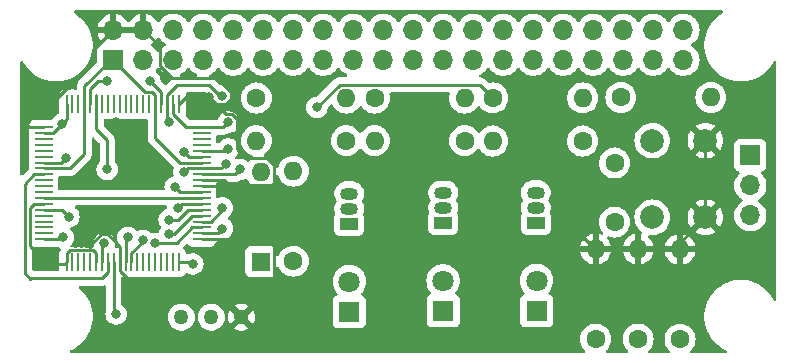
<source format=gtl>
G04 #@! TF.GenerationSoftware,KiCad,Pcbnew,8.0.8*
G04 #@! TF.CreationDate,2025-02-26T07:42:39+09:00*
G04 #@! TF.ProjectId,1bit-cpu_HAT,31626974-2d63-4707-955f-4841542e6b69,rev?*
G04 #@! TF.SameCoordinates,Original*
G04 #@! TF.FileFunction,Copper,L1,Top*
G04 #@! TF.FilePolarity,Positive*
%FSLAX46Y46*%
G04 Gerber Fmt 4.6, Leading zero omitted, Abs format (unit mm)*
G04 Created by KiCad (PCBNEW 8.0.8) date 2025-02-26 07:42:39*
%MOMM*%
%LPD*%
G01*
G04 APERTURE LIST*
G04 Aperture macros list*
%AMRoundRect*
0 Rectangle with rounded corners*
0 $1 Rounding radius*
0 $2 $3 $4 $5 $6 $7 $8 $9 X,Y pos of 4 corners*
0 Add a 4 corners polygon primitive as box body*
4,1,4,$2,$3,$4,$5,$6,$7,$8,$9,$2,$3,0*
0 Add four circle primitives for the rounded corners*
1,1,$1+$1,$2,$3*
1,1,$1+$1,$4,$5*
1,1,$1+$1,$6,$7*
1,1,$1+$1,$8,$9*
0 Add four rect primitives between the rounded corners*
20,1,$1+$1,$2,$3,$4,$5,0*
20,1,$1+$1,$4,$5,$6,$7,0*
20,1,$1+$1,$6,$7,$8,$9,0*
20,1,$1+$1,$8,$9,$2,$3,0*%
G04 Aperture macros list end*
G04 #@! TA.AperFunction,ComponentPad*
%ADD10R,1.600000X1.600000*%
G04 #@! TD*
G04 #@! TA.AperFunction,ComponentPad*
%ADD11O,1.600000X1.600000*%
G04 #@! TD*
G04 #@! TA.AperFunction,ComponentPad*
%ADD12R,1.800000X1.800000*%
G04 #@! TD*
G04 #@! TA.AperFunction,ComponentPad*
%ADD13C,1.800000*%
G04 #@! TD*
G04 #@! TA.AperFunction,ComponentPad*
%ADD14R,1.500000X1.050000*%
G04 #@! TD*
G04 #@! TA.AperFunction,ComponentPad*
%ADD15O,1.500000X1.050000*%
G04 #@! TD*
G04 #@! TA.AperFunction,ComponentPad*
%ADD16C,1.600000*%
G04 #@! TD*
G04 #@! TA.AperFunction,ComponentPad*
%ADD17R,1.700000X1.700000*%
G04 #@! TD*
G04 #@! TA.AperFunction,ComponentPad*
%ADD18O,1.700000X1.700000*%
G04 #@! TD*
G04 #@! TA.AperFunction,ComponentPad*
%ADD19C,1.269000*%
G04 #@! TD*
G04 #@! TA.AperFunction,ComponentPad*
%ADD20C,2.000000*%
G04 #@! TD*
G04 #@! TA.AperFunction,SMDPad,CuDef*
%ADD21RoundRect,0.062500X0.675000X0.062500X-0.675000X0.062500X-0.675000X-0.062500X0.675000X-0.062500X0*%
G04 #@! TD*
G04 #@! TA.AperFunction,SMDPad,CuDef*
%ADD22RoundRect,0.062500X0.062500X0.675000X-0.062500X0.675000X-0.062500X-0.675000X0.062500X-0.675000X0*%
G04 #@! TD*
G04 #@! TA.AperFunction,ViaPad*
%ADD23C,0.800000*%
G04 #@! TD*
G04 #@! TA.AperFunction,Conductor*
%ADD24C,0.250000*%
G04 #@! TD*
G04 APERTURE END LIST*
D10*
G04 #@! TO.P,D1,1,K*
G04 #@! TO.N,Net-(D1-K)*
X143750000Y-111560000D03*
D11*
G04 #@! TO.P,D1,2,A*
G04 #@! TO.N,/GPIO22_GEN3*
X143750000Y-103940000D03*
G04 #@! TD*
D12*
G04 #@! TO.P,LED3,1,K*
G04 #@! TO.N,Net-(LED3-K)*
X167100000Y-115700000D03*
D13*
G04 #@! TO.P,LED3,2,A*
G04 #@! TO.N,Net-(LED3-A)*
X167100000Y-113160000D03*
G04 #@! TD*
D14*
G04 #@! TO.P,Q3,1,E*
G04 #@! TO.N,GND*
X167035000Y-108250000D03*
D15*
G04 #@! TO.P,Q3,2,C*
G04 #@! TO.N,Net-(LED3-K)*
X167035000Y-106980000D03*
G04 #@! TO.P,Q3,3,B*
G04 #@! TO.N,Net-(Q3-B)*
X167035000Y-105710000D03*
G04 #@! TD*
D16*
G04 #@! TO.P,R15,1*
G04 #@! TO.N,Net-(U1-CLK_GXP)*
X163385000Y-97690000D03*
D11*
G04 #@! TO.P,R15,2*
G04 #@! TO.N,Net-(Q3-B)*
X171005000Y-97690000D03*
G04 #@! TD*
D14*
G04 #@! TO.P,Q1,1,E*
G04 #@! TO.N,GND*
X151235000Y-108340000D03*
D15*
G04 #@! TO.P,Q1,2,C*
G04 #@! TO.N,Net-(LED1-K)*
X151235000Y-107070000D03*
G04 #@! TO.P,Q1,3,B*
G04 #@! TO.N,Net-(Q1-B)*
X151235000Y-105800000D03*
G04 #@! TD*
D12*
G04 #@! TO.P,LED1,1,K*
G04 #@! TO.N,Net-(LED1-K)*
X151250000Y-115785000D03*
D13*
G04 #@! TO.P,LED1,2,A*
G04 #@! TO.N,Net-(LED1-A)*
X151250000Y-113245000D03*
G04 #@! TD*
D16*
G04 #@! TO.P,R8,1*
G04 #@! TO.N,Net-(LED3-A)*
X179245000Y-118125000D03*
D11*
G04 #@! TO.P,R8,2*
G04 #@! TO.N,+5V*
X179245000Y-110505000D03*
G04 #@! TD*
D17*
G04 #@! TO.P,J2,1,Pin_1*
G04 #@! TO.N,GND*
X185200000Y-102560000D03*
D18*
G04 #@! TO.P,J2,2,Pin_2*
G04 #@! TO.N,/GPIO14_TXD0*
X185200000Y-105100000D03*
G04 #@! TO.P,J2,3,Pin_3*
G04 #@! TO.N,/GPIO15_RXD0*
X185200000Y-107640000D03*
G04 #@! TD*
D16*
G04 #@! TO.P,R1,1*
G04 #@! TO.N,Net-(D1-K)*
X174240000Y-97650000D03*
D11*
G04 #@! TO.P,R1,2*
G04 #@! TO.N,GND*
X181860000Y-97650000D03*
G04 #@! TD*
D12*
G04 #@! TO.P,LED2,1,K*
G04 #@! TO.N,Net-(LED2-K)*
X159190000Y-115710000D03*
D13*
G04 #@! TO.P,LED2,2,A*
G04 #@! TO.N,Net-(LED2-A)*
X159190000Y-113170000D03*
G04 #@! TD*
D19*
G04 #@! TO.P,VR1,1,CCW*
G04 #@! TO.N,+5V*
X142100000Y-116250000D03*
G04 #@! TO.P,VR1,2,WIPER*
G04 #@! TO.N,Net-(U1-IN_RYO)*
X139560000Y-116250000D03*
G04 #@! TO.P,VR1,3,CW*
G04 #@! TO.N,unconnected-(VR1-CW-Pad3)*
X137020000Y-116250000D03*
G04 #@! TD*
D16*
G04 #@! TO.P,R7,1*
G04 #@! TO.N,Net-(LED2-A)*
X175700000Y-118110000D03*
D11*
G04 #@! TO.P,R7,2*
G04 #@! TO.N,+5V*
X175700000Y-110490000D03*
G04 #@! TD*
D20*
G04 #@! TO.P,SW3,1,1*
G04 #@! TO.N,+5V*
X181400000Y-101300000D03*
X181400000Y-107800000D03*
G04 #@! TO.P,SW3,2,2*
G04 #@! TO.N,Net-(D1-K)*
X176900000Y-101300000D03*
X176900000Y-107800000D03*
G04 #@! TD*
D14*
G04 #@! TO.P,Q2,1,E*
G04 #@! TO.N,GND*
X159200000Y-108260000D03*
D15*
G04 #@! TO.P,Q2,2,C*
G04 #@! TO.N,Net-(LED2-K)*
X159200000Y-106990000D03*
G04 #@! TO.P,Q2,3,B*
G04 #@! TO.N,Net-(Q2-B)*
X159200000Y-105720000D03*
G04 #@! TD*
D16*
G04 #@! TO.P,R16,1*
G04 #@! TO.N,Net-(Q3-B)*
X171005000Y-101340000D03*
D11*
G04 #@! TO.P,R16,2*
G04 #@! TO.N,GND*
X163385000Y-101340000D03*
G04 #@! TD*
D16*
G04 #@! TO.P,R12,1*
G04 #@! TO.N,Net-(Q1-B)*
X151000000Y-101300000D03*
D11*
G04 #@! TO.P,R12,2*
G04 #@! TO.N,GND*
X143380000Y-101300000D03*
G04 #@! TD*
D21*
G04 #@! TO.P,U1,1,VDD*
G04 #@! TO.N,+5V*
X138737500Y-109662500D03*
G04 #@! TO.P,U1,2,VSS_GXP*
G04 #@! TO.N,GND*
X138737500Y-109162500D03*
G04 #@! TO.P,U1,3,CLK_GXP*
G04 #@! TO.N,Net-(U1-CLK_GXP)*
X138737500Y-108662500D03*
G04 #@! TO.P,U1,4,RESET_GXP*
G04 #@! TO.N,Net-(D1-K)*
X138737500Y-108162500D03*
G04 #@! TO.P,U1,5,REG0_GXP*
G04 #@! TO.N,Net-(U1-IN_B02)*
X138737500Y-107662500D03*
G04 #@! TO.P,U1,6,PC0_GXP*
G04 #@! TO.N,Net-(U1-IN_B04)*
X138737500Y-107162500D03*
G04 #@! TO.P,U1,7,PC1_GXP*
G04 #@! TO.N,Net-(U1-IN_B08)*
X138737500Y-106662500D03*
G04 #@! TO.P,U1,8,PROG1_GXP*
G04 #@! TO.N,Net-(U1-OUT_B13)*
X138737500Y-106162500D03*
G04 #@! TO.P,U1,9,PROG0_GXP*
G04 #@! TO.N,Net-(U1-PROG0_GXP)*
X138737500Y-105662500D03*
G04 #@! TO.P,U1,10,VDD_GXP*
G04 #@! TO.N,+5V*
X138737500Y-105162500D03*
G04 #@! TO.P,U1,11,VDD_B01*
X138737500Y-104662500D03*
G04 #@! TO.P,U1,12,IN_B01*
G04 #@! TO.N,/GPIO13*
X138737500Y-104162500D03*
G04 #@! TO.P,U1,13,OUT_B01*
G04 #@! TO.N,Net-(U1-CLK_GXP)*
X138737500Y-103662500D03*
G04 #@! TO.P,U1,14,VDD_B02*
G04 #@! TO.N,+3V3*
X138737500Y-103162500D03*
G04 #@! TO.P,U1,15,IN_B02*
G04 #@! TO.N,Net-(U1-IN_B02)*
X138737500Y-102662500D03*
G04 #@! TO.P,U1,16,OUT_B02*
G04 #@! TO.N,/GPIO25_GEN6*
X138737500Y-102162500D03*
G04 #@! TO.P,U1,17,IN_B03*
G04 #@! TO.N,unconnected-(U1-IN_B03-Pad17)*
X138737500Y-101662500D03*
G04 #@! TO.P,U1,18,OUT_B03*
G04 #@! TO.N,unconnected-(U1-OUT_B03-Pad18)*
X138737500Y-101162500D03*
G04 #@! TO.P,U1,19,VDD_B03*
G04 #@! TO.N,unconnected-(U1-VDD_B03-Pad19)*
X138737500Y-100662500D03*
G04 #@! TO.P,U1,20,VSS*
G04 #@! TO.N,GND*
X138737500Y-100162500D03*
D22*
G04 #@! TO.P,U1,21,VDD*
G04 #@! TO.N,+5V*
X136800000Y-98225000D03*
G04 #@! TO.P,U1,22,VSS_BA1*
G04 #@! TO.N,GND*
X136300000Y-98225000D03*
G04 #@! TO.P,U1,23,IN_B04*
G04 #@! TO.N,Net-(U1-IN_B04)*
X135800000Y-98225000D03*
G04 #@! TO.P,U1,24,OUT_B04*
G04 #@! TO.N,/GPIO23_GEN4*
X135300000Y-98225000D03*
G04 #@! TO.P,U1,25,VDD_B04*
G04 #@! TO.N,+3V3*
X134800000Y-98225000D03*
G04 #@! TO.P,U1,26,IN_B05*
G04 #@! TO.N,unconnected-(U1-IN_B05-Pad26)*
X134300000Y-98225000D03*
G04 #@! TO.P,U1,27,OUT_B05*
G04 #@! TO.N,unconnected-(U1-OUT_B05-Pad27)*
X133800000Y-98225000D03*
G04 #@! TO.P,U1,28,VDD_B05*
G04 #@! TO.N,unconnected-(U1-VDD_B05-Pad28)*
X133300000Y-98225000D03*
G04 #@! TO.P,U1,29,IN_B06*
G04 #@! TO.N,unconnected-(U1-IN_B06-Pad29)*
X132800000Y-98225000D03*
G04 #@! TO.P,U1,30,OUT_B06*
G04 #@! TO.N,unconnected-(U1-OUT_B06-Pad30)*
X132300000Y-98225000D03*
G04 #@! TO.P,U1,31,VDD_B06*
G04 #@! TO.N,unconnected-(U1-VDD_B06-Pad31)*
X131800000Y-98225000D03*
G04 #@! TO.P,U1,32,IN_B07*
G04 #@! TO.N,unconnected-(U1-IN_B07-Pad32)*
X131300000Y-98225000D03*
G04 #@! TO.P,U1,33,OUT_B07*
G04 #@! TO.N,unconnected-(U1-OUT_B07-Pad33)*
X130800000Y-98225000D03*
G04 #@! TO.P,U1,34,VDD_B07*
G04 #@! TO.N,unconnected-(U1-VDD_B07-Pad34)*
X130300000Y-98225000D03*
G04 #@! TO.P,U1,35,IN_B08*
G04 #@! TO.N,Net-(U1-IN_B08)*
X129800000Y-98225000D03*
G04 #@! TO.P,U1,36,OUT_B08*
G04 #@! TO.N,/GPIO24_GEN5*
X129300000Y-98225000D03*
G04 #@! TO.P,U1,37,VDD_B08*
G04 #@! TO.N,+3V3*
X128800000Y-98225000D03*
G04 #@! TO.P,U1,38,OUT_B09*
G04 #@! TO.N,unconnected-(U1-OUT_B09-Pad38)*
X128300000Y-98225000D03*
G04 #@! TO.P,U1,39,VDD_B09*
G04 #@! TO.N,unconnected-(U1-VDD_B09-Pad39)*
X127800000Y-98225000D03*
G04 #@! TO.P,U1,40,VSS*
G04 #@! TO.N,GND*
X127300000Y-98225000D03*
D21*
G04 #@! TO.P,U1,41,VDD*
G04 #@! TO.N,+5V*
X125362500Y-100162500D03*
G04 #@! TO.P,U1,42,VSS_BA2*
G04 #@! TO.N,GND*
X125362500Y-100662500D03*
G04 #@! TO.P,U1,43,IN_B09*
G04 #@! TO.N,unconnected-(U1-IN_B09-Pad43)*
X125362500Y-101162500D03*
G04 #@! TO.P,U1,44,OUT_B10*
G04 #@! TO.N,unconnected-(U1-OUT_B10-Pad44)*
X125362500Y-101662500D03*
G04 #@! TO.P,U1,45,VDD_B10*
G04 #@! TO.N,unconnected-(U1-VDD_B10-Pad45)*
X125362500Y-102162500D03*
G04 #@! TO.P,U1,46,IN_B10*
G04 #@! TO.N,unconnected-(U1-IN_B10-Pad46)*
X125362500Y-102662500D03*
G04 #@! TO.P,U1,47,OUT_B11*
G04 #@! TO.N,/GPIO12*
X125362500Y-103162500D03*
G04 #@! TO.P,U1,48,VDD_B11*
G04 #@! TO.N,+3V3*
X125362500Y-103662500D03*
G04 #@! TO.P,U1,49,IN_B11*
G04 #@! TO.N,Net-(U1-IN_B11)*
X125362500Y-104162500D03*
G04 #@! TO.P,U1,50,OUT_B12*
G04 #@! TO.N,unconnected-(U1-OUT_B12-Pad50)*
X125362500Y-104662500D03*
G04 #@! TO.P,U1,51,VDD_B12*
G04 #@! TO.N,unconnected-(U1-VDD_B12-Pad51)*
X125362500Y-105162500D03*
G04 #@! TO.P,U1,52,IN_B12*
G04 #@! TO.N,unconnected-(U1-IN_B12-Pad52)*
X125362500Y-105662500D03*
G04 #@! TO.P,U1,53,OUT_B13*
G04 #@! TO.N,Net-(U1-OUT_B13)*
X125362500Y-106162500D03*
G04 #@! TO.P,U1,54,VDD_B13*
G04 #@! TO.N,+5V*
X125362500Y-106662500D03*
G04 #@! TO.P,U1,55,IN_B13*
G04 #@! TO.N,/GPIO17_GEN0*
X125362500Y-107162500D03*
G04 #@! TO.P,U1,56,in_2_SC*
G04 #@! TO.N,unconnected-(U1-in_2_SC-Pad56)*
X125362500Y-107662500D03*
G04 #@! TO.P,U1,57,in_1_SC*
G04 #@! TO.N,unconnected-(U1-in_1_SC-Pad57)*
X125362500Y-108162500D03*
G04 #@! TO.P,U1,58,out_SC*
G04 #@! TO.N,unconnected-(U1-out_SC-Pad58)*
X125362500Y-108662500D03*
G04 #@! TO.P,U1,59,VSS_SC*
G04 #@! TO.N,unconnected-(U1-VSS_SC-Pad59)*
X125362500Y-109162500D03*
G04 #@! TO.P,U1,60,VSS*
G04 #@! TO.N,GND*
X125362500Y-109662500D03*
D22*
G04 #@! TO.P,U1,61,VDD*
G04 #@! TO.N,+5V*
X127300000Y-111600000D03*
G04 #@! TO.P,U1,62,VDD_SC*
G04 #@! TO.N,unconnected-(U1-VDD_SC-Pad62)*
X127800000Y-111600000D03*
G04 #@! TO.P,U1,63,IN1_SC*
G04 #@! TO.N,unconnected-(U1-IN1_SC-Pad63)*
X128300000Y-111600000D03*
G04 #@! TO.P,U1,64,IN2_SC*
G04 #@! TO.N,unconnected-(U1-IN2_SC-Pad64)*
X128800000Y-111600000D03*
G04 #@! TO.P,U1,65,OUT_SC*
G04 #@! TO.N,unconnected-(U1-OUT_SC-Pad65)*
X129300000Y-111600000D03*
G04 #@! TO.P,U1,66,VDD_RYO*
G04 #@! TO.N,+5V*
X129800000Y-111600000D03*
G04 #@! TO.P,U1,67,IN_RYO*
G04 #@! TO.N,Net-(U1-IN_RYO)*
X130300000Y-111600000D03*
G04 #@! TO.P,U1,68,OUT_RYO*
G04 #@! TO.N,Net-(U1-IN_B11)*
X130800000Y-111600000D03*
G04 #@! TO.P,U1,69,VSS_RYO*
G04 #@! TO.N,GND*
X131300000Y-111600000D03*
G04 #@! TO.P,U1,70,VDD_SIProp*
G04 #@! TO.N,+5V*
X131800000Y-111600000D03*
G04 #@! TO.P,U1,71,A_SIProp*
G04 #@! TO.N,/GPIO27_GEN2*
X132300000Y-111600000D03*
G04 #@! TO.P,U1,72,Q_SIProp*
G04 #@! TO.N,Net-(U1-PROG0_GXP)*
X132800000Y-111600000D03*
G04 #@! TO.P,U1,73,PP_3zki*
G04 #@! TO.N,unconnected-(U1-PP_3zki-Pad73)*
X133300000Y-111600000D03*
G04 #@! TO.P,U1,74,NP_3zki*
G04 #@! TO.N,unconnected-(U1-NP_3zki-Pad74)*
X133800000Y-111600000D03*
G04 #@! TO.P,U1,75,DISC_3zki*
G04 #@! TO.N,unconnected-(U1-DISC_3zki-Pad75)*
X134300000Y-111600000D03*
G04 #@! TO.P,U1,76,OUT_3zki*
G04 #@! TO.N,unconnected-(U1-OUT_3zki-Pad76)*
X134800000Y-111600000D03*
G04 #@! TO.P,U1,77,CLK_3zki*
G04 #@! TO.N,unconnected-(U1-CLK_3zki-Pad77)*
X135300000Y-111600000D03*
G04 #@! TO.P,U1,78,VDD_3zki*
G04 #@! TO.N,unconnected-(U1-VDD_3zki-Pad78)*
X135800000Y-111600000D03*
G04 #@! TO.P,U1,79,VSS_3zki*
G04 #@! TO.N,unconnected-(U1-VSS_3zki-Pad79)*
X136300000Y-111600000D03*
G04 #@! TO.P,U1,80,VSS*
G04 #@! TO.N,GND*
X136800000Y-111600000D03*
G04 #@! TD*
D16*
G04 #@! TO.P,R14,1*
G04 #@! TO.N,Net-(Q2-B)*
X161000000Y-101300000D03*
D11*
G04 #@! TO.P,R14,2*
G04 #@! TO.N,GND*
X153380000Y-101300000D03*
G04 #@! TD*
D16*
G04 #@! TO.P,C1,1*
G04 #@! TO.N,GND*
X173700000Y-103200000D03*
G04 #@! TO.P,C1,2*
G04 #@! TO.N,Net-(D1-K)*
X173700000Y-108200000D03*
G04 #@! TD*
G04 #@! TO.P,R2,1*
G04 #@! TO.N,Net-(U1-IN_RYO)*
X146500000Y-111510000D03*
D11*
G04 #@! TO.P,R2,2*
G04 #@! TO.N,GND*
X146500000Y-103890000D03*
G04 #@! TD*
D16*
G04 #@! TO.P,R11,1*
G04 #@! TO.N,Net-(U1-IN_B02)*
X143380000Y-97700000D03*
D11*
G04 #@! TO.P,R11,2*
G04 #@! TO.N,Net-(Q1-B)*
X151000000Y-97700000D03*
G04 #@! TD*
D16*
G04 #@! TO.P,R6,1*
G04 #@! TO.N,Net-(LED1-A)*
X172100000Y-118110000D03*
D11*
G04 #@! TO.P,R6,2*
G04 #@! TO.N,+5V*
X172100000Y-110490000D03*
G04 #@! TD*
D16*
G04 #@! TO.P,R13,1*
G04 #@! TO.N,Net-(U1-IN_B04)*
X153380000Y-97700000D03*
D11*
G04 #@! TO.P,R13,2*
G04 #@! TO.N,Net-(Q2-B)*
X161000000Y-97700000D03*
G04 #@! TD*
D17*
G04 #@! TO.P,J1,1,Pin_1*
G04 #@! TO.N,+3V3*
X131270000Y-94470000D03*
D18*
G04 #@! TO.P,J1,2,Pin_2*
G04 #@! TO.N,+5V*
X131270000Y-91930000D03*
G04 #@! TO.P,J1,3,Pin_3*
G04 #@! TO.N,/GPIO2_SDA1*
X133810000Y-94470000D03*
G04 #@! TO.P,J1,4,Pin_4*
G04 #@! TO.N,+5V*
X133810000Y-91930000D03*
G04 #@! TO.P,J1,5,Pin_5*
G04 #@! TO.N,/GPIO3_SCL1*
X136350000Y-94470000D03*
G04 #@! TO.P,J1,6,Pin_6*
G04 #@! TO.N,GND*
X136350000Y-91930000D03*
G04 #@! TO.P,J1,7,Pin_7*
G04 #@! TO.N,/GPIO4_GPIO_GCLK*
X138890000Y-94470000D03*
G04 #@! TO.P,J1,8,Pin_8*
G04 #@! TO.N,/GPIO14_TXD0*
X138890000Y-91930000D03*
G04 #@! TO.P,J1,9,Pin_9*
G04 #@! TO.N,GND*
X141430000Y-94470000D03*
G04 #@! TO.P,J1,10,Pin_10*
G04 #@! TO.N,/GPIO15_RXD0*
X141430000Y-91930000D03*
G04 #@! TO.P,J1,11,Pin_11*
G04 #@! TO.N,/GPIO17_GEN0*
X143970000Y-94470000D03*
G04 #@! TO.P,J1,12,Pin_12*
G04 #@! TO.N,/GPIO18_GEN1*
X143970000Y-91930000D03*
G04 #@! TO.P,J1,13,Pin_13*
G04 #@! TO.N,/GPIO27_GEN2*
X146510000Y-94470000D03*
G04 #@! TO.P,J1,14,Pin_14*
G04 #@! TO.N,GND*
X146510000Y-91930000D03*
G04 #@! TO.P,J1,15,Pin_15*
G04 #@! TO.N,/GPIO22_GEN3*
X149050000Y-94470000D03*
G04 #@! TO.P,J1,16,Pin_16*
G04 #@! TO.N,/GPIO23_GEN4*
X149050000Y-91930000D03*
G04 #@! TO.P,J1,17,Pin_17*
G04 #@! TO.N,+3V3*
X151590000Y-94470000D03*
G04 #@! TO.P,J1,18,Pin_18*
G04 #@! TO.N,/GPIO24_GEN5*
X151590000Y-91930000D03*
G04 #@! TO.P,J1,19,Pin_19*
G04 #@! TO.N,/GPIO10_SPI_MOSI*
X154130000Y-94470000D03*
G04 #@! TO.P,J1,20,Pin_20*
G04 #@! TO.N,GND*
X154130000Y-91930000D03*
G04 #@! TO.P,J1,21,Pin_21*
G04 #@! TO.N,/GPIO9_SPI_MISO*
X156670000Y-94470000D03*
G04 #@! TO.P,J1,22,Pin_22*
G04 #@! TO.N,/GPIO25_GEN6*
X156670000Y-91930000D03*
G04 #@! TO.P,J1,23,Pin_23*
G04 #@! TO.N,/GPIO11_SPI_SCLK*
X159210000Y-94470000D03*
G04 #@! TO.P,J1,24,Pin_24*
G04 #@! TO.N,/GPIO8_SPI_CE0_N*
X159210000Y-91930000D03*
G04 #@! TO.P,J1,25,Pin_25*
G04 #@! TO.N,GND*
X161750000Y-94470000D03*
G04 #@! TO.P,J1,26,Pin_26*
G04 #@! TO.N,/GPIO7_SPI_CE1_N*
X161750000Y-91930000D03*
G04 #@! TO.P,J1,27,Pin_27*
G04 #@! TO.N,/ID_SD*
X164290000Y-94470000D03*
G04 #@! TO.P,J1,28,Pin_28*
G04 #@! TO.N,/ID_SC*
X164290000Y-91930000D03*
G04 #@! TO.P,J1,29,Pin_29*
G04 #@! TO.N,/GPIO5*
X166830000Y-94470000D03*
G04 #@! TO.P,J1,30,Pin_30*
G04 #@! TO.N,GND*
X166830000Y-91930000D03*
G04 #@! TO.P,J1,31,Pin_31*
G04 #@! TO.N,/GPIO6*
X169370000Y-94470000D03*
G04 #@! TO.P,J1,32,Pin_32*
G04 #@! TO.N,/GPIO12*
X169370000Y-91930000D03*
G04 #@! TO.P,J1,33,Pin_33*
G04 #@! TO.N,/GPIO13*
X171910000Y-94470000D03*
G04 #@! TO.P,J1,34,Pin_34*
G04 #@! TO.N,GND*
X171910000Y-91930000D03*
G04 #@! TO.P,J1,35,Pin_35*
G04 #@! TO.N,/GPIO19*
X174450000Y-94470000D03*
G04 #@! TO.P,J1,36,Pin_36*
G04 #@! TO.N,/GPIO16*
X174450000Y-91930000D03*
G04 #@! TO.P,J1,37,Pin_37*
G04 #@! TO.N,/GPIO26*
X176990000Y-94470000D03*
G04 #@! TO.P,J1,38,Pin_38*
G04 #@! TO.N,/GPIO20*
X176990000Y-91930000D03*
G04 #@! TO.P,J1,39,Pin_39*
G04 #@! TO.N,GND*
X179530000Y-94470000D03*
G04 #@! TO.P,J1,40,Pin_40*
G04 #@! TO.N,/GPIO21*
X179530000Y-91930000D03*
G04 #@! TD*
D23*
G04 #@! TO.N,Net-(D1-K)*
X140500000Y-107000000D03*
G04 #@! TO.N,GND*
X127000000Y-109500000D03*
X140500000Y-108750000D03*
X126906120Y-99906120D03*
X141000000Y-99750000D03*
X138000000Y-111750000D03*
X131500000Y-116000000D03*
G04 #@! TO.N,+5V*
X125000000Y-98000000D03*
X131500000Y-99750000D03*
X125000000Y-111000000D03*
X139375000Y-97625000D03*
G04 #@! TO.N,/GPIO12*
X127250000Y-102750000D03*
G04 #@! TO.N,/GPIO27_GEN2*
X132500000Y-109500000D03*
G04 #@! TO.N,/GPIO25_GEN6*
X141000000Y-102000000D03*
G04 #@! TO.N,/GPIO23_GEN4*
X134362240Y-96250000D03*
G04 #@! TO.N,/GPIO17_GEN0*
X127500000Y-107750000D03*
G04 #@! TO.N,/GPIO13*
X142000000Y-103750000D03*
G04 #@! TO.N,Net-(U1-CLK_GXP)*
X148500000Y-98500000D03*
X140762652Y-103262652D03*
X134750000Y-110000000D03*
X137250000Y-104000000D03*
G04 #@! TO.N,Net-(U1-IN_RYO)*
X130500000Y-110000000D03*
G04 #@! TO.N,Net-(U1-IN_B02)*
X136000000Y-109250000D03*
X137250000Y-102250000D03*
G04 #@! TO.N,Net-(U1-IN_B04)*
X136000000Y-108000000D03*
X140500000Y-97500000D03*
X136000000Y-99750000D03*
G04 #@! TO.N,Net-(U1-IN_B08)*
X130750000Y-103750000D03*
X136750000Y-107000000D03*
G04 #@! TO.N,Net-(U1-PROG0_GXP)*
X136500000Y-105250000D03*
X133750000Y-109750000D03*
G04 #@! TO.N,/GPIO24_GEN5*
X130750000Y-96250000D03*
G04 #@! TD*
D24*
G04 #@! TO.N,+5V*
X140750000Y-105500000D02*
X144875000Y-105500000D01*
X144875000Y-105500000D02*
X144875000Y-113475000D01*
X144875000Y-105000000D02*
X144875000Y-105500000D01*
X140412500Y-105162500D02*
X140750000Y-105500000D01*
X138737500Y-105162500D02*
X140412500Y-105162500D01*
X140662500Y-104662500D02*
X141065000Y-105065000D01*
X141065000Y-105065000D02*
X144810000Y-105065000D01*
X138737500Y-104662500D02*
X140662500Y-104662500D01*
X144810000Y-105065000D02*
X144875000Y-105000000D01*
X144875000Y-103375000D02*
X144875000Y-105000000D01*
X142590000Y-102815000D02*
X144315000Y-102815000D01*
X141775000Y-102000000D02*
X142590000Y-102815000D01*
X144875000Y-113475000D02*
X142100000Y-116250000D01*
X141775000Y-99499695D02*
X141775000Y-102000000D01*
X144315000Y-102815000D02*
X144875000Y-103375000D01*
G04 #@! TO.N,Net-(D1-K)*
X140500000Y-107187240D02*
X140500000Y-107000000D01*
X139524740Y-108162500D02*
X140500000Y-107187240D01*
X138737500Y-108162500D02*
X139524740Y-108162500D01*
G04 #@! TO.N,GND*
X151235000Y-108340000D02*
X151010000Y-108340000D01*
X125362500Y-100662500D02*
X126149740Y-100662500D01*
X131300000Y-111600000D02*
X131300000Y-115800000D01*
X138737500Y-109162500D02*
X140087500Y-109162500D01*
X125362500Y-109662500D02*
X126837500Y-109662500D01*
X131300000Y-115800000D02*
X131500000Y-116000000D01*
X136300000Y-99012240D02*
X137450260Y-100162500D01*
X136300000Y-98225000D02*
X136300000Y-99012240D01*
X127300000Y-99512240D02*
X127300000Y-98225000D01*
X126837500Y-109662500D02*
X127000000Y-109500000D01*
X126149740Y-100662500D02*
X126906120Y-99906120D01*
X137450260Y-100162500D02*
X138737500Y-100162500D01*
X140587500Y-100162500D02*
X141000000Y-99750000D01*
X138737500Y-100162500D02*
X140587500Y-100162500D01*
X140087500Y-109162500D02*
X140500000Y-108750000D01*
X126906120Y-99906120D02*
X127300000Y-99512240D01*
X137850000Y-111600000D02*
X138000000Y-111750000D01*
X136800000Y-111600000D02*
X137850000Y-111600000D01*
X141430000Y-94470000D02*
X141675000Y-94715000D01*
G04 #@! TO.N,+5V*
X136218299Y-96000000D02*
X140025305Y-96000000D01*
X138737500Y-109662500D02*
X142750000Y-109662500D01*
X129800000Y-110812760D02*
X129800000Y-111600000D01*
X137525000Y-97500000D02*
X139250000Y-97500000D01*
X181400000Y-101300000D02*
X181400000Y-107800000D01*
X131800000Y-111600000D02*
X131800000Y-112387240D01*
X125750000Y-111750000D02*
X127150000Y-111750000D01*
X127300000Y-111600000D02*
X127300000Y-110812760D01*
X129625000Y-93575000D02*
X129625000Y-94535839D01*
X124250000Y-106987760D02*
X124250000Y-110250000D01*
X124250000Y-110250000D02*
X125000000Y-111000000D01*
X140775305Y-98250000D02*
X140000000Y-98250000D01*
X134162760Y-114750000D02*
X140850000Y-114750000D01*
X130224695Y-109250000D02*
X130775305Y-109250000D01*
X141300305Y-99025000D02*
X141775000Y-99499695D01*
X125000000Y-98000000D02*
X123750000Y-99250000D01*
X127575260Y-110537500D02*
X129250000Y-110537500D01*
X135175000Y-93295000D02*
X135175000Y-94956701D01*
X172100000Y-110490000D02*
X172010000Y-110490000D01*
X172010000Y-110490000D02*
X171182500Y-109662500D01*
X127150000Y-111750000D02*
X127300000Y-111600000D01*
X143087500Y-109662500D02*
X143250000Y-109500000D01*
X129250000Y-110224695D02*
X130224695Y-109250000D01*
X179245000Y-109955000D02*
X179245000Y-110505000D01*
X126160839Y-98000000D02*
X125000000Y-98000000D01*
X140775000Y-99025000D02*
X141300305Y-99025000D01*
X129625000Y-94535839D02*
X126160839Y-98000000D01*
X129524740Y-110537500D02*
X129800000Y-110812760D01*
X131800000Y-110274695D02*
X131800000Y-111600000D01*
X139250000Y-97500000D02*
X140775000Y-99025000D01*
X129250000Y-110537500D02*
X129524740Y-110537500D01*
X141225000Y-97800305D02*
X140775305Y-98250000D01*
X171182500Y-109662500D02*
X142750000Y-109662500D01*
X140025305Y-96000000D02*
X141225000Y-97199695D01*
X139375000Y-97625000D02*
X139250000Y-97500000D01*
X123750000Y-99750000D02*
X124162500Y-100162500D01*
X140850000Y-114750000D02*
X142100000Y-116000000D01*
X181400000Y-107800000D02*
X179245000Y-109955000D01*
X141225000Y-97199695D02*
X141225000Y-97800305D01*
X135175000Y-94956701D02*
X136218299Y-96000000D01*
X140000000Y-98250000D02*
X139375000Y-97625000D01*
X129250000Y-110537500D02*
X129250000Y-110224695D01*
X131800000Y-112387240D02*
X134162760Y-114750000D01*
X179005000Y-110505000D02*
X178990000Y-110490000D01*
X125362500Y-106662500D02*
X124575260Y-106662500D01*
X136800000Y-98225000D02*
X137525000Y-97500000D01*
X178990000Y-110490000D02*
X175700000Y-110490000D01*
X131270000Y-91930000D02*
X129625000Y-93575000D01*
X179245000Y-110505000D02*
X179005000Y-110505000D01*
X130775305Y-109250000D02*
X131800000Y-110274695D01*
X124575260Y-106662500D02*
X124250000Y-106987760D01*
X124162500Y-100162500D02*
X125362500Y-100162500D01*
X142750000Y-109662500D02*
X143087500Y-109662500D01*
X127300000Y-110812760D02*
X127575260Y-110537500D01*
X175700000Y-110490000D02*
X172100000Y-110490000D01*
X123750000Y-99250000D02*
X123750000Y-99750000D01*
X125000000Y-111000000D02*
X125750000Y-111750000D01*
X133810000Y-91930000D02*
X135175000Y-93295000D01*
G04 #@! TO.N,Net-(LED2-K)*
X159185000Y-115705000D02*
X159190000Y-115710000D01*
G04 #@! TO.N,+3V3*
X128800000Y-98225000D02*
X128800000Y-102475305D01*
X134800000Y-97437760D02*
X134800000Y-98225000D01*
X134800000Y-101050000D02*
X136912500Y-103162500D01*
X128800000Y-102475305D02*
X127612805Y-103662500D01*
X133962500Y-97162500D02*
X134524740Y-97162500D01*
X131270000Y-94470000D02*
X131270000Y-94967760D01*
X134524740Y-97162500D02*
X134800000Y-97437760D01*
X136912500Y-103162500D02*
X138737500Y-103162500D01*
X131270000Y-94470000D02*
X133962500Y-97162500D01*
X128800000Y-96700000D02*
X128800000Y-98225000D01*
X134800000Y-98225000D02*
X134800000Y-101050000D01*
X127612805Y-103662500D02*
X125362500Y-103662500D01*
X131030000Y-94470000D02*
X128800000Y-96700000D01*
X131270000Y-94470000D02*
X131030000Y-94470000D01*
G04 #@! TO.N,/GPIO12*
X127250000Y-102750000D02*
X126837500Y-103162500D01*
X126837500Y-103162500D02*
X125362500Y-103162500D01*
G04 #@! TO.N,/GPIO27_GEN2*
X132300000Y-109700000D02*
X132300000Y-111600000D01*
X132500000Y-109500000D02*
X132300000Y-109700000D01*
G04 #@! TO.N,/GPIO25_GEN6*
X141000000Y-102000000D02*
X140837500Y-102162500D01*
X140837500Y-102162500D02*
X138737500Y-102162500D01*
G04 #@! TO.N,/GPIO23_GEN4*
X134362240Y-96250000D02*
X135300000Y-97187760D01*
X134362240Y-96250000D02*
X134250000Y-96362240D01*
X134250000Y-96362240D02*
X134250000Y-96500000D01*
X135300000Y-97187760D02*
X135300000Y-98225000D01*
G04 #@! TO.N,/GPIO17_GEN0*
X125362500Y-107162500D02*
X126912500Y-107162500D01*
X126912500Y-107162500D02*
X127500000Y-107750000D01*
G04 #@! TO.N,/GPIO13*
X141587500Y-104162500D02*
X138737500Y-104162500D01*
X142000000Y-103750000D02*
X141587500Y-104162500D01*
G04 #@! TO.N,Net-(U1-CLK_GXP)*
X140362805Y-103662500D02*
X140762652Y-103262653D01*
X148500000Y-98500000D02*
X150425000Y-96575000D01*
X136612760Y-110000000D02*
X137950260Y-108662500D01*
X134750000Y-110000000D02*
X136612760Y-110000000D01*
X140762652Y-103262652D02*
X140762653Y-103262652D01*
X138737500Y-103662500D02*
X140362805Y-103662500D01*
X140762652Y-103262653D02*
X140762652Y-103262652D01*
X150425000Y-96575000D02*
X162270000Y-96575000D01*
X162270000Y-96575000D02*
X163385000Y-97690000D01*
X137587500Y-103662500D02*
X137250000Y-104000000D01*
X138737500Y-103662500D02*
X137587500Y-103662500D01*
X137950260Y-108662500D02*
X138737500Y-108662500D01*
G04 #@! TO.N,Net-(U1-IN_RYO)*
X130300000Y-110200000D02*
X130500000Y-110000000D01*
X130300000Y-111600000D02*
X130300000Y-110200000D01*
G04 #@! TO.N,Net-(U1-IN_B02)*
X138737500Y-102662500D02*
X137662500Y-102662500D01*
X137662500Y-102662500D02*
X137250000Y-102250000D01*
X137950260Y-107662500D02*
X137400260Y-108212500D01*
X138737500Y-107662500D02*
X137950260Y-107662500D01*
X137400260Y-108212500D02*
X136362760Y-109250000D01*
X136362760Y-109250000D02*
X136000000Y-109250000D01*
G04 #@! TO.N,Net-(U1-IN_B04)*
X137612805Y-107162500D02*
X136775305Y-108000000D01*
X136662760Y-96575000D02*
X138500000Y-96575000D01*
X135800000Y-98225000D02*
X135800000Y-99550000D01*
X140275305Y-97500000D02*
X140500000Y-97500000D01*
X135800000Y-98225000D02*
X135800000Y-97437760D01*
X135800000Y-99550000D02*
X136000000Y-99750000D01*
X138737500Y-107162500D02*
X137612805Y-107162500D01*
X139350305Y-96575000D02*
X140275305Y-97500000D01*
X135800000Y-97437760D02*
X136662760Y-96575000D01*
X138500000Y-96575000D02*
X139350305Y-96575000D01*
X136775305Y-108000000D02*
X136000000Y-108000000D01*
G04 #@! TO.N,Net-(U1-IN_B08)*
X129800000Y-98225000D02*
X129800000Y-97437760D01*
X136750000Y-107000000D02*
X137087500Y-106662500D01*
X129800000Y-98225000D02*
X129800000Y-100300000D01*
X129800000Y-100300000D02*
X130750000Y-101250000D01*
X137087500Y-106662500D02*
X138737500Y-106662500D01*
X130750000Y-101250000D02*
X130750000Y-103750000D01*
G04 #@! TO.N,Net-(U1-PROG0_GXP)*
X133750000Y-109862760D02*
X133750000Y-109750000D01*
X136912500Y-105662500D02*
X138737500Y-105662500D01*
X132800000Y-110812760D02*
X133750000Y-109862760D01*
X136500000Y-105250000D02*
X136912500Y-105662500D01*
X132800000Y-111600000D02*
X132800000Y-110812760D01*
G04 #@! TO.N,Net-(U1-IN_B11)*
X123750000Y-104987760D02*
X123750000Y-112500000D01*
X124250000Y-113000000D02*
X124275000Y-112975000D01*
X124275000Y-112975000D02*
X130275000Y-112975000D01*
X130275000Y-112975000D02*
X130800000Y-112450000D01*
X130800000Y-112450000D02*
X130800000Y-111600000D01*
X125362500Y-104162500D02*
X124575260Y-104162500D01*
X123750000Y-112500000D02*
X124250000Y-113000000D01*
X124575260Y-104162500D02*
X123750000Y-104987760D01*
G04 #@! TO.N,Net-(U1-OUT_B13)*
X125362500Y-106162500D02*
X138737500Y-106162500D01*
G04 #@! TO.N,/GPIO24_GEN5*
X130750000Y-96250000D02*
X130000000Y-96250000D01*
X130000000Y-96250000D02*
X129300000Y-96950000D01*
X129300000Y-96950000D02*
X129300000Y-98225000D01*
G04 #@! TD*
G04 #@! TA.AperFunction,Conductor*
G04 #@! TO.N,+5V*
G36*
X182849468Y-90300502D02*
G01*
X182895961Y-90354158D01*
X182906065Y-90424432D01*
X182876571Y-90489012D01*
X182848383Y-90513187D01*
X182602999Y-90667372D01*
X182602995Y-90667375D01*
X182330740Y-90884489D01*
X182084489Y-91130740D01*
X181867375Y-91402995D01*
X181867372Y-91402999D01*
X181682096Y-91697862D01*
X181682091Y-91697871D01*
X181531002Y-92011611D01*
X181530991Y-92011638D01*
X181415983Y-92340312D01*
X181338491Y-92679825D01*
X181299500Y-93025878D01*
X181299500Y-93374121D01*
X181338491Y-93720174D01*
X181361552Y-93821209D01*
X181415982Y-94059681D01*
X181415984Y-94059687D01*
X181415983Y-94059687D01*
X181530991Y-94388361D01*
X181531002Y-94388388D01*
X181682091Y-94702128D01*
X181682096Y-94702137D01*
X181867372Y-94997000D01*
X181867375Y-94997004D01*
X182084489Y-95269259D01*
X182330740Y-95515510D01*
X182602995Y-95732624D01*
X182603003Y-95732630D01*
X182755579Y-95828500D01*
X182887977Y-95911692D01*
X182897867Y-95917906D01*
X183211621Y-96069002D01*
X183211637Y-96069007D01*
X183211638Y-96069008D01*
X183540312Y-96184016D01*
X183540315Y-96184016D01*
X183540319Y-96184018D01*
X183879829Y-96261509D01*
X184125210Y-96289157D01*
X184225878Y-96300500D01*
X184225880Y-96300500D01*
X184574122Y-96300500D01*
X184662006Y-96290597D01*
X184920171Y-96261509D01*
X185259681Y-96184018D01*
X185588379Y-96069002D01*
X185902133Y-95917906D01*
X186196997Y-95732630D01*
X186349281Y-95611188D01*
X186469259Y-95515510D01*
X186715510Y-95269259D01*
X186932624Y-94997004D01*
X186932630Y-94996997D01*
X187117906Y-94702133D01*
X187147632Y-94640406D01*
X187159978Y-94614770D01*
X187207556Y-94562074D01*
X187276070Y-94543465D01*
X187343769Y-94564853D01*
X187389157Y-94619445D01*
X187399500Y-94669439D01*
X187399500Y-114730560D01*
X187379498Y-114798681D01*
X187325842Y-114845174D01*
X187255568Y-114855278D01*
X187190988Y-114825784D01*
X187159978Y-114785230D01*
X187133650Y-114730560D01*
X187117906Y-114697867D01*
X187113467Y-114690803D01*
X186960111Y-114446739D01*
X186932630Y-114403003D01*
X186932624Y-114402995D01*
X186715510Y-114130740D01*
X186469259Y-113884489D01*
X186197004Y-113667375D01*
X186197000Y-113667372D01*
X185902137Y-113482096D01*
X185902128Y-113482091D01*
X185588388Y-113331002D01*
X185588383Y-113331000D01*
X185588379Y-113330998D01*
X185588373Y-113330995D01*
X185588361Y-113330991D01*
X185259687Y-113215983D01*
X184920174Y-113138491D01*
X184574122Y-113099500D01*
X184574120Y-113099500D01*
X184225880Y-113099500D01*
X184225878Y-113099500D01*
X183879825Y-113138491D01*
X183540312Y-113215983D01*
X183211638Y-113330991D01*
X183211611Y-113331002D01*
X182897871Y-113482091D01*
X182897862Y-113482096D01*
X182602999Y-113667372D01*
X182602995Y-113667375D01*
X182330740Y-113884489D01*
X182084489Y-114130740D01*
X181867375Y-114402995D01*
X181867372Y-114402999D01*
X181682096Y-114697862D01*
X181682091Y-114697871D01*
X181531002Y-115011611D01*
X181530991Y-115011638D01*
X181415983Y-115340312D01*
X181338491Y-115679825D01*
X181299500Y-116025878D01*
X181299500Y-116374121D01*
X181338491Y-116720174D01*
X181363891Y-116831457D01*
X181415982Y-117059681D01*
X181415984Y-117059687D01*
X181415983Y-117059687D01*
X181530991Y-117388361D01*
X181531002Y-117388388D01*
X181682091Y-117702128D01*
X181682096Y-117702137D01*
X181867372Y-117997000D01*
X181867375Y-117997004D01*
X182084489Y-118269259D01*
X182330740Y-118515510D01*
X182602995Y-118732624D01*
X182603003Y-118732630D01*
X182769183Y-118837048D01*
X182897862Y-118917903D01*
X182897871Y-118917908D01*
X183151352Y-119039978D01*
X183204048Y-119087556D01*
X183222657Y-119156070D01*
X183201269Y-119223769D01*
X183146677Y-119269157D01*
X183096683Y-119279500D01*
X180245188Y-119279500D01*
X180177067Y-119259498D01*
X180130574Y-119205842D01*
X180120470Y-119135568D01*
X180149964Y-119070988D01*
X180156093Y-119064405D01*
X180180520Y-119039978D01*
X180251198Y-118969300D01*
X180382523Y-118781749D01*
X180479284Y-118574243D01*
X180538543Y-118353087D01*
X180558498Y-118125000D01*
X180538543Y-117896913D01*
X180479284Y-117675757D01*
X180382523Y-117468251D01*
X180251198Y-117280700D01*
X180089300Y-117118802D01*
X180088867Y-117118499D01*
X179901749Y-116987477D01*
X179694246Y-116890717D01*
X179694240Y-116890715D01*
X179583458Y-116861031D01*
X179473087Y-116831457D01*
X179245000Y-116811502D01*
X179016913Y-116831457D01*
X178795759Y-116890715D01*
X178795753Y-116890717D01*
X178588250Y-116987477D01*
X178400703Y-117118799D01*
X178400697Y-117118804D01*
X178238804Y-117280697D01*
X178238799Y-117280703D01*
X178107477Y-117468250D01*
X178010717Y-117675753D01*
X178010715Y-117675759D01*
X177951457Y-117896913D01*
X177931502Y-118125000D01*
X177951457Y-118353086D01*
X178010715Y-118574240D01*
X178010717Y-118574246D01*
X178107477Y-118781749D01*
X178238799Y-118969296D01*
X178238804Y-118969302D01*
X178333907Y-119064405D01*
X178367933Y-119126717D01*
X178362868Y-119197532D01*
X178320321Y-119254368D01*
X178253801Y-119279179D01*
X178244812Y-119279500D01*
X176685188Y-119279500D01*
X176617067Y-119259498D01*
X176570574Y-119205842D01*
X176560470Y-119135568D01*
X176589964Y-119070988D01*
X176596093Y-119064405D01*
X176620520Y-119039978D01*
X176706198Y-118954300D01*
X176837523Y-118766749D01*
X176934284Y-118559243D01*
X176993543Y-118338087D01*
X177013498Y-118110000D01*
X176993543Y-117881913D01*
X176934284Y-117660757D01*
X176837523Y-117453251D01*
X176706198Y-117265700D01*
X176544300Y-117103802D01*
X176541709Y-117101988D01*
X176356749Y-116972477D01*
X176149246Y-116875717D01*
X176149240Y-116875715D01*
X176039115Y-116846207D01*
X175928087Y-116816457D01*
X175700000Y-116796502D01*
X175471913Y-116816457D01*
X175250759Y-116875715D01*
X175250753Y-116875717D01*
X175043250Y-116972477D01*
X174855703Y-117103799D01*
X174855699Y-117103803D01*
X174693804Y-117265697D01*
X174693799Y-117265703D01*
X174562477Y-117453250D01*
X174465717Y-117660753D01*
X174465715Y-117660759D01*
X174454629Y-117702133D01*
X174406457Y-117881913D01*
X174386502Y-118110000D01*
X174406457Y-118338087D01*
X174433088Y-118437475D01*
X174465715Y-118559240D01*
X174465717Y-118559246D01*
X174562477Y-118766749D01*
X174693799Y-118954296D01*
X174693804Y-118954302D01*
X174803907Y-119064405D01*
X174837933Y-119126717D01*
X174832868Y-119197532D01*
X174790321Y-119254368D01*
X174723801Y-119279179D01*
X174714812Y-119279500D01*
X173085188Y-119279500D01*
X173017067Y-119259498D01*
X172970574Y-119205842D01*
X172960470Y-119135568D01*
X172989964Y-119070988D01*
X172996093Y-119064405D01*
X173020520Y-119039978D01*
X173106198Y-118954300D01*
X173237523Y-118766749D01*
X173334284Y-118559243D01*
X173393543Y-118338087D01*
X173413498Y-118110000D01*
X173393543Y-117881913D01*
X173334284Y-117660757D01*
X173237523Y-117453251D01*
X173106198Y-117265700D01*
X172944300Y-117103802D01*
X172941709Y-117101988D01*
X172756749Y-116972477D01*
X172549246Y-116875717D01*
X172549240Y-116875715D01*
X172439115Y-116846207D01*
X172328087Y-116816457D01*
X172100000Y-116796502D01*
X171871913Y-116816457D01*
X171650759Y-116875715D01*
X171650753Y-116875717D01*
X171443250Y-116972477D01*
X171255703Y-117103799D01*
X171255699Y-117103803D01*
X171093804Y-117265697D01*
X171093799Y-117265703D01*
X170962477Y-117453250D01*
X170865717Y-117660753D01*
X170865715Y-117660759D01*
X170854629Y-117702133D01*
X170806457Y-117881913D01*
X170786502Y-118110000D01*
X170806457Y-118338087D01*
X170833088Y-118437475D01*
X170865715Y-118559240D01*
X170865717Y-118559246D01*
X170962477Y-118766749D01*
X171093799Y-118954296D01*
X171093804Y-118954302D01*
X171203907Y-119064405D01*
X171237933Y-119126717D01*
X171232868Y-119197532D01*
X171190321Y-119254368D01*
X171123801Y-119279179D01*
X171114812Y-119279500D01*
X127703317Y-119279500D01*
X127635196Y-119259498D01*
X127588703Y-119205842D01*
X127578599Y-119135568D01*
X127608093Y-119070988D01*
X127648648Y-119039978D01*
X127664832Y-119032184D01*
X127902133Y-118917906D01*
X128196997Y-118732630D01*
X128386149Y-118581787D01*
X128469259Y-118515510D01*
X128715510Y-118269259D01*
X128932624Y-117997004D01*
X128932630Y-117996997D01*
X129117906Y-117702133D01*
X129269002Y-117388379D01*
X129368579Y-117103802D01*
X129384016Y-117059687D01*
X129384016Y-117059686D01*
X129384018Y-117059681D01*
X129461509Y-116720171D01*
X129500500Y-116374120D01*
X129500500Y-116025880D01*
X129461509Y-115679829D01*
X129384018Y-115340319D01*
X129381792Y-115333958D01*
X129269008Y-115011638D01*
X129269007Y-115011637D01*
X129269002Y-115011621D01*
X129117906Y-114697867D01*
X129113467Y-114690803D01*
X128960111Y-114446739D01*
X128932630Y-114403003D01*
X128932624Y-114402995D01*
X128715510Y-114130740D01*
X128469266Y-113884496D01*
X128469259Y-113884490D01*
X128404706Y-113833011D01*
X128363918Y-113774900D01*
X128361021Y-113703963D01*
X128396937Y-113642721D01*
X128460261Y-113610618D01*
X128483265Y-113608500D01*
X130337393Y-113608500D01*
X130337394Y-113608500D01*
X130459785Y-113584155D01*
X130492280Y-113570694D01*
X130562869Y-113563105D01*
X130626357Y-113594883D01*
X130662586Y-113655940D01*
X130666500Y-113687103D01*
X130666500Y-115605326D01*
X130660333Y-115644262D01*
X130606457Y-115810071D01*
X130586496Y-116000000D01*
X130606457Y-116189927D01*
X130632793Y-116270979D01*
X130665473Y-116371556D01*
X130665476Y-116371561D01*
X130760958Y-116536941D01*
X130760965Y-116536951D01*
X130888744Y-116678864D01*
X130937253Y-116714108D01*
X131043248Y-116791118D01*
X131217712Y-116868794D01*
X131404513Y-116908500D01*
X131595487Y-116908500D01*
X131782288Y-116868794D01*
X131956752Y-116791118D01*
X132111253Y-116678866D01*
X132124037Y-116664668D01*
X132239034Y-116536951D01*
X132239035Y-116536949D01*
X132239040Y-116536944D01*
X132334527Y-116371556D01*
X132374023Y-116250000D01*
X135872103Y-116250000D01*
X135891648Y-116460927D01*
X135949616Y-116664663D01*
X135949617Y-116664665D01*
X135949618Y-116664668D01*
X136044038Y-116854290D01*
X136060218Y-116875716D01*
X136171695Y-117023335D01*
X136328238Y-117166042D01*
X136328239Y-117166043D01*
X136508328Y-117277550D01*
X136508335Y-117277553D01*
X136508338Y-117277555D01*
X136508342Y-117277556D01*
X136508343Y-117277557D01*
X136704613Y-117353593D01*
X136705863Y-117354077D01*
X136914085Y-117393000D01*
X136914087Y-117393000D01*
X137125913Y-117393000D01*
X137125915Y-117393000D01*
X137334137Y-117354077D01*
X137531662Y-117277555D01*
X137531667Y-117277551D01*
X137531671Y-117277550D01*
X137711760Y-117166043D01*
X137711759Y-117166043D01*
X137711762Y-117166042D01*
X137868306Y-117023333D01*
X137995962Y-116854290D01*
X138090382Y-116664668D01*
X138148352Y-116460926D01*
X138164537Y-116286252D01*
X138178806Y-116250320D01*
X138178473Y-116249678D01*
X138401193Y-116249678D01*
X138413656Y-116273688D01*
X138415461Y-116286242D01*
X138425337Y-116392815D01*
X138431648Y-116460927D01*
X138489616Y-116664663D01*
X138489617Y-116664665D01*
X138489618Y-116664668D01*
X138584038Y-116854290D01*
X138600218Y-116875716D01*
X138711695Y-117023335D01*
X138868238Y-117166042D01*
X138868239Y-117166043D01*
X139048328Y-117277550D01*
X139048335Y-117277553D01*
X139048338Y-117277555D01*
X139048342Y-117277556D01*
X139048343Y-117277557D01*
X139244613Y-117353593D01*
X139245863Y-117354077D01*
X139454085Y-117393000D01*
X139454087Y-117393000D01*
X139665913Y-117393000D01*
X139665915Y-117393000D01*
X139874137Y-117354077D01*
X140071662Y-117277555D01*
X140071667Y-117277551D01*
X140071671Y-117277550D01*
X140251760Y-117166043D01*
X140251759Y-117166043D01*
X140251762Y-117166042D01*
X140408306Y-117023333D01*
X140535962Y-116854290D01*
X140630382Y-116664668D01*
X140688352Y-116460926D01*
X140704788Y-116283542D01*
X140717838Y-116250680D01*
X140717131Y-116249317D01*
X140942663Y-116249317D01*
X140953907Y-116270979D01*
X140955713Y-116283545D01*
X140972141Y-116460827D01*
X140972141Y-116460831D01*
X141030083Y-116664478D01*
X141030086Y-116664486D01*
X141124464Y-116854023D01*
X141129756Y-116861031D01*
X141730000Y-116260787D01*
X141730000Y-116298711D01*
X141755215Y-116392815D01*
X141803926Y-116477186D01*
X141872814Y-116546074D01*
X141957185Y-116594785D01*
X142051289Y-116620000D01*
X142089209Y-116620000D01*
X141491933Y-117217275D01*
X141588558Y-117277103D01*
X141588562Y-117277105D01*
X141785998Y-117353593D01*
X141994134Y-117392500D01*
X142205866Y-117392500D01*
X142414001Y-117353593D01*
X142611437Y-117277105D01*
X142611441Y-117277103D01*
X142708064Y-117217276D01*
X142708065Y-117217275D01*
X142110790Y-116620000D01*
X142148711Y-116620000D01*
X142242815Y-116594785D01*
X142327186Y-116546074D01*
X142396074Y-116477186D01*
X142444785Y-116392815D01*
X142470000Y-116298711D01*
X142470000Y-116260789D01*
X143070242Y-116861031D01*
X143075533Y-116854028D01*
X143169913Y-116664486D01*
X143169916Y-116664478D01*
X143227858Y-116460831D01*
X143227858Y-116460827D01*
X143247395Y-116250004D01*
X143247395Y-116249995D01*
X143227858Y-116039172D01*
X143227858Y-116039168D01*
X143169916Y-115835521D01*
X143169913Y-115835513D01*
X143075532Y-115645970D01*
X143070243Y-115638967D01*
X143070242Y-115638966D01*
X142470000Y-116239208D01*
X142470000Y-116201289D01*
X142444785Y-116107185D01*
X142396074Y-116022814D01*
X142327186Y-115953926D01*
X142242815Y-115905215D01*
X142148711Y-115880000D01*
X142110789Y-115880000D01*
X142708064Y-115282723D01*
X142611443Y-115222897D01*
X142611433Y-115222892D01*
X142414003Y-115146407D01*
X142414005Y-115146407D01*
X142205866Y-115107500D01*
X141994134Y-115107500D01*
X141785995Y-115146407D01*
X141588568Y-115222891D01*
X141588561Y-115222894D01*
X141491933Y-115282723D01*
X142089210Y-115880000D01*
X142051289Y-115880000D01*
X141957185Y-115905215D01*
X141872814Y-115953926D01*
X141803926Y-116022814D01*
X141755215Y-116107185D01*
X141730000Y-116201289D01*
X141730000Y-116239210D01*
X141129756Y-115638966D01*
X141124466Y-115645972D01*
X141030086Y-115835513D01*
X141030083Y-115835521D01*
X140972141Y-116039168D01*
X140972141Y-116039172D01*
X140955713Y-116216454D01*
X140942663Y-116249317D01*
X140717131Y-116249317D01*
X140706595Y-116229020D01*
X140704789Y-116216464D01*
X140688352Y-116039074D01*
X140630382Y-115835332D01*
X140535962Y-115645710D01*
X140408306Y-115476667D01*
X140408304Y-115476664D01*
X140251761Y-115333957D01*
X140251760Y-115333956D01*
X140071671Y-115222449D01*
X140071656Y-115222442D01*
X139874144Y-115145925D01*
X139874141Y-115145924D01*
X139874138Y-115145923D01*
X139874137Y-115145923D01*
X139665915Y-115107000D01*
X139454085Y-115107000D01*
X139245863Y-115145923D01*
X139245858Y-115145924D01*
X139245855Y-115145925D01*
X139048343Y-115222442D01*
X139048328Y-115222449D01*
X138868239Y-115333956D01*
X138868238Y-115333957D01*
X138711695Y-115476664D01*
X138584039Y-115645708D01*
X138489616Y-115835336D01*
X138431648Y-116039072D01*
X138431648Y-116039074D01*
X138415462Y-116213746D01*
X138401193Y-116249678D01*
X138178473Y-116249678D01*
X138166344Y-116226311D01*
X138164538Y-116213754D01*
X138148352Y-116039074D01*
X138090382Y-115835332D01*
X137995962Y-115645710D01*
X137868306Y-115476667D01*
X137868304Y-115476664D01*
X137711761Y-115333957D01*
X137711760Y-115333956D01*
X137531671Y-115222449D01*
X137531656Y-115222442D01*
X137334144Y-115145925D01*
X137334141Y-115145924D01*
X137334138Y-115145923D01*
X137334137Y-115145923D01*
X137125915Y-115107000D01*
X136914085Y-115107000D01*
X136705863Y-115145923D01*
X136705858Y-115145924D01*
X136705855Y-115145925D01*
X136508343Y-115222442D01*
X136508328Y-115222449D01*
X136328239Y-115333956D01*
X136328238Y-115333957D01*
X136171695Y-115476664D01*
X136044039Y-115645708D01*
X135949616Y-115835336D01*
X135891648Y-116039072D01*
X135872103Y-116250000D01*
X132374023Y-116250000D01*
X132393542Y-116189928D01*
X132413504Y-116000000D01*
X132393542Y-115810072D01*
X132334527Y-115628444D01*
X132239040Y-115463056D01*
X132239038Y-115463054D01*
X132239034Y-115463048D01*
X132111255Y-115321135D01*
X131985439Y-115229724D01*
X131942085Y-115173501D01*
X131933500Y-115127788D01*
X131933500Y-113245000D01*
X149836673Y-113245000D01*
X149855757Y-113475311D01*
X149855950Y-113477633D01*
X149913249Y-113703903D01*
X149913252Y-113703910D01*
X150007015Y-113917668D01*
X150085683Y-114038079D01*
X150134686Y-114113083D01*
X150219842Y-114205587D01*
X150251263Y-114269251D01*
X150243276Y-114339797D01*
X150198417Y-114394826D01*
X150171175Y-114408979D01*
X150103795Y-114434111D01*
X150103792Y-114434112D01*
X149986738Y-114521738D01*
X149899112Y-114638792D01*
X149899110Y-114638797D01*
X149848011Y-114775795D01*
X149848009Y-114775803D01*
X149841500Y-114836350D01*
X149841500Y-116733649D01*
X149848009Y-116794196D01*
X149848011Y-116794204D01*
X149899110Y-116931202D01*
X149899112Y-116931207D01*
X149986738Y-117048261D01*
X150103792Y-117135887D01*
X150103794Y-117135888D01*
X150103796Y-117135889D01*
X150162875Y-117157924D01*
X150240795Y-117186988D01*
X150240803Y-117186990D01*
X150301350Y-117193499D01*
X150301355Y-117193499D01*
X150301362Y-117193500D01*
X150301368Y-117193500D01*
X152198632Y-117193500D01*
X152198638Y-117193500D01*
X152198645Y-117193499D01*
X152198649Y-117193499D01*
X152259196Y-117186990D01*
X152259199Y-117186989D01*
X152259201Y-117186989D01*
X152396204Y-117135889D01*
X152419435Y-117118499D01*
X152513261Y-117048261D01*
X152600887Y-116931207D01*
X152600887Y-116931206D01*
X152600889Y-116931204D01*
X152651989Y-116794201D01*
X152652321Y-116791118D01*
X152658499Y-116733649D01*
X152658500Y-116733632D01*
X152658500Y-114836367D01*
X152658499Y-114836350D01*
X152651990Y-114775803D01*
X152651988Y-114775795D01*
X152600889Y-114638797D01*
X152600887Y-114638792D01*
X152513261Y-114521738D01*
X152396207Y-114434112D01*
X152396204Y-114434111D01*
X152328824Y-114408979D01*
X152271989Y-114366432D01*
X152247179Y-114299911D01*
X152262271Y-114230538D01*
X152280156Y-114205588D01*
X152365314Y-114113083D01*
X152492984Y-113917669D01*
X152586749Y-113703907D01*
X152644051Y-113477626D01*
X152663327Y-113245000D01*
X152657112Y-113170000D01*
X157776673Y-113170000D01*
X157795120Y-113392626D01*
X157795950Y-113402633D01*
X157853249Y-113628903D01*
X157853252Y-113628910D01*
X157947015Y-113842668D01*
X158068152Y-114028083D01*
X158074686Y-114038083D01*
X158159842Y-114130587D01*
X158191263Y-114194251D01*
X158183276Y-114264797D01*
X158138417Y-114319826D01*
X158111175Y-114333979D01*
X158043795Y-114359111D01*
X158043792Y-114359112D01*
X157926738Y-114446738D01*
X157839112Y-114563792D01*
X157839110Y-114563797D01*
X157788011Y-114700795D01*
X157788009Y-114700803D01*
X157781500Y-114761350D01*
X157781500Y-116658649D01*
X157788009Y-116719196D01*
X157788011Y-116719204D01*
X157839110Y-116856202D01*
X157839112Y-116856207D01*
X157926738Y-116973261D01*
X158043792Y-117060887D01*
X158043794Y-117060888D01*
X158043796Y-117060889D01*
X158098469Y-117081281D01*
X158180795Y-117111988D01*
X158180803Y-117111990D01*
X158241350Y-117118499D01*
X158241355Y-117118499D01*
X158241362Y-117118500D01*
X158241368Y-117118500D01*
X160138632Y-117118500D01*
X160138638Y-117118500D01*
X160138645Y-117118499D01*
X160138649Y-117118499D01*
X160199196Y-117111990D01*
X160199199Y-117111989D01*
X160199201Y-117111989D01*
X160336204Y-117060889D01*
X160349563Y-117050889D01*
X160453261Y-116973261D01*
X160540887Y-116856207D01*
X160540887Y-116856206D01*
X160540889Y-116856204D01*
X160591989Y-116719201D01*
X160596326Y-116678866D01*
X160598499Y-116658649D01*
X160598500Y-116658632D01*
X160598500Y-114761367D01*
X160598499Y-114761350D01*
X160591990Y-114700803D01*
X160591988Y-114700795D01*
X160540889Y-114563797D01*
X160540887Y-114563792D01*
X160453261Y-114446738D01*
X160336207Y-114359112D01*
X160336204Y-114359111D01*
X160268824Y-114333979D01*
X160211989Y-114291432D01*
X160187179Y-114224911D01*
X160202271Y-114155538D01*
X160220156Y-114130588D01*
X160305314Y-114038083D01*
X160432984Y-113842669D01*
X160526749Y-113628907D01*
X160584051Y-113402626D01*
X160603327Y-113170000D01*
X160602498Y-113160000D01*
X165686673Y-113160000D01*
X165702466Y-113350595D01*
X165705950Y-113392633D01*
X165763249Y-113618903D01*
X165763252Y-113618910D01*
X165857015Y-113832668D01*
X165890871Y-113884489D01*
X165984686Y-114028083D01*
X166069842Y-114120587D01*
X166101263Y-114184251D01*
X166093276Y-114254797D01*
X166048417Y-114309826D01*
X166021175Y-114323979D01*
X165953795Y-114349111D01*
X165953792Y-114349112D01*
X165836738Y-114436738D01*
X165749112Y-114553792D01*
X165749110Y-114553797D01*
X165698011Y-114690795D01*
X165698009Y-114690803D01*
X165691500Y-114751350D01*
X165691500Y-116648649D01*
X165698009Y-116709196D01*
X165698011Y-116709204D01*
X165749110Y-116846202D01*
X165749112Y-116846207D01*
X165836738Y-116963261D01*
X165953792Y-117050887D01*
X165953794Y-117050888D01*
X165953796Y-117050889D01*
X166012875Y-117072924D01*
X166090795Y-117101988D01*
X166090803Y-117101990D01*
X166151350Y-117108499D01*
X166151355Y-117108499D01*
X166151362Y-117108500D01*
X166151368Y-117108500D01*
X168048632Y-117108500D01*
X168048638Y-117108500D01*
X168048645Y-117108499D01*
X168048649Y-117108499D01*
X168109196Y-117101990D01*
X168109199Y-117101989D01*
X168109201Y-117101989D01*
X168246204Y-117050889D01*
X168283015Y-117023333D01*
X168363261Y-116963261D01*
X168450887Y-116846207D01*
X168450887Y-116846206D01*
X168450889Y-116846204D01*
X168501989Y-116709201D01*
X168505251Y-116678866D01*
X168508499Y-116648649D01*
X168508500Y-116648632D01*
X168508500Y-114751367D01*
X168508499Y-114751350D01*
X168501990Y-114690803D01*
X168501988Y-114690795D01*
X168450889Y-114553797D01*
X168450887Y-114553792D01*
X168363261Y-114436738D01*
X168246207Y-114349112D01*
X168246204Y-114349111D01*
X168178824Y-114323979D01*
X168121989Y-114281432D01*
X168097179Y-114214911D01*
X168112271Y-114145538D01*
X168130156Y-114120588D01*
X168215314Y-114028083D01*
X168342984Y-113832669D01*
X168436749Y-113618907D01*
X168494051Y-113392626D01*
X168513327Y-113160000D01*
X168494051Y-112927374D01*
X168455152Y-112773765D01*
X168436750Y-112701096D01*
X168436747Y-112701089D01*
X168413250Y-112647522D01*
X168342984Y-112487331D01*
X168291579Y-112408649D01*
X168215314Y-112291916D01*
X168057225Y-112120186D01*
X168057221Y-112120182D01*
X167965118Y-112048496D01*
X167873017Y-111976810D01*
X167667727Y-111865713D01*
X167667724Y-111865712D01*
X167667723Y-111865711D01*
X167446955Y-111789921D01*
X167446948Y-111789919D01*
X167348411Y-111773476D01*
X167216712Y-111751500D01*
X166983288Y-111751500D01*
X166868066Y-111770727D01*
X166753051Y-111789919D01*
X166753044Y-111789921D01*
X166532276Y-111865711D01*
X166532273Y-111865713D01*
X166326985Y-111976809D01*
X166326983Y-111976810D01*
X166142778Y-112120182D01*
X166142774Y-112120186D01*
X165984685Y-112291916D01*
X165857015Y-112487331D01*
X165763252Y-112701089D01*
X165763249Y-112701096D01*
X165705950Y-112927366D01*
X165705949Y-112927372D01*
X165705949Y-112927374D01*
X165686673Y-113160000D01*
X160602498Y-113160000D01*
X160584051Y-112937374D01*
X160557190Y-112831302D01*
X160526750Y-112711096D01*
X160526747Y-112711089D01*
X160522362Y-112701093D01*
X160432984Y-112497331D01*
X160414603Y-112469196D01*
X160305314Y-112301916D01*
X160147225Y-112130186D01*
X160147221Y-112130182D01*
X160055118Y-112058496D01*
X159963017Y-111986810D01*
X159757727Y-111875713D01*
X159757724Y-111875712D01*
X159757723Y-111875711D01*
X159536955Y-111799921D01*
X159536948Y-111799919D01*
X159438411Y-111783476D01*
X159306712Y-111761500D01*
X159073288Y-111761500D01*
X158958066Y-111780727D01*
X158843051Y-111799919D01*
X158843044Y-111799921D01*
X158622276Y-111875711D01*
X158622273Y-111875713D01*
X158435462Y-111976810D01*
X158416985Y-111986809D01*
X158416983Y-111986810D01*
X158232778Y-112130182D01*
X158232774Y-112130186D01*
X158074685Y-112301916D01*
X157947015Y-112497331D01*
X157853252Y-112711089D01*
X157853249Y-112711096D01*
X157795950Y-112937366D01*
X157795949Y-112937372D01*
X157795949Y-112937374D01*
X157776673Y-113170000D01*
X152657112Y-113170000D01*
X152644051Y-113012374D01*
X152629267Y-112953993D01*
X152586750Y-112786096D01*
X152586747Y-112786089D01*
X152541195Y-112682242D01*
X152492984Y-112572331D01*
X152456309Y-112516195D01*
X152365314Y-112376916D01*
X152207225Y-112205186D01*
X152207221Y-112205182D01*
X152110861Y-112130182D01*
X152023017Y-112061810D01*
X151817727Y-111950713D01*
X151817724Y-111950712D01*
X151817723Y-111950711D01*
X151596955Y-111874921D01*
X151596948Y-111874919D01*
X151498411Y-111858476D01*
X151366712Y-111836500D01*
X151133288Y-111836500D01*
X151018066Y-111855727D01*
X150903051Y-111874919D01*
X150903044Y-111874921D01*
X150682276Y-111950711D01*
X150682273Y-111950713D01*
X150476985Y-112061809D01*
X150476983Y-112061810D01*
X150292778Y-112205182D01*
X150292774Y-112205186D01*
X150134685Y-112376916D01*
X150007015Y-112572331D01*
X149913252Y-112786089D01*
X149913249Y-112786096D01*
X149855950Y-113012366D01*
X149855949Y-113012372D01*
X149855949Y-113012374D01*
X149836673Y-113245000D01*
X131933500Y-113245000D01*
X131933500Y-112953993D01*
X131953502Y-112885872D01*
X132007158Y-112839379D01*
X132077432Y-112829275D01*
X132085300Y-112830889D01*
X132088436Y-112831301D01*
X132088439Y-112831303D01*
X132200075Y-112846000D01*
X132399924Y-112845999D01*
X132511561Y-112831303D01*
X132511569Y-112831299D01*
X132517386Y-112829742D01*
X132582610Y-112829741D01*
X132588437Y-112831302D01*
X132588439Y-112831303D01*
X132700075Y-112846000D01*
X132899924Y-112845999D01*
X133011561Y-112831303D01*
X133011569Y-112831299D01*
X133017386Y-112829742D01*
X133082610Y-112829741D01*
X133088437Y-112831302D01*
X133088439Y-112831303D01*
X133200075Y-112846000D01*
X133399924Y-112845999D01*
X133511561Y-112831303D01*
X133511569Y-112831299D01*
X133517386Y-112829742D01*
X133582610Y-112829741D01*
X133588437Y-112831302D01*
X133588439Y-112831303D01*
X133700075Y-112846000D01*
X133899924Y-112845999D01*
X134011561Y-112831303D01*
X134011569Y-112831299D01*
X134017386Y-112829742D01*
X134082610Y-112829741D01*
X134088437Y-112831302D01*
X134088439Y-112831303D01*
X134200075Y-112846000D01*
X134399924Y-112845999D01*
X134511561Y-112831303D01*
X134511569Y-112831299D01*
X134517386Y-112829742D01*
X134582610Y-112829741D01*
X134588437Y-112831302D01*
X134588439Y-112831303D01*
X134700075Y-112846000D01*
X134899924Y-112845999D01*
X135011561Y-112831303D01*
X135011569Y-112831299D01*
X135017386Y-112829742D01*
X135082610Y-112829741D01*
X135088437Y-112831302D01*
X135088439Y-112831303D01*
X135200075Y-112846000D01*
X135399924Y-112845999D01*
X135511561Y-112831303D01*
X135511569Y-112831299D01*
X135517386Y-112829742D01*
X135582610Y-112829741D01*
X135588437Y-112831302D01*
X135588439Y-112831303D01*
X135700075Y-112846000D01*
X135899924Y-112845999D01*
X136011561Y-112831303D01*
X136011569Y-112831299D01*
X136017386Y-112829742D01*
X136082610Y-112829741D01*
X136088437Y-112831302D01*
X136088439Y-112831303D01*
X136200075Y-112846000D01*
X136399924Y-112845999D01*
X136511561Y-112831303D01*
X136511569Y-112831299D01*
X136517386Y-112829742D01*
X136582610Y-112829741D01*
X136588437Y-112831302D01*
X136588439Y-112831303D01*
X136700075Y-112846000D01*
X136899924Y-112845999D01*
X137011561Y-112831303D01*
X137150464Y-112773767D01*
X137269742Y-112682242D01*
X137361267Y-112562964D01*
X137361268Y-112562960D01*
X137362446Y-112561426D01*
X137419783Y-112519558D01*
X137490654Y-112515336D01*
X137536468Y-112536192D01*
X137543248Y-112541118D01*
X137717712Y-112618794D01*
X137904513Y-112658500D01*
X138095487Y-112658500D01*
X138282288Y-112618794D01*
X138456752Y-112541118D01*
X138611253Y-112428866D01*
X138611255Y-112428864D01*
X138739034Y-112286951D01*
X138739035Y-112286949D01*
X138739040Y-112286944D01*
X138834527Y-112121556D01*
X138893542Y-111939928D01*
X138913504Y-111750000D01*
X138893542Y-111560072D01*
X138834527Y-111378444D01*
X138739040Y-111213056D01*
X138739038Y-111213054D01*
X138739034Y-111213048D01*
X138611255Y-111071135D01*
X138456752Y-110958882D01*
X138282288Y-110881206D01*
X138095487Y-110841500D01*
X137904513Y-110841500D01*
X137717709Y-110881206D01*
X137602590Y-110932460D01*
X137532223Y-110941894D01*
X137467926Y-110911787D01*
X137430113Y-110851698D01*
X137426420Y-110833799D01*
X137423297Y-110810080D01*
X137418803Y-110775939D01*
X137392049Y-110711350D01*
X142441500Y-110711350D01*
X142441500Y-112408649D01*
X142448009Y-112469196D01*
X142448011Y-112469204D01*
X142499110Y-112606202D01*
X142499112Y-112606207D01*
X142586738Y-112723261D01*
X142703792Y-112810887D01*
X142703794Y-112810888D01*
X142703796Y-112810889D01*
X142762875Y-112832924D01*
X142840795Y-112861988D01*
X142840803Y-112861990D01*
X142901350Y-112868499D01*
X142901355Y-112868499D01*
X142901362Y-112868500D01*
X142901368Y-112868500D01*
X144598632Y-112868500D01*
X144598638Y-112868500D01*
X144598645Y-112868499D01*
X144598649Y-112868499D01*
X144659196Y-112861990D01*
X144659199Y-112861989D01*
X144659201Y-112861989D01*
X144796204Y-112810889D01*
X144806019Y-112803542D01*
X144913261Y-112723261D01*
X145000887Y-112606207D01*
X145000887Y-112606206D01*
X145000889Y-112606204D01*
X145051989Y-112469201D01*
X145054641Y-112444539D01*
X145058499Y-112408649D01*
X145058500Y-112408632D01*
X145058500Y-112083217D01*
X145078502Y-112015096D01*
X145132158Y-111968603D01*
X145202432Y-111958499D01*
X145267012Y-111987993D01*
X145298694Y-112029966D01*
X145323526Y-112083217D01*
X145362477Y-112166749D01*
X145446643Y-112286951D01*
X145493802Y-112354300D01*
X145655700Y-112516198D01*
X145843251Y-112647523D01*
X146050757Y-112744284D01*
X146271913Y-112803543D01*
X146500000Y-112823498D01*
X146728087Y-112803543D01*
X146949243Y-112744284D01*
X147156749Y-112647523D01*
X147344300Y-112516198D01*
X147506198Y-112354300D01*
X147637523Y-112166749D01*
X147734284Y-111959243D01*
X147793543Y-111738087D01*
X147813498Y-111510000D01*
X147793543Y-111281913D01*
X147734284Y-111060757D01*
X147637523Y-110853251D01*
X147506198Y-110665700D01*
X147344300Y-110503802D01*
X147270803Y-110452339D01*
X147156749Y-110372477D01*
X146949246Y-110275717D01*
X146949240Y-110275715D01*
X146855771Y-110250670D01*
X146801022Y-110236000D01*
X170813917Y-110236000D01*
X171788314Y-110236000D01*
X171779920Y-110244394D01*
X171727259Y-110335606D01*
X171700000Y-110437339D01*
X171700000Y-110542661D01*
X171727259Y-110644394D01*
X171779920Y-110735606D01*
X171788314Y-110744000D01*
X170813918Y-110744000D01*
X170866186Y-110939068D01*
X170866188Y-110939073D01*
X170962912Y-111146498D01*
X171094184Y-111333974D01*
X171094189Y-111333980D01*
X171256019Y-111495810D01*
X171256025Y-111495815D01*
X171443501Y-111627087D01*
X171650926Y-111723811D01*
X171650931Y-111723813D01*
X171846000Y-111776081D01*
X171846000Y-110801686D01*
X171854394Y-110810080D01*
X171945606Y-110862741D01*
X172047339Y-110890000D01*
X172152661Y-110890000D01*
X172254394Y-110862741D01*
X172345606Y-110810080D01*
X172354000Y-110801686D01*
X172354000Y-111776081D01*
X172549068Y-111723813D01*
X172549073Y-111723811D01*
X172756498Y-111627087D01*
X172943974Y-111495815D01*
X172943980Y-111495810D01*
X173105810Y-111333980D01*
X173105815Y-111333974D01*
X173237087Y-111146498D01*
X173333811Y-110939073D01*
X173333813Y-110939068D01*
X173386082Y-110744000D01*
X172411686Y-110744000D01*
X172420080Y-110735606D01*
X172472741Y-110644394D01*
X172500000Y-110542661D01*
X172500000Y-110437339D01*
X172472741Y-110335606D01*
X172420080Y-110244394D01*
X172411686Y-110236000D01*
X173386082Y-110236000D01*
X174413917Y-110236000D01*
X175388314Y-110236000D01*
X175379920Y-110244394D01*
X175327259Y-110335606D01*
X175300000Y-110437339D01*
X175300000Y-110542661D01*
X175327259Y-110644394D01*
X175379920Y-110735606D01*
X175388314Y-110744000D01*
X174413918Y-110744000D01*
X174466186Y-110939068D01*
X174466188Y-110939073D01*
X174562912Y-111146498D01*
X174694184Y-111333974D01*
X174694189Y-111333980D01*
X174856019Y-111495810D01*
X174856025Y-111495815D01*
X175043501Y-111627087D01*
X175250926Y-111723811D01*
X175250931Y-111723813D01*
X175446000Y-111776081D01*
X175446000Y-110801686D01*
X175454394Y-110810080D01*
X175545606Y-110862741D01*
X175647339Y-110890000D01*
X175752661Y-110890000D01*
X175854394Y-110862741D01*
X175945606Y-110810080D01*
X175954000Y-110801686D01*
X175954000Y-111776081D01*
X176149068Y-111723813D01*
X176149073Y-111723811D01*
X176356498Y-111627087D01*
X176543974Y-111495815D01*
X176543980Y-111495810D01*
X176705810Y-111333980D01*
X176705815Y-111333974D01*
X176837087Y-111146498D01*
X176933811Y-110939073D01*
X176933813Y-110939068D01*
X176986082Y-110744000D01*
X176011686Y-110744000D01*
X176020080Y-110735606D01*
X176072741Y-110644394D01*
X176100000Y-110542661D01*
X176100000Y-110437339D01*
X176072741Y-110335606D01*
X176023894Y-110251000D01*
X177958917Y-110251000D01*
X178933314Y-110251000D01*
X178924920Y-110259394D01*
X178872259Y-110350606D01*
X178845000Y-110452339D01*
X178845000Y-110557661D01*
X178872259Y-110659394D01*
X178924920Y-110750606D01*
X178933314Y-110759000D01*
X177958918Y-110759000D01*
X178011186Y-110954068D01*
X178011188Y-110954073D01*
X178107912Y-111161498D01*
X178239184Y-111348974D01*
X178239189Y-111348980D01*
X178401019Y-111510810D01*
X178401025Y-111510815D01*
X178588501Y-111642087D01*
X178795926Y-111738811D01*
X178795931Y-111738813D01*
X178991000Y-111791081D01*
X178991000Y-110816686D01*
X178999394Y-110825080D01*
X179090606Y-110877741D01*
X179192339Y-110905000D01*
X179297661Y-110905000D01*
X179399394Y-110877741D01*
X179490606Y-110825080D01*
X179499000Y-110816686D01*
X179499000Y-111791081D01*
X179694068Y-111738813D01*
X179694073Y-111738811D01*
X179901498Y-111642087D01*
X180088974Y-111510815D01*
X180088980Y-111510810D01*
X180250810Y-111348980D01*
X180250815Y-111348974D01*
X180382087Y-111161498D01*
X180478811Y-110954073D01*
X180478813Y-110954068D01*
X180531082Y-110759000D01*
X179556686Y-110759000D01*
X179565080Y-110750606D01*
X179617741Y-110659394D01*
X179645000Y-110557661D01*
X179645000Y-110452339D01*
X179617741Y-110350606D01*
X179565080Y-110259394D01*
X179556686Y-110251000D01*
X180531082Y-110251000D01*
X180478813Y-110055931D01*
X180478811Y-110055926D01*
X180382087Y-109848501D01*
X180250815Y-109661025D01*
X180250810Y-109661019D01*
X180088980Y-109499189D01*
X180088974Y-109499184D01*
X179901498Y-109367912D01*
X179694073Y-109271188D01*
X179694071Y-109271187D01*
X179499000Y-109218917D01*
X179499000Y-110193314D01*
X179490606Y-110184920D01*
X179399394Y-110132259D01*
X179297661Y-110105000D01*
X179192339Y-110105000D01*
X179090606Y-110132259D01*
X178999394Y-110184920D01*
X178991000Y-110193314D01*
X178991000Y-109218917D01*
X178990999Y-109218917D01*
X178795928Y-109271187D01*
X178795926Y-109271188D01*
X178588501Y-109367912D01*
X178401025Y-109499184D01*
X178401019Y-109499189D01*
X178239189Y-109661019D01*
X178239184Y-109661025D01*
X178107912Y-109848501D01*
X178011188Y-110055926D01*
X178011186Y-110055931D01*
X177958917Y-110251000D01*
X176023894Y-110251000D01*
X176020080Y-110244394D01*
X176011686Y-110236000D01*
X176986082Y-110236000D01*
X176933813Y-110040931D01*
X176933811Y-110040926D01*
X176837087Y-109833501D01*
X176705815Y-109646025D01*
X176705810Y-109646019D01*
X176569436Y-109509645D01*
X176535410Y-109447333D01*
X176540475Y-109376518D01*
X176583022Y-109319682D01*
X176649542Y-109294871D01*
X176668409Y-109294937D01*
X176900000Y-109313165D01*
X177136711Y-109294535D01*
X177367594Y-109239105D01*
X177586963Y-109148240D01*
X177789416Y-109024176D01*
X177969969Y-108869969D01*
X178124176Y-108689416D01*
X178248240Y-108486963D01*
X178339105Y-108267594D01*
X178394535Y-108036711D01*
X178413165Y-107800000D01*
X179887337Y-107800000D01*
X179905960Y-108036632D01*
X179961371Y-108267437D01*
X180052206Y-108486733D01*
X180166897Y-108673891D01*
X180875016Y-107965771D01*
X180887482Y-108012292D01*
X180959890Y-108137708D01*
X181062292Y-108240110D01*
X181187708Y-108312518D01*
X181234226Y-108324982D01*
X180526107Y-109033101D01*
X180526107Y-109033102D01*
X180713261Y-109147791D01*
X180932562Y-109238628D01*
X181163367Y-109294039D01*
X181400000Y-109312662D01*
X181636632Y-109294039D01*
X181867437Y-109238628D01*
X182086738Y-109147791D01*
X182273891Y-109033102D01*
X182273892Y-109033101D01*
X181565773Y-108324982D01*
X181612292Y-108312518D01*
X181737708Y-108240110D01*
X181840110Y-108137708D01*
X181912518Y-108012292D01*
X181924982Y-107965773D01*
X182633101Y-108673892D01*
X182633102Y-108673891D01*
X182747791Y-108486738D01*
X182838628Y-108267437D01*
X182894039Y-108036632D01*
X182912662Y-107800000D01*
X182894039Y-107563367D01*
X182838628Y-107332562D01*
X182747791Y-107113261D01*
X182633102Y-106926107D01*
X182633101Y-106926107D01*
X181924982Y-107634226D01*
X181912518Y-107587708D01*
X181840110Y-107462292D01*
X181737708Y-107359890D01*
X181612292Y-107287482D01*
X181565772Y-107275017D01*
X182273891Y-106566897D01*
X182086733Y-106452206D01*
X181867437Y-106361371D01*
X181636632Y-106305960D01*
X181400000Y-106287337D01*
X181163367Y-106305960D01*
X180932562Y-106361371D01*
X180713262Y-106452208D01*
X180526107Y-106566896D01*
X180526107Y-106566898D01*
X181234226Y-107275017D01*
X181187708Y-107287482D01*
X181062292Y-107359890D01*
X180959890Y-107462292D01*
X180887482Y-107587708D01*
X180875017Y-107634226D01*
X180166898Y-106926107D01*
X180166896Y-106926107D01*
X180052208Y-107113262D01*
X179961371Y-107332562D01*
X179905960Y-107563367D01*
X179887337Y-107800000D01*
X178413165Y-107800000D01*
X178394535Y-107563289D01*
X178339105Y-107332406D01*
X178248240Y-107113037D01*
X178124176Y-106910584D01*
X178124173Y-106910580D01*
X177969969Y-106730030D01*
X177789419Y-106575826D01*
X177789417Y-106575825D01*
X177789416Y-106575824D01*
X177586963Y-106451760D01*
X177570955Y-106445129D01*
X177367592Y-106360894D01*
X177152268Y-106309200D01*
X177136711Y-106305465D01*
X176900000Y-106286835D01*
X176663289Y-106305465D01*
X176432407Y-106360894D01*
X176213038Y-106451759D01*
X176010582Y-106575825D01*
X176010580Y-106575826D01*
X175830030Y-106730030D01*
X175675826Y-106910580D01*
X175675825Y-106910582D01*
X175551759Y-107113038D01*
X175460894Y-107332407D01*
X175411790Y-107536944D01*
X175405465Y-107563289D01*
X175386835Y-107800000D01*
X175405465Y-108036711D01*
X175416485Y-108082612D01*
X175460894Y-108267592D01*
X175527696Y-108428866D01*
X175551760Y-108486963D01*
X175666310Y-108673891D01*
X175675825Y-108689417D01*
X175675826Y-108689419D01*
X175830027Y-108869966D01*
X175887904Y-108919397D01*
X175952074Y-108974204D01*
X175976344Y-108994932D01*
X176015153Y-109054382D01*
X176015659Y-109125377D01*
X175977703Y-109185376D01*
X175971218Y-109190705D01*
X175954000Y-109203917D01*
X175954000Y-110178314D01*
X175945606Y-110169920D01*
X175854394Y-110117259D01*
X175752661Y-110090000D01*
X175647339Y-110090000D01*
X175545606Y-110117259D01*
X175454394Y-110169920D01*
X175446000Y-110178314D01*
X175446000Y-109203917D01*
X175445999Y-109203917D01*
X175250928Y-109256187D01*
X175250926Y-109256188D01*
X175043501Y-109352912D01*
X174856025Y-109484184D01*
X174856019Y-109484189D01*
X174694189Y-109646019D01*
X174694184Y-109646025D01*
X174562912Y-109833501D01*
X174466188Y-110040926D01*
X174466186Y-110040931D01*
X174413917Y-110236000D01*
X173386082Y-110236000D01*
X173333813Y-110040931D01*
X173333811Y-110040926D01*
X173237087Y-109833501D01*
X173105815Y-109646025D01*
X173105810Y-109646019D01*
X173087712Y-109627921D01*
X173053686Y-109565609D01*
X173058751Y-109494794D01*
X173101298Y-109437958D01*
X173167818Y-109413147D01*
X173230058Y-109424632D01*
X173250757Y-109434284D01*
X173471913Y-109493543D01*
X173700000Y-109513498D01*
X173928087Y-109493543D01*
X174149243Y-109434284D01*
X174356749Y-109337523D01*
X174544300Y-109206198D01*
X174706198Y-109044300D01*
X174837523Y-108856749D01*
X174934284Y-108649243D01*
X174993543Y-108428087D01*
X175013498Y-108200000D01*
X174993543Y-107971913D01*
X174934284Y-107750757D01*
X174837523Y-107543251D01*
X174706198Y-107355700D01*
X174544300Y-107193802D01*
X174538767Y-107189928D01*
X174356749Y-107062477D01*
X174149246Y-106965717D01*
X174149240Y-106965715D01*
X174055771Y-106940670D01*
X173928087Y-106906457D01*
X173700000Y-106886502D01*
X173471913Y-106906457D01*
X173250759Y-106965715D01*
X173250753Y-106965717D01*
X173043250Y-107062477D01*
X172855703Y-107193799D01*
X172855697Y-107193804D01*
X172693804Y-107355697D01*
X172693799Y-107355703D01*
X172562477Y-107543250D01*
X172465717Y-107750753D01*
X172465715Y-107750759D01*
X172406457Y-107971913D01*
X172386502Y-108200000D01*
X172406457Y-108428086D01*
X172465715Y-108649240D01*
X172465717Y-108649246D01*
X172562477Y-108856749D01*
X172693799Y-109044296D01*
X172693804Y-109044302D01*
X172711995Y-109062493D01*
X172746021Y-109124805D01*
X172740956Y-109195620D01*
X172698409Y-109252456D01*
X172631889Y-109277267D01*
X172569651Y-109265783D01*
X172549078Y-109256190D01*
X172549071Y-109256187D01*
X172354000Y-109203917D01*
X172354000Y-110178314D01*
X172345606Y-110169920D01*
X172254394Y-110117259D01*
X172152661Y-110090000D01*
X172047339Y-110090000D01*
X171945606Y-110117259D01*
X171854394Y-110169920D01*
X171846000Y-110178314D01*
X171846000Y-109203917D01*
X171845999Y-109203917D01*
X171650928Y-109256187D01*
X171650926Y-109256188D01*
X171443501Y-109352912D01*
X171256025Y-109484184D01*
X171256019Y-109484189D01*
X171094189Y-109646019D01*
X171094184Y-109646025D01*
X170962912Y-109833501D01*
X170866188Y-110040926D01*
X170866186Y-110040931D01*
X170813917Y-110236000D01*
X146801022Y-110236000D01*
X146728087Y-110216457D01*
X146500000Y-110196502D01*
X146271913Y-110216457D01*
X146050759Y-110275715D01*
X146050753Y-110275717D01*
X145843250Y-110372477D01*
X145655703Y-110503799D01*
X145655697Y-110503804D01*
X145493804Y-110665697D01*
X145493799Y-110665703D01*
X145362477Y-110853250D01*
X145298695Y-110990032D01*
X145251778Y-111043317D01*
X145183500Y-111062778D01*
X145115541Y-111042236D01*
X145069475Y-110988213D01*
X145058500Y-110936782D01*
X145058500Y-110711367D01*
X145058499Y-110711350D01*
X145051990Y-110650803D01*
X145051988Y-110650795D01*
X145022924Y-110572875D01*
X145000889Y-110513796D01*
X145000888Y-110513794D01*
X145000887Y-110513792D01*
X144913261Y-110396738D01*
X144796207Y-110309112D01*
X144796202Y-110309110D01*
X144659204Y-110258011D01*
X144659196Y-110258009D01*
X144598649Y-110251500D01*
X144598638Y-110251500D01*
X142901362Y-110251500D01*
X142901350Y-110251500D01*
X142840803Y-110258009D01*
X142840795Y-110258011D01*
X142703797Y-110309110D01*
X142703792Y-110309112D01*
X142586738Y-110396738D01*
X142499112Y-110513792D01*
X142499110Y-110513797D01*
X142448011Y-110650795D01*
X142448009Y-110650803D01*
X142441500Y-110711350D01*
X137392049Y-110711350D01*
X137361267Y-110637036D01*
X137269742Y-110517758D01*
X137225952Y-110484157D01*
X137184086Y-110426820D01*
X137179864Y-110355949D01*
X137213560Y-110295102D01*
X137432958Y-110075704D01*
X137495268Y-110041680D01*
X137566083Y-110046745D01*
X137622014Y-110088097D01*
X137655614Y-110131885D01*
X137774791Y-110223333D01*
X137913569Y-110280815D01*
X138025103Y-110295499D01*
X138025113Y-110295500D01*
X139449887Y-110295500D01*
X139449896Y-110295499D01*
X139561430Y-110280815D01*
X139700208Y-110223333D01*
X139819385Y-110131885D01*
X139910833Y-110012708D01*
X139968377Y-109873783D01*
X140012925Y-109818501D01*
X140080288Y-109796080D01*
X140084786Y-109796000D01*
X140149893Y-109796000D01*
X140149894Y-109796000D01*
X140272285Y-109771655D01*
X140387575Y-109723900D01*
X140404549Y-109712558D01*
X140453674Y-109679735D01*
X140521426Y-109658520D01*
X140523675Y-109658500D01*
X140595487Y-109658500D01*
X140782288Y-109618794D01*
X140956752Y-109541118D01*
X141111253Y-109428866D01*
X141111255Y-109428864D01*
X141239034Y-109286951D01*
X141239035Y-109286949D01*
X141239040Y-109286944D01*
X141334527Y-109121556D01*
X141393542Y-108939928D01*
X141413504Y-108750000D01*
X141393542Y-108560072D01*
X141334527Y-108378444D01*
X141239040Y-108213056D01*
X141239038Y-108213054D01*
X141239034Y-108213048D01*
X141111255Y-108071135D01*
X141030264Y-108012292D01*
X140981598Y-107976934D01*
X140938246Y-107920714D01*
X140932171Y-107849978D01*
X140965302Y-107787186D01*
X140981594Y-107773068D01*
X141111253Y-107678866D01*
X141113508Y-107676362D01*
X141239034Y-107536951D01*
X141239035Y-107536949D01*
X141239040Y-107536944D01*
X141334527Y-107371556D01*
X141393542Y-107189928D01*
X141413504Y-107000000D01*
X141393542Y-106810072D01*
X141334527Y-106628444D01*
X141239040Y-106463056D01*
X141239038Y-106463054D01*
X141239034Y-106463048D01*
X141111255Y-106321135D01*
X140956752Y-106208882D01*
X140782288Y-106131206D01*
X140595487Y-106091500D01*
X140404513Y-106091500D01*
X140217707Y-106131206D01*
X140159147Y-106157279D01*
X140088780Y-106166713D01*
X140024484Y-106136606D01*
X139986671Y-106076516D01*
X139982978Y-106058617D01*
X139968803Y-105950942D01*
X139968803Y-105950939D01*
X139968800Y-105950933D01*
X139967241Y-105945111D01*
X139967242Y-105879887D01*
X139968800Y-105874067D01*
X139968803Y-105874061D01*
X139983500Y-105762425D01*
X139983500Y-105698206D01*
X149976500Y-105698206D01*
X149976500Y-105901793D01*
X150016217Y-106101461D01*
X150016219Y-106101466D01*
X150094124Y-106289546D01*
X150094126Y-106289550D01*
X150144539Y-106364999D01*
X150165754Y-106432752D01*
X150146971Y-106501218D01*
X150144539Y-106505001D01*
X150094126Y-106580449D01*
X150094124Y-106580453D01*
X150016219Y-106768533D01*
X150016217Y-106768538D01*
X149976500Y-106968206D01*
X149976500Y-107171793D01*
X150016217Y-107371461D01*
X150016220Y-107371470D01*
X150047755Y-107447603D01*
X150055344Y-107518192D01*
X150037083Y-107560150D01*
X150038430Y-107560886D01*
X150034110Y-107568796D01*
X149983011Y-107705795D01*
X149983009Y-107705803D01*
X149976500Y-107766350D01*
X149976500Y-108913649D01*
X149983009Y-108974196D01*
X149983011Y-108974204D01*
X150034110Y-109111202D01*
X150034112Y-109111207D01*
X150121738Y-109228261D01*
X150238792Y-109315887D01*
X150238794Y-109315888D01*
X150238796Y-109315889D01*
X150296796Y-109337522D01*
X150375795Y-109366988D01*
X150375803Y-109366990D01*
X150436350Y-109373499D01*
X150436355Y-109373499D01*
X150436362Y-109373500D01*
X150436368Y-109373500D01*
X152033632Y-109373500D01*
X152033638Y-109373500D01*
X152033645Y-109373499D01*
X152033649Y-109373499D01*
X152094196Y-109366990D01*
X152094199Y-109366989D01*
X152094201Y-109366989D01*
X152231204Y-109315889D01*
X152261114Y-109293499D01*
X152348261Y-109228261D01*
X152435887Y-109111207D01*
X152435887Y-109111206D01*
X152435889Y-109111204D01*
X152486989Y-108974201D01*
X152488188Y-108963056D01*
X152493499Y-108913649D01*
X152493500Y-108913632D01*
X152493500Y-107766367D01*
X152493499Y-107766350D01*
X152486990Y-107705803D01*
X152486988Y-107705795D01*
X152435889Y-107568797D01*
X152435889Y-107568796D01*
X152435886Y-107568793D01*
X152431568Y-107560882D01*
X152433496Y-107559829D01*
X152412974Y-107504809D01*
X152422245Y-107447600D01*
X152431686Y-107424809D01*
X152453744Y-107371556D01*
X152453779Y-107371471D01*
X152453779Y-107371469D01*
X152453783Y-107371461D01*
X152493500Y-107171791D01*
X152493500Y-106968209D01*
X152453783Y-106768539D01*
X152375876Y-106580454D01*
X152325459Y-106505001D01*
X152304245Y-106437249D01*
X152323028Y-106368782D01*
X152325454Y-106365005D01*
X152375876Y-106289546D01*
X152453783Y-106101461D01*
X152493500Y-105901791D01*
X152493500Y-105698209D01*
X152477586Y-105618206D01*
X157941500Y-105618206D01*
X157941500Y-105821793D01*
X157981217Y-106021461D01*
X157981219Y-106021466D01*
X158059124Y-106209546D01*
X158059126Y-106209550D01*
X158109539Y-106284999D01*
X158130754Y-106352752D01*
X158111971Y-106421218D01*
X158109539Y-106425001D01*
X158059126Y-106500449D01*
X158059124Y-106500453D01*
X157981219Y-106688533D01*
X157981217Y-106688538D01*
X157941500Y-106888206D01*
X157941500Y-107091793D01*
X157981217Y-107291461D01*
X157981220Y-107291470D01*
X158012755Y-107367603D01*
X158020344Y-107438192D01*
X158002083Y-107480150D01*
X158003430Y-107480886D01*
X157999110Y-107488796D01*
X157948011Y-107625795D01*
X157948009Y-107625803D01*
X157941500Y-107686350D01*
X157941500Y-108833649D01*
X157948009Y-108894196D01*
X157948011Y-108894204D01*
X157999110Y-109031202D01*
X157999112Y-109031207D01*
X158086738Y-109148261D01*
X158203792Y-109235887D01*
X158203794Y-109235888D01*
X158203796Y-109235889D01*
X158258219Y-109256188D01*
X158340795Y-109286988D01*
X158340803Y-109286990D01*
X158401350Y-109293499D01*
X158401355Y-109293499D01*
X158401362Y-109293500D01*
X158401368Y-109293500D01*
X159998632Y-109293500D01*
X159998638Y-109293500D01*
X159998645Y-109293499D01*
X159998649Y-109293499D01*
X160059196Y-109286990D01*
X160059199Y-109286989D01*
X160059201Y-109286989D01*
X160196204Y-109235889D01*
X160209563Y-109225889D01*
X160313261Y-109148261D01*
X160400887Y-109031207D01*
X160400887Y-109031206D01*
X160400889Y-109031204D01*
X160451989Y-108894201D01*
X160453684Y-108878442D01*
X160458499Y-108833649D01*
X160458500Y-108833632D01*
X160458500Y-107686367D01*
X160458499Y-107686350D01*
X160451990Y-107625803D01*
X160451988Y-107625795D01*
X160411853Y-107518192D01*
X160400889Y-107488796D01*
X160400886Y-107488793D01*
X160396568Y-107480882D01*
X160398496Y-107479829D01*
X160377974Y-107424809D01*
X160387245Y-107367600D01*
X160392176Y-107355697D01*
X160418783Y-107291461D01*
X160458500Y-107091791D01*
X160458500Y-106888209D01*
X160418783Y-106688539D01*
X160340876Y-106500454D01*
X160290459Y-106425001D01*
X160269245Y-106357249D01*
X160288028Y-106288782D01*
X160290454Y-106285005D01*
X160340876Y-106209546D01*
X160418783Y-106021461D01*
X160458500Y-105821791D01*
X160458500Y-105618209D01*
X160456510Y-105608206D01*
X165776500Y-105608206D01*
X165776500Y-105811793D01*
X165816217Y-106011461D01*
X165816219Y-106011466D01*
X165894124Y-106199546D01*
X165894126Y-106199550D01*
X165944539Y-106274999D01*
X165965754Y-106342752D01*
X165946971Y-106411218D01*
X165944539Y-106415001D01*
X165894126Y-106490449D01*
X165894124Y-106490453D01*
X165816219Y-106678533D01*
X165816217Y-106678538D01*
X165776500Y-106878206D01*
X165776500Y-107081793D01*
X165816217Y-107281461D01*
X165816220Y-107281470D01*
X165847755Y-107357603D01*
X165855344Y-107428192D01*
X165837083Y-107470150D01*
X165838430Y-107470886D01*
X165834110Y-107478796D01*
X165783011Y-107615795D01*
X165783009Y-107615803D01*
X165776500Y-107676350D01*
X165776500Y-108823649D01*
X165783009Y-108884196D01*
X165783011Y-108884204D01*
X165834110Y-109021202D01*
X165834112Y-109021207D01*
X165921738Y-109138261D01*
X166038792Y-109225887D01*
X166038794Y-109225888D01*
X166038796Y-109225889D01*
X166097875Y-109247924D01*
X166175795Y-109276988D01*
X166175803Y-109276990D01*
X166236350Y-109283499D01*
X166236355Y-109283499D01*
X166236362Y-109283500D01*
X166236368Y-109283500D01*
X167833632Y-109283500D01*
X167833638Y-109283500D01*
X167833645Y-109283499D01*
X167833649Y-109283499D01*
X167894196Y-109276990D01*
X167894199Y-109276989D01*
X167894201Y-109276989D01*
X168031204Y-109225889D01*
X168040518Y-109218917D01*
X168148261Y-109138261D01*
X168235887Y-109021207D01*
X168235887Y-109021206D01*
X168235889Y-109021204D01*
X168285444Y-108888343D01*
X168286988Y-108884204D01*
X168286990Y-108884196D01*
X168293499Y-108823649D01*
X168293500Y-108823632D01*
X168293500Y-107676367D01*
X168293499Y-107676350D01*
X168286990Y-107615803D01*
X168286988Y-107615795D01*
X168250583Y-107518192D01*
X168235889Y-107478796D01*
X168235886Y-107478793D01*
X168231568Y-107470882D01*
X168233496Y-107469829D01*
X168212974Y-107414809D01*
X168222245Y-107357600D01*
X168253779Y-107281471D01*
X168253779Y-107281469D01*
X168253783Y-107281461D01*
X168293500Y-107081791D01*
X168293500Y-106878209D01*
X168253783Y-106678539D01*
X168175876Y-106490454D01*
X168125459Y-106415001D01*
X168104245Y-106347249D01*
X168123028Y-106278782D01*
X168125454Y-106275005D01*
X168175876Y-106199546D01*
X168253783Y-106011461D01*
X168293500Y-105811791D01*
X168293500Y-105608209D01*
X168253783Y-105408539D01*
X168175876Y-105220454D01*
X168095391Y-105100000D01*
X183836844Y-105100000D01*
X183854414Y-105312036D01*
X183855437Y-105324375D01*
X183910702Y-105542612D01*
X183910703Y-105542613D01*
X183910704Y-105542616D01*
X183978952Y-105698206D01*
X184001141Y-105748793D01*
X184124275Y-105937265D01*
X184124279Y-105937270D01*
X184201784Y-106021461D01*
X184275434Y-106101466D01*
X184276762Y-106102908D01*
X184313119Y-106131206D01*
X184454424Y-106241189D01*
X184487680Y-106259186D01*
X184538071Y-106309200D01*
X184553423Y-106378516D01*
X184528862Y-106445129D01*
X184487680Y-106480813D01*
X184454426Y-106498810D01*
X184454424Y-106498811D01*
X184276762Y-106637091D01*
X184124279Y-106802729D01*
X184124275Y-106802734D01*
X184001141Y-106991206D01*
X183910703Y-107197386D01*
X183910702Y-107197387D01*
X183855437Y-107415624D01*
X183855436Y-107415630D01*
X183855436Y-107415632D01*
X183836844Y-107640000D01*
X183850102Y-107800001D01*
X183855437Y-107864375D01*
X183910702Y-108082612D01*
X183910703Y-108082613D01*
X183910704Y-108082616D01*
X183967920Y-108213056D01*
X184001141Y-108288793D01*
X184124275Y-108477265D01*
X184124279Y-108477270D01*
X184276762Y-108642908D01*
X184292302Y-108655003D01*
X184454424Y-108781189D01*
X184652426Y-108888342D01*
X184652427Y-108888342D01*
X184652428Y-108888343D01*
X184726143Y-108913649D01*
X184865365Y-108961444D01*
X185087431Y-108998500D01*
X185087435Y-108998500D01*
X185312565Y-108998500D01*
X185312569Y-108998500D01*
X185534635Y-108961444D01*
X185747574Y-108888342D01*
X185945576Y-108781189D01*
X186123240Y-108642906D01*
X186275722Y-108477268D01*
X186398860Y-108288791D01*
X186489296Y-108082616D01*
X186544564Y-107864368D01*
X186563156Y-107640000D01*
X186544564Y-107415632D01*
X186489296Y-107197384D01*
X186398860Y-106991209D01*
X186343489Y-106906457D01*
X186275724Y-106802734D01*
X186275720Y-106802729D01*
X186123237Y-106637091D01*
X186033051Y-106566896D01*
X185945576Y-106498811D01*
X185912319Y-106480813D01*
X185861929Y-106430802D01*
X185846576Y-106361485D01*
X185871136Y-106294872D01*
X185912320Y-106259186D01*
X185945576Y-106241189D01*
X186123240Y-106102906D01*
X186275722Y-105937268D01*
X186398860Y-105748791D01*
X186489296Y-105542616D01*
X186544564Y-105324368D01*
X186563156Y-105100000D01*
X186544564Y-104875632D01*
X186524624Y-104796890D01*
X186489297Y-104657387D01*
X186489296Y-104657386D01*
X186489296Y-104657384D01*
X186398860Y-104451209D01*
X186358376Y-104389243D01*
X186275724Y-104262734D01*
X186275719Y-104262729D01*
X186268806Y-104255220D01*
X186132524Y-104107179D01*
X186101103Y-104043514D01*
X186109090Y-103972968D01*
X186153948Y-103917939D01*
X186181183Y-103903789D01*
X186296204Y-103860889D01*
X186301735Y-103856749D01*
X186413261Y-103773261D01*
X186500887Y-103656207D01*
X186500887Y-103656206D01*
X186500889Y-103656204D01*
X186551989Y-103519201D01*
X186555048Y-103490753D01*
X186558499Y-103458649D01*
X186558500Y-103458632D01*
X186558500Y-101661367D01*
X186558499Y-101661350D01*
X186551990Y-101600803D01*
X186551988Y-101600795D01*
X186505254Y-101475499D01*
X186500889Y-101463796D01*
X186500888Y-101463794D01*
X186500887Y-101463792D01*
X186413261Y-101346738D01*
X186296207Y-101259112D01*
X186296202Y-101259110D01*
X186159204Y-101208011D01*
X186159196Y-101208009D01*
X186098649Y-101201500D01*
X186098638Y-101201500D01*
X184301362Y-101201500D01*
X184301350Y-101201500D01*
X184240803Y-101208009D01*
X184240795Y-101208011D01*
X184103797Y-101259110D01*
X184103792Y-101259112D01*
X183986738Y-101346738D01*
X183899112Y-101463792D01*
X183899110Y-101463797D01*
X183848011Y-101600795D01*
X183848009Y-101600803D01*
X183841500Y-101661350D01*
X183841500Y-103458649D01*
X183848009Y-103519196D01*
X183848011Y-103519204D01*
X183899110Y-103656202D01*
X183899112Y-103656207D01*
X183986738Y-103773261D01*
X184103791Y-103860886D01*
X184103792Y-103860886D01*
X184103796Y-103860889D01*
X184218810Y-103903787D01*
X184275642Y-103946332D01*
X184300453Y-104012852D01*
X184285362Y-104082226D01*
X184267475Y-104107179D01*
X184124280Y-104262729D01*
X184124275Y-104262734D01*
X184001141Y-104451206D01*
X183910703Y-104657386D01*
X183910702Y-104657387D01*
X183855437Y-104875624D01*
X183855436Y-104875630D01*
X183855436Y-104875632D01*
X183836844Y-105100000D01*
X168095391Y-105100000D01*
X168062772Y-105051182D01*
X167918818Y-104907228D01*
X167749546Y-104794124D01*
X167742289Y-104791118D01*
X167561466Y-104716219D01*
X167561461Y-104716217D01*
X167361793Y-104676500D01*
X167361791Y-104676500D01*
X166708209Y-104676500D01*
X166708206Y-104676500D01*
X166508538Y-104716217D01*
X166508533Y-104716219D01*
X166320453Y-104794124D01*
X166151186Y-104907225D01*
X166151179Y-104907230D01*
X166007230Y-105051179D01*
X166007225Y-105051186D01*
X165894124Y-105220453D01*
X165816219Y-105408533D01*
X165816217Y-105408538D01*
X165776500Y-105608206D01*
X160456510Y-105608206D01*
X160418783Y-105418539D01*
X160340876Y-105230454D01*
X160227772Y-105061182D01*
X160083818Y-104917228D01*
X159914546Y-104804124D01*
X159726466Y-104726219D01*
X159726461Y-104726217D01*
X159526793Y-104686500D01*
X159526791Y-104686500D01*
X158873209Y-104686500D01*
X158873206Y-104686500D01*
X158673538Y-104726217D01*
X158673533Y-104726219D01*
X158485453Y-104804124D01*
X158316186Y-104917225D01*
X158316179Y-104917230D01*
X158172230Y-105061179D01*
X158172225Y-105061186D01*
X158059124Y-105230453D01*
X157981219Y-105418533D01*
X157981217Y-105418538D01*
X157941500Y-105618206D01*
X152477586Y-105618206D01*
X152453783Y-105498539D01*
X152375876Y-105310454D01*
X152262772Y-105141182D01*
X152118818Y-104997228D01*
X151949546Y-104884124D01*
X151761461Y-104806217D01*
X151750939Y-104804124D01*
X151561793Y-104766500D01*
X151561791Y-104766500D01*
X150908209Y-104766500D01*
X150908206Y-104766500D01*
X150708538Y-104806217D01*
X150708533Y-104806219D01*
X150520453Y-104884124D01*
X150351186Y-104997225D01*
X150351179Y-104997230D01*
X150207230Y-105141179D01*
X150207225Y-105141186D01*
X150094124Y-105310453D01*
X150016219Y-105498533D01*
X150016217Y-105498538D01*
X149976500Y-105698206D01*
X139983500Y-105698206D01*
X139983499Y-105562576D01*
X139968803Y-105450939D01*
X139968801Y-105450935D01*
X139966980Y-105444135D01*
X139966981Y-105378914D01*
X139968315Y-105373933D01*
X139982999Y-105262396D01*
X139983000Y-105262387D01*
X139983000Y-105062613D01*
X139982999Y-105062603D01*
X139967238Y-104942881D01*
X139969550Y-104942576D01*
X139970958Y-104883626D01*
X140010756Y-104824833D01*
X140076023Y-104796890D01*
X140090972Y-104796000D01*
X141649893Y-104796000D01*
X141649894Y-104796000D01*
X141772285Y-104771655D01*
X141887575Y-104723900D01*
X141904549Y-104712558D01*
X141953674Y-104679735D01*
X142021426Y-104658520D01*
X142023675Y-104658500D01*
X142095487Y-104658500D01*
X142282288Y-104618794D01*
X142282288Y-104618793D01*
X142282292Y-104618793D01*
X142408556Y-104562576D01*
X142451440Y-104543482D01*
X142521806Y-104534048D01*
X142586103Y-104564154D01*
X142609161Y-104592353D01*
X142609321Y-104592242D01*
X142610818Y-104594380D01*
X142611809Y-104595592D01*
X142612477Y-104596749D01*
X142728485Y-104762426D01*
X142743802Y-104784300D01*
X142905700Y-104946198D01*
X143093251Y-105077523D01*
X143300757Y-105174284D01*
X143521913Y-105233543D01*
X143750000Y-105253498D01*
X143978087Y-105233543D01*
X144199243Y-105174284D01*
X144406749Y-105077523D01*
X144594300Y-104946198D01*
X144756198Y-104784300D01*
X144887523Y-104596749D01*
X144984284Y-104389243D01*
X145009992Y-104293296D01*
X145046942Y-104232677D01*
X145110802Y-104201655D01*
X145181297Y-104210083D01*
X145236044Y-104255285D01*
X145253404Y-104293298D01*
X145265712Y-104339232D01*
X145265717Y-104339246D01*
X145362477Y-104546749D01*
X145488143Y-104726219D01*
X145493802Y-104734300D01*
X145655700Y-104896198D01*
X145843251Y-105027523D01*
X146050757Y-105124284D01*
X146271913Y-105183543D01*
X146500000Y-105203498D01*
X146728087Y-105183543D01*
X146949243Y-105124284D01*
X147156749Y-105027523D01*
X147344300Y-104896198D01*
X147506198Y-104734300D01*
X147637523Y-104546749D01*
X147734284Y-104339243D01*
X147793543Y-104118087D01*
X147813498Y-103890000D01*
X147793543Y-103661913D01*
X147734284Y-103440757D01*
X147637523Y-103233251D01*
X147614240Y-103200000D01*
X172386502Y-103200000D01*
X172406457Y-103428087D01*
X172423250Y-103490758D01*
X172465715Y-103649240D01*
X172465717Y-103649246D01*
X172562477Y-103856749D01*
X172693251Y-104043514D01*
X172693802Y-104044300D01*
X172855700Y-104206198D01*
X173043251Y-104337523D01*
X173250757Y-104434284D01*
X173471913Y-104493543D01*
X173700000Y-104513498D01*
X173928087Y-104493543D01*
X174149243Y-104434284D01*
X174356749Y-104337523D01*
X174544300Y-104206198D01*
X174706198Y-104044300D01*
X174837523Y-103856749D01*
X174934284Y-103649243D01*
X174993543Y-103428087D01*
X175013498Y-103200000D01*
X174993543Y-102971913D01*
X174934284Y-102750757D01*
X174837523Y-102543251D01*
X174706198Y-102355700D01*
X174544300Y-102193802D01*
X174538767Y-102189928D01*
X174356749Y-102062477D01*
X174149246Y-101965717D01*
X174149240Y-101965715D01*
X174055771Y-101940670D01*
X173928087Y-101906457D01*
X173700000Y-101886502D01*
X173471913Y-101906457D01*
X173250759Y-101965715D01*
X173250753Y-101965717D01*
X173043250Y-102062477D01*
X172855703Y-102193799D01*
X172855697Y-102193804D01*
X172693804Y-102355697D01*
X172693799Y-102355703D01*
X172562477Y-102543250D01*
X172465717Y-102750753D01*
X172465715Y-102750759D01*
X172431115Y-102879888D01*
X172406457Y-102971913D01*
X172386502Y-103200000D01*
X147614240Y-103200000D01*
X147506198Y-103045700D01*
X147344300Y-102883802D01*
X147338710Y-102879888D01*
X147156749Y-102752477D01*
X146949246Y-102655717D01*
X146949240Y-102655715D01*
X146791684Y-102613498D01*
X146728087Y-102596457D01*
X146500000Y-102576502D01*
X146271913Y-102596457D01*
X146050759Y-102655715D01*
X146050753Y-102655717D01*
X145843250Y-102752477D01*
X145655703Y-102883799D01*
X145655697Y-102883804D01*
X145493804Y-103045697D01*
X145493799Y-103045703D01*
X145362477Y-103233250D01*
X145265717Y-103440753D01*
X145265716Y-103440756D01*
X145262988Y-103450939D01*
X145243619Y-103523226D01*
X145240008Y-103536701D01*
X145203056Y-103597323D01*
X145139195Y-103628345D01*
X145068701Y-103619916D01*
X145013954Y-103574713D01*
X144996595Y-103536702D01*
X144984284Y-103490757D01*
X144887523Y-103283251D01*
X144756198Y-103095700D01*
X144594300Y-102933802D01*
X144519185Y-102881206D01*
X144406749Y-102802477D01*
X144199246Y-102705717D01*
X144199240Y-102705715D01*
X144064808Y-102669694D01*
X144004185Y-102632742D01*
X143973164Y-102568881D01*
X143981592Y-102498387D01*
X144026795Y-102443640D01*
X144034427Y-102438863D01*
X144036742Y-102437525D01*
X144036749Y-102437523D01*
X144224300Y-102306198D01*
X144386198Y-102144300D01*
X144517523Y-101956749D01*
X144614284Y-101749243D01*
X144673543Y-101528087D01*
X144693498Y-101300000D01*
X149686502Y-101300000D01*
X149706457Y-101528087D01*
X149725939Y-101600795D01*
X149765715Y-101749240D01*
X149765717Y-101749246D01*
X149862477Y-101956749D01*
X149993795Y-102144291D01*
X149993802Y-102144300D01*
X150155700Y-102306198D01*
X150343251Y-102437523D01*
X150550757Y-102534284D01*
X150771913Y-102593543D01*
X151000000Y-102613498D01*
X151228087Y-102593543D01*
X151449243Y-102534284D01*
X151656749Y-102437523D01*
X151844300Y-102306198D01*
X152006198Y-102144300D01*
X152086787Y-102029206D01*
X152142244Y-101984879D01*
X152212863Y-101977570D01*
X152276224Y-102009601D01*
X152293211Y-102029205D01*
X152330111Y-102081903D01*
X152373795Y-102144291D01*
X152373802Y-102144300D01*
X152535700Y-102306198D01*
X152723251Y-102437523D01*
X152930757Y-102534284D01*
X153151913Y-102593543D01*
X153380000Y-102613498D01*
X153608087Y-102593543D01*
X153829243Y-102534284D01*
X154036749Y-102437523D01*
X154224300Y-102306198D01*
X154386198Y-102144300D01*
X154517523Y-101956749D01*
X154614284Y-101749243D01*
X154673543Y-101528087D01*
X154693498Y-101300000D01*
X159686502Y-101300000D01*
X159706457Y-101528087D01*
X159725939Y-101600795D01*
X159765715Y-101749240D01*
X159765717Y-101749246D01*
X159862477Y-101956749D01*
X159993795Y-102144291D01*
X159993802Y-102144300D01*
X160155700Y-102306198D01*
X160343251Y-102437523D01*
X160550757Y-102534284D01*
X160771913Y-102593543D01*
X161000000Y-102613498D01*
X161228087Y-102593543D01*
X161449243Y-102534284D01*
X161656749Y-102437523D01*
X161844300Y-102306198D01*
X162006198Y-102144300D01*
X162075283Y-102045637D01*
X162130740Y-102001308D01*
X162201359Y-101993999D01*
X162264720Y-102026029D01*
X162281709Y-102045637D01*
X162378795Y-102184291D01*
X162378799Y-102184296D01*
X162378802Y-102184300D01*
X162540700Y-102346198D01*
X162728251Y-102477523D01*
X162935757Y-102574284D01*
X163156913Y-102633543D01*
X163385000Y-102653498D01*
X163613087Y-102633543D01*
X163834243Y-102574284D01*
X164041749Y-102477523D01*
X164229300Y-102346198D01*
X164391198Y-102184300D01*
X164522523Y-101996749D01*
X164619284Y-101789243D01*
X164678543Y-101568087D01*
X164698498Y-101340000D01*
X169691502Y-101340000D01*
X169711457Y-101568087D01*
X169745294Y-101694367D01*
X169770715Y-101789240D01*
X169770717Y-101789246D01*
X169867477Y-101996749D01*
X169998795Y-102184291D01*
X169998802Y-102184300D01*
X170160700Y-102346198D01*
X170348251Y-102477523D01*
X170555757Y-102574284D01*
X170776913Y-102633543D01*
X171005000Y-102653498D01*
X171233087Y-102633543D01*
X171454243Y-102574284D01*
X171661749Y-102477523D01*
X171849300Y-102346198D01*
X172011198Y-102184300D01*
X172142523Y-101996749D01*
X172239284Y-101789243D01*
X172298543Y-101568087D01*
X172318498Y-101340000D01*
X172314998Y-101300000D01*
X175386835Y-101300000D01*
X175405465Y-101536711D01*
X175412998Y-101568087D01*
X175460894Y-101767592D01*
X175540129Y-101958882D01*
X175551760Y-101986963D01*
X175672690Y-102184302D01*
X175675825Y-102189417D01*
X175675826Y-102189419D01*
X175830030Y-102369969D01*
X176010580Y-102524173D01*
X176010584Y-102524176D01*
X176213037Y-102648240D01*
X176432406Y-102739105D01*
X176663289Y-102794535D01*
X176900000Y-102813165D01*
X177136711Y-102794535D01*
X177367594Y-102739105D01*
X177586963Y-102648240D01*
X177789416Y-102524176D01*
X177969969Y-102369969D01*
X178124176Y-102189416D01*
X178248240Y-101986963D01*
X178339105Y-101767594D01*
X178394535Y-101536711D01*
X178413165Y-101300000D01*
X179887337Y-101300000D01*
X179905960Y-101536632D01*
X179961371Y-101767437D01*
X180052206Y-101986733D01*
X180166897Y-102173891D01*
X180875016Y-101465771D01*
X180887482Y-101512292D01*
X180959890Y-101637708D01*
X181062292Y-101740110D01*
X181187708Y-101812518D01*
X181234226Y-101824982D01*
X180526107Y-102533101D01*
X180526107Y-102533102D01*
X180713261Y-102647791D01*
X180932562Y-102738628D01*
X181163367Y-102794039D01*
X181400000Y-102812662D01*
X181636632Y-102794039D01*
X181867437Y-102738628D01*
X182086738Y-102647791D01*
X182273891Y-102533102D01*
X182273892Y-102533101D01*
X181565773Y-101824982D01*
X181612292Y-101812518D01*
X181737708Y-101740110D01*
X181840110Y-101637708D01*
X181912518Y-101512292D01*
X181924982Y-101465773D01*
X182633101Y-102173892D01*
X182633102Y-102173891D01*
X182747791Y-101986738D01*
X182838628Y-101767437D01*
X182894039Y-101536632D01*
X182912662Y-101300000D01*
X182894039Y-101063367D01*
X182838628Y-100832562D01*
X182747791Y-100613261D01*
X182633102Y-100426107D01*
X182633101Y-100426107D01*
X181924982Y-101134226D01*
X181912518Y-101087708D01*
X181840110Y-100962292D01*
X181737708Y-100859890D01*
X181612292Y-100787482D01*
X181565772Y-100775017D01*
X182273891Y-100066897D01*
X182086733Y-99952206D01*
X181867437Y-99861371D01*
X181636632Y-99805960D01*
X181400000Y-99787337D01*
X181163367Y-99805960D01*
X180932562Y-99861371D01*
X180713262Y-99952208D01*
X180526107Y-100066896D01*
X180526107Y-100066898D01*
X181234226Y-100775017D01*
X181187708Y-100787482D01*
X181062292Y-100859890D01*
X180959890Y-100962292D01*
X180887482Y-101087708D01*
X180875017Y-101134226D01*
X180166898Y-100426107D01*
X180166896Y-100426107D01*
X180052208Y-100613262D01*
X179961371Y-100832562D01*
X179905960Y-101063367D01*
X179887337Y-101300000D01*
X178413165Y-101300000D01*
X178394535Y-101063289D01*
X178339105Y-100832406D01*
X178248240Y-100613037D01*
X178124176Y-100410584D01*
X178097131Y-100378918D01*
X177969969Y-100230030D01*
X177789419Y-100075826D01*
X177789417Y-100075825D01*
X177789416Y-100075824D01*
X177586963Y-99951760D01*
X177558396Y-99939927D01*
X177367592Y-99860894D01*
X177209651Y-99822976D01*
X177136711Y-99805465D01*
X176900000Y-99786835D01*
X176663289Y-99805465D01*
X176432407Y-99860894D01*
X176213038Y-99951759D01*
X176010582Y-100075825D01*
X176010580Y-100075826D01*
X175830030Y-100230030D01*
X175675826Y-100410580D01*
X175675825Y-100410582D01*
X175551759Y-100613038D01*
X175460894Y-100832407D01*
X175409976Y-101044499D01*
X175405465Y-101063289D01*
X175386835Y-101300000D01*
X172314998Y-101300000D01*
X172298543Y-101111913D01*
X172239284Y-100890757D01*
X172142523Y-100683251D01*
X172011198Y-100495700D01*
X171849300Y-100333802D01*
X171827649Y-100318642D01*
X171661749Y-100202477D01*
X171454246Y-100105717D01*
X171454240Y-100105715D01*
X171309373Y-100066898D01*
X171233087Y-100046457D01*
X171005000Y-100026502D01*
X170776913Y-100046457D01*
X170555759Y-100105715D01*
X170555753Y-100105717D01*
X170348250Y-100202477D01*
X170160703Y-100333799D01*
X170160697Y-100333804D01*
X169998804Y-100495697D01*
X169998799Y-100495703D01*
X169867477Y-100683250D01*
X169770717Y-100890753D01*
X169770715Y-100890759D01*
X169723970Y-101065215D01*
X169711457Y-101111913D01*
X169691502Y-101340000D01*
X164698498Y-101340000D01*
X164678543Y-101111913D01*
X164619284Y-100890757D01*
X164522523Y-100683251D01*
X164391198Y-100495700D01*
X164229300Y-100333802D01*
X164207649Y-100318642D01*
X164041749Y-100202477D01*
X163834246Y-100105717D01*
X163834240Y-100105715D01*
X163689373Y-100066898D01*
X163613087Y-100046457D01*
X163385000Y-100026502D01*
X163156913Y-100046457D01*
X162935759Y-100105715D01*
X162935753Y-100105717D01*
X162728250Y-100202477D01*
X162540703Y-100333799D01*
X162540697Y-100333804D01*
X162378804Y-100495697D01*
X162378799Y-100495703D01*
X162309717Y-100594362D01*
X162254259Y-100638690D01*
X162183640Y-100645999D01*
X162120280Y-100613968D01*
X162103291Y-100594362D01*
X162006200Y-100455703D01*
X162006195Y-100455697D01*
X161844302Y-100293804D01*
X161844296Y-100293799D01*
X161656749Y-100162477D01*
X161449246Y-100065717D01*
X161449240Y-100065715D01*
X161344298Y-100037596D01*
X161228087Y-100006457D01*
X161000000Y-99986502D01*
X160771913Y-100006457D01*
X160550759Y-100065715D01*
X160550753Y-100065717D01*
X160343250Y-100162477D01*
X160155703Y-100293799D01*
X160155697Y-100293804D01*
X159993804Y-100455697D01*
X159993799Y-100455703D01*
X159862477Y-100643250D01*
X159765717Y-100850753D01*
X159765715Y-100850759D01*
X159739713Y-100947800D01*
X159706457Y-101071913D01*
X159686502Y-101300000D01*
X154693498Y-101300000D01*
X154673543Y-101071913D01*
X154614284Y-100850757D01*
X154517523Y-100643251D01*
X154386198Y-100455700D01*
X154224300Y-100293802D01*
X154133224Y-100230030D01*
X154036749Y-100162477D01*
X153829246Y-100065717D01*
X153829240Y-100065715D01*
X153724298Y-100037596D01*
X153608087Y-100006457D01*
X153380000Y-99986502D01*
X153151913Y-100006457D01*
X152930759Y-100065715D01*
X152930753Y-100065717D01*
X152723250Y-100162477D01*
X152535703Y-100293799D01*
X152535697Y-100293804D01*
X152373804Y-100455697D01*
X152373799Y-100455703D01*
X152293213Y-100570792D01*
X152237756Y-100615120D01*
X152167136Y-100622429D01*
X152103776Y-100590398D01*
X152086787Y-100570792D01*
X152006200Y-100455703D01*
X152006195Y-100455697D01*
X151844302Y-100293804D01*
X151844296Y-100293799D01*
X151656749Y-100162477D01*
X151449246Y-100065717D01*
X151449240Y-100065715D01*
X151344298Y-100037596D01*
X151228087Y-100006457D01*
X151000000Y-99986502D01*
X150771913Y-100006457D01*
X150550759Y-100065715D01*
X150550753Y-100065717D01*
X150343250Y-100162477D01*
X150155703Y-100293799D01*
X150155697Y-100293804D01*
X149993804Y-100455697D01*
X149993799Y-100455703D01*
X149862477Y-100643250D01*
X149765717Y-100850753D01*
X149765715Y-100850759D01*
X149739713Y-100947800D01*
X149706457Y-101071913D01*
X149686502Y-101300000D01*
X144693498Y-101300000D01*
X144673543Y-101071913D01*
X144614284Y-100850757D01*
X144517523Y-100643251D01*
X144386198Y-100455700D01*
X144224300Y-100293802D01*
X144133224Y-100230030D01*
X144036749Y-100162477D01*
X143829246Y-100065717D01*
X143829240Y-100065715D01*
X143724298Y-100037596D01*
X143608087Y-100006457D01*
X143380000Y-99986502D01*
X143151913Y-100006457D01*
X142930759Y-100065715D01*
X142930753Y-100065717D01*
X142723250Y-100162477D01*
X142535703Y-100293799D01*
X142535697Y-100293804D01*
X142373804Y-100455697D01*
X142373799Y-100455703D01*
X142242477Y-100643250D01*
X142145717Y-100850753D01*
X142145715Y-100850759D01*
X142119713Y-100947800D01*
X142086457Y-101071913D01*
X142066502Y-101300000D01*
X142086457Y-101528087D01*
X142105939Y-101600795D01*
X142145715Y-101749240D01*
X142145717Y-101749246D01*
X142242477Y-101956749D01*
X142373795Y-102144291D01*
X142373802Y-102144300D01*
X142535700Y-102306198D01*
X142723251Y-102437523D01*
X142930757Y-102534284D01*
X143065193Y-102570306D01*
X143125814Y-102607257D01*
X143156835Y-102671117D01*
X143148407Y-102741612D01*
X143103204Y-102796359D01*
X143095590Y-102801126D01*
X143093252Y-102802476D01*
X142905703Y-102933799D01*
X142778347Y-103061155D01*
X142716035Y-103095180D01*
X142645219Y-103090114D01*
X142615191Y-103073995D01*
X142456752Y-102958882D01*
X142282288Y-102881206D01*
X142095487Y-102841500D01*
X141904513Y-102841500D01*
X141904512Y-102841500D01*
X141740061Y-102876455D01*
X141669270Y-102871053D01*
X141612637Y-102828236D01*
X141588144Y-102761598D01*
X141603565Y-102692297D01*
X141620223Y-102668902D01*
X141739040Y-102536944D01*
X141834527Y-102371556D01*
X141893542Y-102189928D01*
X141913504Y-102000000D01*
X141893542Y-101810072D01*
X141834527Y-101628444D01*
X141739040Y-101463056D01*
X141739038Y-101463054D01*
X141739034Y-101463048D01*
X141611255Y-101321135D01*
X141456752Y-101208882D01*
X141282288Y-101131206D01*
X141095487Y-101091500D01*
X140904513Y-101091500D01*
X140717711Y-101131206D01*
X140543247Y-101208882D01*
X140388744Y-101321135D01*
X140260965Y-101463048D01*
X140260958Y-101463058D01*
X140259258Y-101466004D01*
X140257828Y-101467366D01*
X140257081Y-101468396D01*
X140256892Y-101468259D01*
X140207874Y-101514995D01*
X140150141Y-101529000D01*
X140091494Y-101529000D01*
X140023373Y-101508998D01*
X139976880Y-101455342D01*
X139966776Y-101385068D01*
X139968389Y-101377202D01*
X139968803Y-101374061D01*
X139983500Y-101262425D01*
X139983499Y-101062576D01*
X139980312Y-101038370D01*
X139973630Y-100987606D01*
X139968803Y-100950939D01*
X139968802Y-100950938D01*
X139967725Y-100942751D01*
X139970074Y-100942441D01*
X139971481Y-100883621D01*
X140011282Y-100824830D01*
X140076550Y-100796889D01*
X140091494Y-100796000D01*
X140649893Y-100796000D01*
X140649894Y-100796000D01*
X140772285Y-100771655D01*
X140887575Y-100723900D01*
X140904549Y-100712558D01*
X140953674Y-100679735D01*
X141021426Y-100658520D01*
X141023675Y-100658500D01*
X141095487Y-100658500D01*
X141282288Y-100618794D01*
X141456752Y-100541118D01*
X141611253Y-100428866D01*
X141655185Y-100380075D01*
X141739034Y-100286951D01*
X141739035Y-100286949D01*
X141739040Y-100286944D01*
X141834527Y-100121556D01*
X141893542Y-99939928D01*
X141913504Y-99750000D01*
X141893542Y-99560072D01*
X141834527Y-99378444D01*
X141739040Y-99213056D01*
X141739038Y-99213054D01*
X141739034Y-99213048D01*
X141611255Y-99071135D01*
X141456752Y-98958882D01*
X141282288Y-98881206D01*
X141095487Y-98841500D01*
X140904513Y-98841500D01*
X140717711Y-98881206D01*
X140543247Y-98958882D01*
X140388744Y-99071135D01*
X140260965Y-99213048D01*
X140260958Y-99213058D01*
X140165476Y-99378438D01*
X140165473Y-99378445D01*
X140144843Y-99441937D01*
X140104769Y-99500542D01*
X140039372Y-99528179D01*
X140025010Y-99529000D01*
X137764854Y-99529000D01*
X137696733Y-99508998D01*
X137675759Y-99492095D01*
X137423451Y-99239787D01*
X137389425Y-99177475D01*
X137394490Y-99106660D01*
X137396137Y-99102473D01*
X137418316Y-99048928D01*
X137432999Y-98937396D01*
X137433000Y-98937387D01*
X137433000Y-97512613D01*
X137432999Y-97512603D01*
X137418316Y-97401071D01*
X137410714Y-97382718D01*
X137403125Y-97312128D01*
X137434905Y-97248641D01*
X137495963Y-97212414D01*
X137527123Y-97208500D01*
X138437606Y-97208500D01*
X139035710Y-97208500D01*
X139103831Y-97228502D01*
X139124806Y-97245405D01*
X139602938Y-97723538D01*
X139633674Y-97773695D01*
X139665473Y-97871556D01*
X139665473Y-97871558D01*
X139760958Y-98036941D01*
X139760965Y-98036951D01*
X139888744Y-98178864D01*
X139888747Y-98178866D01*
X140043248Y-98291118D01*
X140217712Y-98368794D01*
X140404513Y-98408500D01*
X140595487Y-98408500D01*
X140782288Y-98368794D01*
X140956752Y-98291118D01*
X141111253Y-98178866D01*
X141137926Y-98149243D01*
X141239034Y-98036951D01*
X141239035Y-98036949D01*
X141239040Y-98036944D01*
X141334527Y-97871556D01*
X141390269Y-97700000D01*
X142066502Y-97700000D01*
X142082082Y-97878086D01*
X142086457Y-97928086D01*
X142145715Y-98149240D01*
X142145717Y-98149246D01*
X142242477Y-98356749D01*
X142338791Y-98494300D01*
X142373802Y-98544300D01*
X142535700Y-98706198D01*
X142723251Y-98837523D01*
X142930757Y-98934284D01*
X143151913Y-98993543D01*
X143380000Y-99013498D01*
X143608087Y-98993543D01*
X143829243Y-98934284D01*
X144036749Y-98837523D01*
X144224300Y-98706198D01*
X144386198Y-98544300D01*
X144517523Y-98356749D01*
X144614284Y-98149243D01*
X144673543Y-97928087D01*
X144693498Y-97700000D01*
X144673543Y-97471913D01*
X144614284Y-97250757D01*
X144517523Y-97043251D01*
X144386198Y-96855700D01*
X144224300Y-96693802D01*
X144210021Y-96683804D01*
X144036749Y-96562477D01*
X143829246Y-96465717D01*
X143829240Y-96465715D01*
X143704485Y-96432287D01*
X143608087Y-96406457D01*
X143380000Y-96386502D01*
X143151913Y-96406457D01*
X142930759Y-96465715D01*
X142930753Y-96465717D01*
X142723250Y-96562477D01*
X142535703Y-96693799D01*
X142535697Y-96693804D01*
X142373804Y-96855697D01*
X142373799Y-96855703D01*
X142242477Y-97043250D01*
X142145717Y-97250753D01*
X142145715Y-97250759D01*
X142086457Y-97471913D01*
X142066502Y-97700000D01*
X141390269Y-97700000D01*
X141393542Y-97689928D01*
X141413504Y-97500000D01*
X141393542Y-97310072D01*
X141334527Y-97128444D01*
X141239040Y-96963056D01*
X141239038Y-96963054D01*
X141239034Y-96963048D01*
X141111255Y-96821135D01*
X140956752Y-96708882D01*
X140782288Y-96631206D01*
X140595487Y-96591500D01*
X140404513Y-96591500D01*
X140404511Y-96591500D01*
X140354482Y-96602133D01*
X140283691Y-96596730D01*
X140239192Y-96567982D01*
X140126925Y-96455715D01*
X139754138Y-96082929D01*
X139650380Y-96013600D01*
X139568861Y-95979833D01*
X139535093Y-95965846D01*
X139535091Y-95965845D01*
X139535090Y-95965845D01*
X139500069Y-95958878D01*
X139471943Y-95953284D01*
X139409034Y-95920375D01*
X139373903Y-95858680D01*
X139377704Y-95787785D01*
X139419230Y-95730199D01*
X139436557Y-95718891D01*
X139437567Y-95718344D01*
X139437574Y-95718342D01*
X139635576Y-95611189D01*
X139813240Y-95472906D01*
X139965722Y-95307268D01*
X140054518Y-95171354D01*
X140108520Y-95125268D01*
X140178868Y-95115692D01*
X140243225Y-95145669D01*
X140265480Y-95171353D01*
X140298607Y-95222058D01*
X140354275Y-95307265D01*
X140354279Y-95307270D01*
X140506762Y-95472908D01*
X140554855Y-95510340D01*
X140684424Y-95611189D01*
X140882426Y-95718342D01*
X140882427Y-95718342D01*
X140882428Y-95718343D01*
X140925088Y-95732988D01*
X141095365Y-95791444D01*
X141317431Y-95828500D01*
X141317435Y-95828500D01*
X141542565Y-95828500D01*
X141542569Y-95828500D01*
X141764635Y-95791444D01*
X141977574Y-95718342D01*
X142175576Y-95611189D01*
X142353240Y-95472906D01*
X142505722Y-95307268D01*
X142594518Y-95171354D01*
X142648520Y-95125268D01*
X142718868Y-95115692D01*
X142783225Y-95145669D01*
X142805480Y-95171353D01*
X142838607Y-95222058D01*
X142894275Y-95307265D01*
X142894279Y-95307270D01*
X143046762Y-95472908D01*
X143094855Y-95510340D01*
X143224424Y-95611189D01*
X143422426Y-95718342D01*
X143422427Y-95718342D01*
X143422428Y-95718343D01*
X143465088Y-95732988D01*
X143635365Y-95791444D01*
X143857431Y-95828500D01*
X143857435Y-95828500D01*
X144082565Y-95828500D01*
X144082569Y-95828500D01*
X144304635Y-95791444D01*
X144517574Y-95718342D01*
X144715576Y-95611189D01*
X144893240Y-95472906D01*
X145045722Y-95307268D01*
X145134518Y-95171354D01*
X145188520Y-95125268D01*
X145258868Y-95115692D01*
X145323225Y-95145669D01*
X145345480Y-95171353D01*
X145378607Y-95222058D01*
X145434275Y-95307265D01*
X145434279Y-95307270D01*
X145586762Y-95472908D01*
X145634855Y-95510340D01*
X145764424Y-95611189D01*
X145962426Y-95718342D01*
X145962427Y-95718342D01*
X145962428Y-95718343D01*
X146005088Y-95732988D01*
X146175365Y-95791444D01*
X146397431Y-95828500D01*
X146397435Y-95828500D01*
X146622565Y-95828500D01*
X146622569Y-95828500D01*
X146844635Y-95791444D01*
X147057574Y-95718342D01*
X147255576Y-95611189D01*
X147433240Y-95472906D01*
X147585722Y-95307268D01*
X147674518Y-95171354D01*
X147728520Y-95125268D01*
X147798868Y-95115692D01*
X147863225Y-95145669D01*
X147885480Y-95171353D01*
X147918607Y-95222058D01*
X147974275Y-95307265D01*
X147974279Y-95307270D01*
X148126762Y-95472908D01*
X148174855Y-95510340D01*
X148304424Y-95611189D01*
X148502426Y-95718342D01*
X148502427Y-95718342D01*
X148502428Y-95718343D01*
X148545088Y-95732988D01*
X148715365Y-95791444D01*
X148937431Y-95828500D01*
X148937435Y-95828500D01*
X149162565Y-95828500D01*
X149162569Y-95828500D01*
X149384635Y-95791444D01*
X149597574Y-95718342D01*
X149795576Y-95611189D01*
X149973240Y-95472906D01*
X150125722Y-95307268D01*
X150214518Y-95171354D01*
X150268520Y-95125268D01*
X150338868Y-95115692D01*
X150403225Y-95145669D01*
X150425480Y-95171353D01*
X150458607Y-95222058D01*
X150514275Y-95307265D01*
X150514279Y-95307270D01*
X150666762Y-95472908D01*
X150714855Y-95510340D01*
X150844424Y-95611189D01*
X151017192Y-95704686D01*
X151067583Y-95754699D01*
X151082935Y-95824016D01*
X151058374Y-95890629D01*
X151001699Y-95933389D01*
X150957223Y-95941500D01*
X150362603Y-95941500D01*
X150289568Y-95956028D01*
X150240215Y-95965845D01*
X150240213Y-95965845D01*
X150240212Y-95965846D01*
X150124923Y-96013601D01*
X150021171Y-96082926D01*
X150021164Y-96082931D01*
X148549501Y-97554595D01*
X148487189Y-97588621D01*
X148460406Y-97591500D01*
X148404513Y-97591500D01*
X148217711Y-97631206D01*
X148043247Y-97708882D01*
X147888744Y-97821135D01*
X147760965Y-97963048D01*
X147760958Y-97963058D01*
X147665476Y-98128438D01*
X147665473Y-98128445D01*
X147606457Y-98310072D01*
X147586496Y-98500000D01*
X147606457Y-98689927D01*
X147611744Y-98706198D01*
X147665473Y-98871556D01*
X147672820Y-98884282D01*
X147760958Y-99036941D01*
X147760965Y-99036951D01*
X147888744Y-99178864D01*
X147888747Y-99178866D01*
X148043248Y-99291118D01*
X148217712Y-99368794D01*
X148404513Y-99408500D01*
X148595487Y-99408500D01*
X148782288Y-99368794D01*
X148956752Y-99291118D01*
X149111253Y-99178866D01*
X149111255Y-99178864D01*
X149239034Y-99036951D01*
X149239035Y-99036949D01*
X149239040Y-99036944D01*
X149334527Y-98871556D01*
X149393542Y-98689928D01*
X149410907Y-98524703D01*
X149437920Y-98459048D01*
X149447113Y-98448789D01*
X149632416Y-98263486D01*
X149694726Y-98229462D01*
X149765541Y-98234527D01*
X149822377Y-98277074D01*
X149835704Y-98299334D01*
X149862477Y-98356749D01*
X149907212Y-98420637D01*
X149958791Y-98494300D01*
X149993802Y-98544300D01*
X150155700Y-98706198D01*
X150343251Y-98837523D01*
X150550757Y-98934284D01*
X150771913Y-98993543D01*
X151000000Y-99013498D01*
X151228087Y-98993543D01*
X151449243Y-98934284D01*
X151656749Y-98837523D01*
X151844300Y-98706198D01*
X152006198Y-98544300D01*
X152086787Y-98429206D01*
X152142244Y-98384879D01*
X152212863Y-98377570D01*
X152276224Y-98409601D01*
X152293211Y-98429205D01*
X152373802Y-98544300D01*
X152535700Y-98706198D01*
X152723251Y-98837523D01*
X152930757Y-98934284D01*
X153151913Y-98993543D01*
X153380000Y-99013498D01*
X153608087Y-98993543D01*
X153829243Y-98934284D01*
X154036749Y-98837523D01*
X154224300Y-98706198D01*
X154386198Y-98544300D01*
X154517523Y-98356749D01*
X154614284Y-98149243D01*
X154673543Y-97928087D01*
X154693498Y-97700000D01*
X154673543Y-97471913D01*
X154645461Y-97367110D01*
X154647151Y-97296134D01*
X154686945Y-97237339D01*
X154752210Y-97209391D01*
X154767168Y-97208500D01*
X159612832Y-97208500D01*
X159680953Y-97228502D01*
X159727446Y-97282158D01*
X159737550Y-97352432D01*
X159734539Y-97367108D01*
X159706457Y-97471913D01*
X159686502Y-97700000D01*
X159702082Y-97878086D01*
X159706457Y-97928086D01*
X159765715Y-98149240D01*
X159765717Y-98149246D01*
X159862477Y-98356749D01*
X159958791Y-98494300D01*
X159993802Y-98544300D01*
X160155700Y-98706198D01*
X160343251Y-98837523D01*
X160550757Y-98934284D01*
X160771913Y-98993543D01*
X161000000Y-99013498D01*
X161228087Y-98993543D01*
X161449243Y-98934284D01*
X161656749Y-98837523D01*
X161844300Y-98706198D01*
X162006198Y-98544300D01*
X162092788Y-98420636D01*
X162148245Y-98376309D01*
X162218864Y-98369000D01*
X162282225Y-98401031D01*
X162299214Y-98420637D01*
X162350793Y-98494300D01*
X162378802Y-98534300D01*
X162540700Y-98696198D01*
X162728251Y-98827523D01*
X162935757Y-98924284D01*
X163156913Y-98983543D01*
X163385000Y-99003498D01*
X163613087Y-98983543D01*
X163834243Y-98924284D01*
X164041749Y-98827523D01*
X164229300Y-98696198D01*
X164391198Y-98534300D01*
X164522523Y-98346749D01*
X164619284Y-98139243D01*
X164678543Y-97918087D01*
X164698498Y-97690000D01*
X169691502Y-97690000D01*
X169711457Y-97918087D01*
X169723507Y-97963058D01*
X169770715Y-98139240D01*
X169770717Y-98139246D01*
X169867477Y-98346749D01*
X169970793Y-98494300D01*
X169998802Y-98534300D01*
X170160700Y-98696198D01*
X170348251Y-98827523D01*
X170555757Y-98924284D01*
X170776913Y-98983543D01*
X171005000Y-99003498D01*
X171233087Y-98983543D01*
X171454243Y-98924284D01*
X171661749Y-98827523D01*
X171849300Y-98696198D01*
X172011198Y-98534300D01*
X172142523Y-98346749D01*
X172239284Y-98139243D01*
X172298543Y-97918087D01*
X172318498Y-97690000D01*
X172314998Y-97650000D01*
X172926502Y-97650000D01*
X172945885Y-97871554D01*
X172946457Y-97878086D01*
X173005715Y-98099240D01*
X173005717Y-98099246D01*
X173102477Y-98306749D01*
X173152066Y-98377570D01*
X173233802Y-98494300D01*
X173395700Y-98656198D01*
X173583251Y-98787523D01*
X173790757Y-98884284D01*
X174011913Y-98943543D01*
X174240000Y-98963498D01*
X174468087Y-98943543D01*
X174689243Y-98884284D01*
X174896749Y-98787523D01*
X175084300Y-98656198D01*
X175246198Y-98494300D01*
X175377523Y-98306749D01*
X175474284Y-98099243D01*
X175533543Y-97878087D01*
X175553498Y-97650000D01*
X180546502Y-97650000D01*
X180565885Y-97871554D01*
X180566457Y-97878086D01*
X180625715Y-98099240D01*
X180625717Y-98099246D01*
X180722477Y-98306749D01*
X180772066Y-98377570D01*
X180853802Y-98494300D01*
X181015700Y-98656198D01*
X181203251Y-98787523D01*
X181410757Y-98884284D01*
X181631913Y-98943543D01*
X181860000Y-98963498D01*
X182088087Y-98943543D01*
X182309243Y-98884284D01*
X182516749Y-98787523D01*
X182704300Y-98656198D01*
X182866198Y-98494300D01*
X182997523Y-98306749D01*
X183094284Y-98099243D01*
X183153543Y-97878087D01*
X183173498Y-97650000D01*
X183153543Y-97421913D01*
X183094284Y-97200757D01*
X182997523Y-96993251D01*
X182866198Y-96805700D01*
X182704300Y-96643802D01*
X182651344Y-96606722D01*
X182516749Y-96512477D01*
X182309246Y-96415717D01*
X182309240Y-96415715D01*
X182162895Y-96376502D01*
X182088087Y-96356457D01*
X181860000Y-96336502D01*
X181631913Y-96356457D01*
X181410759Y-96415715D01*
X181410753Y-96415717D01*
X181203250Y-96512477D01*
X181015703Y-96643799D01*
X181015697Y-96643804D01*
X180853804Y-96805697D01*
X180853799Y-96805703D01*
X180722477Y-96993250D01*
X180625717Y-97200753D01*
X180625715Y-97200759D01*
X180581141Y-97367111D01*
X180566457Y-97421913D01*
X180546502Y-97650000D01*
X175553498Y-97650000D01*
X175533543Y-97421913D01*
X175474284Y-97200757D01*
X175377523Y-96993251D01*
X175246198Y-96805700D01*
X175084300Y-96643802D01*
X175031344Y-96606722D01*
X174896749Y-96512477D01*
X174689246Y-96415717D01*
X174689240Y-96415715D01*
X174542895Y-96376502D01*
X174468087Y-96356457D01*
X174240000Y-96336502D01*
X174011913Y-96356457D01*
X173790759Y-96415715D01*
X173790753Y-96415717D01*
X173583250Y-96512477D01*
X173395703Y-96643799D01*
X173395697Y-96643804D01*
X173233804Y-96805697D01*
X173233799Y-96805703D01*
X173102477Y-96993250D01*
X173005717Y-97200753D01*
X173005715Y-97200759D01*
X172961141Y-97367111D01*
X172946457Y-97421913D01*
X172926502Y-97650000D01*
X172314998Y-97650000D01*
X172298543Y-97461913D01*
X172239284Y-97240757D01*
X172142523Y-97033251D01*
X172011198Y-96845700D01*
X171849300Y-96683802D01*
X171783325Y-96637606D01*
X171661749Y-96552477D01*
X171454246Y-96455717D01*
X171454240Y-96455715D01*
X171360771Y-96430670D01*
X171233087Y-96396457D01*
X171005000Y-96376502D01*
X170776913Y-96396457D01*
X170555759Y-96455715D01*
X170555753Y-96455717D01*
X170348250Y-96552477D01*
X170160703Y-96683799D01*
X170160697Y-96683804D01*
X169998804Y-96845697D01*
X169998799Y-96845703D01*
X169867477Y-97033250D01*
X169770717Y-97240753D01*
X169770715Y-97240759D01*
X169736859Y-97367111D01*
X169711457Y-97461913D01*
X169691502Y-97690000D01*
X164698498Y-97690000D01*
X164678543Y-97461913D01*
X164619284Y-97240757D01*
X164522523Y-97033251D01*
X164391198Y-96845700D01*
X164229300Y-96683802D01*
X164163325Y-96637606D01*
X164041749Y-96552477D01*
X163834246Y-96455717D01*
X163834240Y-96455715D01*
X163740771Y-96430670D01*
X163613087Y-96396457D01*
X163385000Y-96376502D01*
X163156913Y-96396457D01*
X163156910Y-96396457D01*
X163156907Y-96396458D01*
X163093456Y-96413459D01*
X163022479Y-96411769D01*
X162971751Y-96380847D01*
X162673835Y-96082931D01*
X162673833Y-96082929D01*
X162570075Y-96013600D01*
X162488556Y-95979833D01*
X162454788Y-95965846D01*
X162454786Y-95965845D01*
X162454785Y-95965845D01*
X162419831Y-95958892D01*
X162347988Y-95944601D01*
X162285079Y-95911692D01*
X162249948Y-95849997D01*
X162253749Y-95779102D01*
X162295275Y-95721517D01*
X162312590Y-95710215D01*
X162495576Y-95611189D01*
X162673240Y-95472906D01*
X162825722Y-95307268D01*
X162914518Y-95171354D01*
X162968520Y-95125268D01*
X163038868Y-95115692D01*
X163103225Y-95145669D01*
X163125480Y-95171353D01*
X163158607Y-95222058D01*
X163214275Y-95307265D01*
X163214279Y-95307270D01*
X163366762Y-95472908D01*
X163414855Y-95510340D01*
X163544424Y-95611189D01*
X163742426Y-95718342D01*
X163742427Y-95718342D01*
X163742428Y-95718343D01*
X163785088Y-95732988D01*
X163955365Y-95791444D01*
X164177431Y-95828500D01*
X164177435Y-95828500D01*
X164402565Y-95828500D01*
X164402569Y-95828500D01*
X164624635Y-95791444D01*
X164837574Y-95718342D01*
X165035576Y-95611189D01*
X165213240Y-95472906D01*
X165365722Y-95307268D01*
X165454518Y-95171354D01*
X165508520Y-95125268D01*
X165578868Y-95115692D01*
X165643225Y-95145669D01*
X165665480Y-95171353D01*
X165698607Y-95222058D01*
X165754275Y-95307265D01*
X165754279Y-95307270D01*
X165906762Y-95472908D01*
X165954855Y-95510340D01*
X166084424Y-95611189D01*
X166282426Y-95718342D01*
X166282427Y-95718342D01*
X166282428Y-95718343D01*
X166325088Y-95732988D01*
X166495365Y-95791444D01*
X166717431Y-95828500D01*
X166717435Y-95828500D01*
X166942565Y-95828500D01*
X166942569Y-95828500D01*
X167164635Y-95791444D01*
X167377574Y-95718342D01*
X167575576Y-95611189D01*
X167753240Y-95472906D01*
X167905722Y-95307268D01*
X167994518Y-95171354D01*
X168048520Y-95125268D01*
X168118868Y-95115692D01*
X168183225Y-95145669D01*
X168205480Y-95171353D01*
X168238607Y-95222058D01*
X168294275Y-95307265D01*
X168294279Y-95307270D01*
X168446762Y-95472908D01*
X168494855Y-95510340D01*
X168624424Y-95611189D01*
X168822426Y-95718342D01*
X168822427Y-95718342D01*
X168822428Y-95718343D01*
X168865088Y-95732988D01*
X169035365Y-95791444D01*
X169257431Y-95828500D01*
X169257435Y-95828500D01*
X169482565Y-95828500D01*
X169482569Y-95828500D01*
X169704635Y-95791444D01*
X169917574Y-95718342D01*
X170115576Y-95611189D01*
X170293240Y-95472906D01*
X170445722Y-95307268D01*
X170534518Y-95171354D01*
X170588520Y-95125268D01*
X170658868Y-95115692D01*
X170723225Y-95145669D01*
X170745480Y-95171353D01*
X170778607Y-95222058D01*
X170834275Y-95307265D01*
X170834279Y-95307270D01*
X170986762Y-95472908D01*
X171034855Y-95510340D01*
X171164424Y-95611189D01*
X171362426Y-95718342D01*
X171362427Y-95718342D01*
X171362428Y-95718343D01*
X171405088Y-95732988D01*
X171575365Y-95791444D01*
X171797431Y-95828500D01*
X171797435Y-95828500D01*
X172022565Y-95828500D01*
X172022569Y-95828500D01*
X172244635Y-95791444D01*
X172457574Y-95718342D01*
X172655576Y-95611189D01*
X172833240Y-95472906D01*
X172985722Y-95307268D01*
X173074518Y-95171354D01*
X173128520Y-95125268D01*
X173198868Y-95115692D01*
X173263225Y-95145669D01*
X173285480Y-95171353D01*
X173318607Y-95222058D01*
X173374275Y-95307265D01*
X173374279Y-95307270D01*
X173526762Y-95472908D01*
X173574855Y-95510340D01*
X173704424Y-95611189D01*
X173902426Y-95718342D01*
X173902427Y-95718342D01*
X173902428Y-95718343D01*
X173945088Y-95732988D01*
X174115365Y-95791444D01*
X174337431Y-95828500D01*
X174337435Y-95828500D01*
X174562565Y-95828500D01*
X174562569Y-95828500D01*
X174784635Y-95791444D01*
X174997574Y-95718342D01*
X175195576Y-95611189D01*
X175373240Y-95472906D01*
X175525722Y-95307268D01*
X175614518Y-95171354D01*
X175668520Y-95125268D01*
X175738868Y-95115692D01*
X175803225Y-95145669D01*
X175825480Y-95171353D01*
X175858607Y-95222058D01*
X175914275Y-95307265D01*
X175914279Y-95307270D01*
X176066762Y-95472908D01*
X176114855Y-95510340D01*
X176244424Y-95611189D01*
X176442426Y-95718342D01*
X176442427Y-95718342D01*
X176442428Y-95718343D01*
X176485088Y-95732988D01*
X176655365Y-95791444D01*
X176877431Y-95828500D01*
X176877435Y-95828500D01*
X177102565Y-95828500D01*
X177102569Y-95828500D01*
X177324635Y-95791444D01*
X177537574Y-95718342D01*
X177735576Y-95611189D01*
X177913240Y-95472906D01*
X178065722Y-95307268D01*
X178154518Y-95171354D01*
X178208520Y-95125268D01*
X178278868Y-95115692D01*
X178343225Y-95145669D01*
X178365480Y-95171353D01*
X178398607Y-95222058D01*
X178454275Y-95307265D01*
X178454279Y-95307270D01*
X178606762Y-95472908D01*
X178654855Y-95510340D01*
X178784424Y-95611189D01*
X178982426Y-95718342D01*
X178982427Y-95718342D01*
X178982428Y-95718343D01*
X179025088Y-95732988D01*
X179195365Y-95791444D01*
X179417431Y-95828500D01*
X179417435Y-95828500D01*
X179642565Y-95828500D01*
X179642569Y-95828500D01*
X179864635Y-95791444D01*
X180077574Y-95718342D01*
X180275576Y-95611189D01*
X180453240Y-95472906D01*
X180605722Y-95307268D01*
X180728860Y-95118791D01*
X180819296Y-94912616D01*
X180874564Y-94694368D01*
X180893156Y-94470000D01*
X180874564Y-94245632D01*
X180819296Y-94027384D01*
X180728860Y-93821209D01*
X180711500Y-93794637D01*
X180605724Y-93632734D01*
X180605720Y-93632729D01*
X180453237Y-93467091D01*
X180371382Y-93403381D01*
X180275576Y-93328811D01*
X180242319Y-93310813D01*
X180191929Y-93260802D01*
X180176576Y-93191485D01*
X180201136Y-93124872D01*
X180242320Y-93089186D01*
X180242847Y-93088901D01*
X180275576Y-93071189D01*
X180453240Y-92932906D01*
X180605722Y-92767268D01*
X180605927Y-92766955D01*
X180640453Y-92714108D01*
X180728860Y-92578791D01*
X180819296Y-92372616D01*
X180874564Y-92154368D01*
X180893156Y-91930000D01*
X180874564Y-91705632D01*
X180819338Y-91487550D01*
X180819297Y-91487387D01*
X180819296Y-91487386D01*
X180819296Y-91487384D01*
X180728860Y-91281209D01*
X180711597Y-91254786D01*
X180605724Y-91092734D01*
X180605720Y-91092729D01*
X180489570Y-90966559D01*
X180453240Y-90927094D01*
X180453239Y-90927093D01*
X180453237Y-90927091D01*
X180371382Y-90863381D01*
X180275576Y-90788811D01*
X180077574Y-90681658D01*
X180077572Y-90681657D01*
X180077571Y-90681656D01*
X179864639Y-90608557D01*
X179864630Y-90608555D01*
X179787029Y-90595606D01*
X179642569Y-90571500D01*
X179417431Y-90571500D01*
X179272971Y-90595606D01*
X179195369Y-90608555D01*
X179195360Y-90608557D01*
X178982428Y-90681656D01*
X178982426Y-90681658D01*
X178784426Y-90788810D01*
X178784424Y-90788811D01*
X178606762Y-90927091D01*
X178454279Y-91092729D01*
X178365483Y-91228643D01*
X178311479Y-91274731D01*
X178241131Y-91284306D01*
X178176774Y-91254329D01*
X178154517Y-91228643D01*
X178065926Y-91093044D01*
X178065722Y-91092732D01*
X178065721Y-91092731D01*
X178065720Y-91092729D01*
X177949570Y-90966559D01*
X177913240Y-90927094D01*
X177913239Y-90927093D01*
X177913237Y-90927091D01*
X177831382Y-90863381D01*
X177735576Y-90788811D01*
X177537574Y-90681658D01*
X177537572Y-90681657D01*
X177537571Y-90681656D01*
X177324639Y-90608557D01*
X177324630Y-90608555D01*
X177247029Y-90595606D01*
X177102569Y-90571500D01*
X176877431Y-90571500D01*
X176732971Y-90595606D01*
X176655369Y-90608555D01*
X176655360Y-90608557D01*
X176442428Y-90681656D01*
X176442426Y-90681658D01*
X176244426Y-90788810D01*
X176244424Y-90788811D01*
X176066762Y-90927091D01*
X175914279Y-91092729D01*
X175825483Y-91228643D01*
X175771479Y-91274731D01*
X175701131Y-91284306D01*
X175636774Y-91254329D01*
X175614517Y-91228643D01*
X175525926Y-91093044D01*
X175525722Y-91092732D01*
X175525721Y-91092731D01*
X175525720Y-91092729D01*
X175409570Y-90966559D01*
X175373240Y-90927094D01*
X175373239Y-90927093D01*
X175373237Y-90927091D01*
X175291382Y-90863381D01*
X175195576Y-90788811D01*
X174997574Y-90681658D01*
X174997572Y-90681657D01*
X174997571Y-90681656D01*
X174784639Y-90608557D01*
X174784630Y-90608555D01*
X174707029Y-90595606D01*
X174562569Y-90571500D01*
X174337431Y-90571500D01*
X174192971Y-90595606D01*
X174115369Y-90608555D01*
X174115360Y-90608557D01*
X173902428Y-90681656D01*
X173902426Y-90681658D01*
X173704426Y-90788810D01*
X173704424Y-90788811D01*
X173526762Y-90927091D01*
X173374279Y-91092729D01*
X173285483Y-91228643D01*
X173231479Y-91274731D01*
X173161131Y-91284306D01*
X173096774Y-91254329D01*
X173074517Y-91228643D01*
X172985926Y-91093044D01*
X172985722Y-91092732D01*
X172985721Y-91092731D01*
X172985720Y-91092729D01*
X172869570Y-90966559D01*
X172833240Y-90927094D01*
X172833239Y-90927093D01*
X172833237Y-90927091D01*
X172751382Y-90863381D01*
X172655576Y-90788811D01*
X172457574Y-90681658D01*
X172457572Y-90681657D01*
X172457571Y-90681656D01*
X172244639Y-90608557D01*
X172244630Y-90608555D01*
X172167029Y-90595606D01*
X172022569Y-90571500D01*
X171797431Y-90571500D01*
X171652971Y-90595606D01*
X171575369Y-90608555D01*
X171575360Y-90608557D01*
X171362428Y-90681656D01*
X171362426Y-90681658D01*
X171164426Y-90788810D01*
X171164424Y-90788811D01*
X170986762Y-90927091D01*
X170834279Y-91092729D01*
X170745483Y-91228643D01*
X170691479Y-91274731D01*
X170621131Y-91284306D01*
X170556774Y-91254329D01*
X170534517Y-91228643D01*
X170445926Y-91093044D01*
X170445722Y-91092732D01*
X170445721Y-91092731D01*
X170445720Y-91092729D01*
X170329570Y-90966559D01*
X170293240Y-90927094D01*
X170293239Y-90927093D01*
X170293237Y-90927091D01*
X170211382Y-90863381D01*
X170115576Y-90788811D01*
X169917574Y-90681658D01*
X169917572Y-90681657D01*
X169917571Y-90681656D01*
X169704639Y-90608557D01*
X169704630Y-90608555D01*
X169627029Y-90595606D01*
X169482569Y-90571500D01*
X169257431Y-90571500D01*
X169112971Y-90595606D01*
X169035369Y-90608555D01*
X169035360Y-90608557D01*
X168822428Y-90681656D01*
X168822426Y-90681658D01*
X168624426Y-90788810D01*
X168624424Y-90788811D01*
X168446762Y-90927091D01*
X168294279Y-91092729D01*
X168205483Y-91228643D01*
X168151479Y-91274731D01*
X168081131Y-91284306D01*
X168016774Y-91254329D01*
X167994517Y-91228643D01*
X167905926Y-91093044D01*
X167905722Y-91092732D01*
X167905721Y-91092731D01*
X167905720Y-91092729D01*
X167789570Y-90966559D01*
X167753240Y-90927094D01*
X167753239Y-90927093D01*
X167753237Y-90927091D01*
X167671382Y-90863381D01*
X167575576Y-90788811D01*
X167377574Y-90681658D01*
X167377572Y-90681657D01*
X167377571Y-90681656D01*
X167164639Y-90608557D01*
X167164630Y-90608555D01*
X167087029Y-90595606D01*
X166942569Y-90571500D01*
X166717431Y-90571500D01*
X166572971Y-90595606D01*
X166495369Y-90608555D01*
X166495360Y-90608557D01*
X166282428Y-90681656D01*
X166282426Y-90681658D01*
X166084426Y-90788810D01*
X166084424Y-90788811D01*
X165906762Y-90927091D01*
X165754279Y-91092729D01*
X165665483Y-91228643D01*
X165611479Y-91274731D01*
X165541131Y-91284306D01*
X165476774Y-91254329D01*
X165454517Y-91228643D01*
X165365926Y-91093044D01*
X165365722Y-91092732D01*
X165365721Y-91092731D01*
X165365720Y-91092729D01*
X165249570Y-90966559D01*
X165213240Y-90927094D01*
X165213239Y-90927093D01*
X165213237Y-90927091D01*
X165131382Y-90863381D01*
X165035576Y-90788811D01*
X164837574Y-90681658D01*
X164837572Y-90681657D01*
X164837571Y-90681656D01*
X164624639Y-90608557D01*
X164624630Y-90608555D01*
X164547029Y-90595606D01*
X164402569Y-90571500D01*
X164177431Y-90571500D01*
X164032971Y-90595606D01*
X163955369Y-90608555D01*
X163955360Y-90608557D01*
X163742428Y-90681656D01*
X163742426Y-90681658D01*
X163544426Y-90788810D01*
X163544424Y-90788811D01*
X163366762Y-90927091D01*
X163214279Y-91092729D01*
X163125483Y-91228643D01*
X163071479Y-91274731D01*
X163001131Y-91284306D01*
X162936774Y-91254329D01*
X162914517Y-91228643D01*
X162825926Y-91093044D01*
X162825722Y-91092732D01*
X162825721Y-91092731D01*
X162825720Y-91092729D01*
X162709570Y-90966559D01*
X162673240Y-90927094D01*
X162673239Y-90927093D01*
X162673237Y-90927091D01*
X162591382Y-90863381D01*
X162495576Y-90788811D01*
X162297574Y-90681658D01*
X162297572Y-90681657D01*
X162297571Y-90681656D01*
X162084639Y-90608557D01*
X162084630Y-90608555D01*
X162007029Y-90595606D01*
X161862569Y-90571500D01*
X161637431Y-90571500D01*
X161492971Y-90595606D01*
X161415369Y-90608555D01*
X161415360Y-90608557D01*
X161202428Y-90681656D01*
X161202426Y-90681658D01*
X161004426Y-90788810D01*
X161004424Y-90788811D01*
X160826762Y-90927091D01*
X160674279Y-91092729D01*
X160585483Y-91228643D01*
X160531479Y-91274731D01*
X160461131Y-91284306D01*
X160396774Y-91254329D01*
X160374517Y-91228643D01*
X160285926Y-91093044D01*
X160285722Y-91092732D01*
X160285721Y-91092731D01*
X160285720Y-91092729D01*
X160169570Y-90966559D01*
X160133240Y-90927094D01*
X160133239Y-90927093D01*
X160133237Y-90927091D01*
X160051382Y-90863381D01*
X159955576Y-90788811D01*
X159757574Y-90681658D01*
X159757572Y-90681657D01*
X159757571Y-90681656D01*
X159544639Y-90608557D01*
X159544630Y-90608555D01*
X159467029Y-90595606D01*
X159322569Y-90571500D01*
X159097431Y-90571500D01*
X158952971Y-90595606D01*
X158875369Y-90608555D01*
X158875360Y-90608557D01*
X158662428Y-90681656D01*
X158662426Y-90681658D01*
X158464426Y-90788810D01*
X158464424Y-90788811D01*
X158286762Y-90927091D01*
X158134279Y-91092729D01*
X158045483Y-91228643D01*
X157991479Y-91274731D01*
X157921131Y-91284306D01*
X157856774Y-91254329D01*
X157834517Y-91228643D01*
X157745926Y-91093044D01*
X157745722Y-91092732D01*
X157745721Y-91092731D01*
X157745720Y-91092729D01*
X157629570Y-90966559D01*
X157593240Y-90927094D01*
X157593239Y-90927093D01*
X157593237Y-90927091D01*
X157511382Y-90863381D01*
X157415576Y-90788811D01*
X157217574Y-90681658D01*
X157217572Y-90681657D01*
X157217571Y-90681656D01*
X157004639Y-90608557D01*
X157004630Y-90608555D01*
X156927029Y-90595606D01*
X156782569Y-90571500D01*
X156557431Y-90571500D01*
X156412971Y-90595606D01*
X156335369Y-90608555D01*
X156335360Y-90608557D01*
X156122428Y-90681656D01*
X156122426Y-90681658D01*
X155924426Y-90788810D01*
X155924424Y-90788811D01*
X155746762Y-90927091D01*
X155594279Y-91092729D01*
X155505483Y-91228643D01*
X155451479Y-91274731D01*
X155381131Y-91284306D01*
X155316774Y-91254329D01*
X155294517Y-91228643D01*
X155205926Y-91093044D01*
X155205722Y-91092732D01*
X155205721Y-91092731D01*
X155205720Y-91092729D01*
X155089570Y-90966559D01*
X155053240Y-90927094D01*
X155053239Y-90927093D01*
X155053237Y-90927091D01*
X154971382Y-90863381D01*
X154875576Y-90788811D01*
X154677574Y-90681658D01*
X154677572Y-90681657D01*
X154677571Y-90681656D01*
X154464639Y-90608557D01*
X154464630Y-90608555D01*
X154387029Y-90595606D01*
X154242569Y-90571500D01*
X154017431Y-90571500D01*
X153872971Y-90595606D01*
X153795369Y-90608555D01*
X153795360Y-90608557D01*
X153582428Y-90681656D01*
X153582426Y-90681658D01*
X153384426Y-90788810D01*
X153384424Y-90788811D01*
X153206762Y-90927091D01*
X153054279Y-91092729D01*
X152965483Y-91228643D01*
X152911479Y-91274731D01*
X152841131Y-91284306D01*
X152776774Y-91254329D01*
X152754517Y-91228643D01*
X152665926Y-91093044D01*
X152665722Y-91092732D01*
X152665721Y-91092731D01*
X152665720Y-91092729D01*
X152549570Y-90966559D01*
X152513240Y-90927094D01*
X152513239Y-90927093D01*
X152513237Y-90927091D01*
X152431382Y-90863381D01*
X152335576Y-90788811D01*
X152137574Y-90681658D01*
X152137572Y-90681657D01*
X152137571Y-90681656D01*
X151924639Y-90608557D01*
X151924630Y-90608555D01*
X151847029Y-90595606D01*
X151702569Y-90571500D01*
X151477431Y-90571500D01*
X151332971Y-90595606D01*
X151255369Y-90608555D01*
X151255360Y-90608557D01*
X151042428Y-90681656D01*
X151042426Y-90681658D01*
X150844426Y-90788810D01*
X150844424Y-90788811D01*
X150666762Y-90927091D01*
X150514279Y-91092729D01*
X150425483Y-91228643D01*
X150371479Y-91274731D01*
X150301131Y-91284306D01*
X150236774Y-91254329D01*
X150214517Y-91228643D01*
X150125926Y-91093044D01*
X150125722Y-91092732D01*
X150125721Y-91092731D01*
X150125720Y-91092729D01*
X150009570Y-90966559D01*
X149973240Y-90927094D01*
X149973239Y-90927093D01*
X149973237Y-90927091D01*
X149891382Y-90863381D01*
X149795576Y-90788811D01*
X149597574Y-90681658D01*
X149597572Y-90681657D01*
X149597571Y-90681656D01*
X149384639Y-90608557D01*
X149384630Y-90608555D01*
X149307029Y-90595606D01*
X149162569Y-90571500D01*
X148937431Y-90571500D01*
X148792971Y-90595606D01*
X148715369Y-90608555D01*
X148715360Y-90608557D01*
X148502428Y-90681656D01*
X148502426Y-90681658D01*
X148304426Y-90788810D01*
X148304424Y-90788811D01*
X148126762Y-90927091D01*
X147974279Y-91092729D01*
X147885483Y-91228643D01*
X147831479Y-91274731D01*
X147761131Y-91284306D01*
X147696774Y-91254329D01*
X147674517Y-91228643D01*
X147585926Y-91093044D01*
X147585722Y-91092732D01*
X147585721Y-91092731D01*
X147585720Y-91092729D01*
X147469570Y-90966559D01*
X147433240Y-90927094D01*
X147433239Y-90927093D01*
X147433237Y-90927091D01*
X147351382Y-90863381D01*
X147255576Y-90788811D01*
X147057574Y-90681658D01*
X147057572Y-90681657D01*
X147057571Y-90681656D01*
X146844639Y-90608557D01*
X146844630Y-90608555D01*
X146767029Y-90595606D01*
X146622569Y-90571500D01*
X146397431Y-90571500D01*
X146252971Y-90595606D01*
X146175369Y-90608555D01*
X146175360Y-90608557D01*
X145962428Y-90681656D01*
X145962426Y-90681658D01*
X145764426Y-90788810D01*
X145764424Y-90788811D01*
X145586762Y-90927091D01*
X145434279Y-91092729D01*
X145345483Y-91228643D01*
X145291479Y-91274731D01*
X145221131Y-91284306D01*
X145156774Y-91254329D01*
X145134517Y-91228643D01*
X145045926Y-91093044D01*
X145045722Y-91092732D01*
X145045721Y-91092731D01*
X145045720Y-91092729D01*
X144929570Y-90966559D01*
X144893240Y-90927094D01*
X144893239Y-90927093D01*
X144893237Y-90927091D01*
X144811382Y-90863381D01*
X144715576Y-90788811D01*
X144517574Y-90681658D01*
X144517572Y-90681657D01*
X144517571Y-90681656D01*
X144304639Y-90608557D01*
X144304630Y-90608555D01*
X144227029Y-90595606D01*
X144082569Y-90571500D01*
X143857431Y-90571500D01*
X143712971Y-90595606D01*
X143635369Y-90608555D01*
X143635360Y-90608557D01*
X143422428Y-90681656D01*
X143422426Y-90681658D01*
X143224426Y-90788810D01*
X143224424Y-90788811D01*
X143046762Y-90927091D01*
X142894279Y-91092729D01*
X142805483Y-91228643D01*
X142751479Y-91274731D01*
X142681131Y-91284306D01*
X142616774Y-91254329D01*
X142594517Y-91228643D01*
X142505926Y-91093044D01*
X142505722Y-91092732D01*
X142505721Y-91092731D01*
X142505720Y-91092729D01*
X142389570Y-90966559D01*
X142353240Y-90927094D01*
X142353239Y-90927093D01*
X142353237Y-90927091D01*
X142271382Y-90863381D01*
X142175576Y-90788811D01*
X141977574Y-90681658D01*
X141977572Y-90681657D01*
X141977571Y-90681656D01*
X141764639Y-90608557D01*
X141764630Y-90608555D01*
X141687029Y-90595606D01*
X141542569Y-90571500D01*
X141317431Y-90571500D01*
X141172971Y-90595606D01*
X141095369Y-90608555D01*
X141095360Y-90608557D01*
X140882428Y-90681656D01*
X140882426Y-90681658D01*
X140684426Y-90788810D01*
X140684424Y-90788811D01*
X140506762Y-90927091D01*
X140354279Y-91092729D01*
X140265483Y-91228643D01*
X140211479Y-91274731D01*
X140141131Y-91284306D01*
X140076774Y-91254329D01*
X140054517Y-91228643D01*
X139965926Y-91093044D01*
X139965722Y-91092732D01*
X139965721Y-91092731D01*
X139965720Y-91092729D01*
X139849570Y-90966559D01*
X139813240Y-90927094D01*
X139813239Y-90927093D01*
X139813237Y-90927091D01*
X139731382Y-90863381D01*
X139635576Y-90788811D01*
X139437574Y-90681658D01*
X139437572Y-90681657D01*
X139437571Y-90681656D01*
X139224639Y-90608557D01*
X139224630Y-90608555D01*
X139147029Y-90595606D01*
X139002569Y-90571500D01*
X138777431Y-90571500D01*
X138632971Y-90595606D01*
X138555369Y-90608555D01*
X138555360Y-90608557D01*
X138342428Y-90681656D01*
X138342426Y-90681658D01*
X138144426Y-90788810D01*
X138144424Y-90788811D01*
X137966762Y-90927091D01*
X137814279Y-91092729D01*
X137725483Y-91228643D01*
X137671479Y-91274731D01*
X137601131Y-91284306D01*
X137536774Y-91254329D01*
X137514517Y-91228643D01*
X137425926Y-91093044D01*
X137425722Y-91092732D01*
X137425721Y-91092731D01*
X137425720Y-91092729D01*
X137309570Y-90966559D01*
X137273240Y-90927094D01*
X137273239Y-90927093D01*
X137273237Y-90927091D01*
X137191382Y-90863381D01*
X137095576Y-90788811D01*
X136897574Y-90681658D01*
X136897572Y-90681657D01*
X136897571Y-90681656D01*
X136684639Y-90608557D01*
X136684630Y-90608555D01*
X136607029Y-90595606D01*
X136462569Y-90571500D01*
X136237431Y-90571500D01*
X136092971Y-90595606D01*
X136015369Y-90608555D01*
X136015360Y-90608557D01*
X135802428Y-90681656D01*
X135802426Y-90681658D01*
X135604426Y-90788810D01*
X135604424Y-90788811D01*
X135426762Y-90927091D01*
X135274279Y-91092729D01*
X135185183Y-91229101D01*
X135131179Y-91275189D01*
X135060831Y-91284764D01*
X134996474Y-91254786D01*
X134974217Y-91229100D01*
X134885327Y-91093044D01*
X134732902Y-90927465D01*
X134555301Y-90789232D01*
X134555300Y-90789231D01*
X134357371Y-90682117D01*
X134357369Y-90682116D01*
X134144512Y-90609043D01*
X134144501Y-90609040D01*
X134064000Y-90595606D01*
X134064000Y-91499297D01*
X134002993Y-91464075D01*
X133875826Y-91430000D01*
X133744174Y-91430000D01*
X133617007Y-91464075D01*
X133556000Y-91499297D01*
X133556000Y-90595607D01*
X133555999Y-90595606D01*
X133475498Y-90609040D01*
X133475487Y-90609043D01*
X133262630Y-90682116D01*
X133262628Y-90682117D01*
X133064699Y-90789231D01*
X133064698Y-90789232D01*
X132887097Y-90927465D01*
X132734674Y-91093042D01*
X132645483Y-91229559D01*
X132591479Y-91275647D01*
X132521131Y-91285222D01*
X132456774Y-91255244D01*
X132434517Y-91229559D01*
X132345325Y-91093042D01*
X132192902Y-90927465D01*
X132015301Y-90789232D01*
X132015300Y-90789231D01*
X131817371Y-90682117D01*
X131817369Y-90682116D01*
X131604512Y-90609043D01*
X131604501Y-90609040D01*
X131524000Y-90595606D01*
X131524000Y-91499297D01*
X131462993Y-91464075D01*
X131335826Y-91430000D01*
X131204174Y-91430000D01*
X131077007Y-91464075D01*
X131016000Y-91499297D01*
X131016000Y-90595607D01*
X131015999Y-90595606D01*
X130935498Y-90609040D01*
X130935487Y-90609043D01*
X130722630Y-90682116D01*
X130722628Y-90682117D01*
X130524699Y-90789231D01*
X130524698Y-90789232D01*
X130347097Y-90927465D01*
X130194674Y-91093041D01*
X130071580Y-91281451D01*
X129981179Y-91487543D01*
X129981176Y-91487550D01*
X129933455Y-91675999D01*
X129933456Y-91676000D01*
X130839297Y-91676000D01*
X130804075Y-91737007D01*
X130770000Y-91864174D01*
X130770000Y-91995826D01*
X130804075Y-92122993D01*
X130839297Y-92184000D01*
X129933455Y-92184000D01*
X129981176Y-92372449D01*
X129981179Y-92372456D01*
X130071580Y-92578548D01*
X130194674Y-92766958D01*
X130337981Y-92922632D01*
X130369401Y-92986297D01*
X130361414Y-93056843D01*
X130316555Y-93111872D01*
X130289313Y-93126024D01*
X130173795Y-93169111D01*
X130173792Y-93169112D01*
X130056738Y-93256738D01*
X129969112Y-93373792D01*
X129969110Y-93373797D01*
X129918011Y-93510795D01*
X129918009Y-93510803D01*
X129911500Y-93571350D01*
X129911500Y-94640406D01*
X129891498Y-94708527D01*
X129874595Y-94729501D01*
X128307931Y-96296164D01*
X128307926Y-96296171D01*
X128238601Y-96399923D01*
X128190846Y-96515212D01*
X128166500Y-96637603D01*
X128166500Y-96871006D01*
X128146498Y-96939127D01*
X128092842Y-96985620D01*
X128022568Y-96995724D01*
X128014702Y-96994110D01*
X127950209Y-96985620D01*
X127899925Y-96979000D01*
X127899921Y-96979000D01*
X127700076Y-96979000D01*
X127700067Y-96979001D01*
X127588437Y-96993697D01*
X127582609Y-96995259D01*
X127517389Y-96995259D01*
X127511558Y-96993696D01*
X127450209Y-96985620D01*
X127399925Y-96979000D01*
X127399921Y-96979000D01*
X127200076Y-96979000D01*
X127200067Y-96979001D01*
X127103092Y-96991768D01*
X127088439Y-96993697D01*
X126949537Y-97051232D01*
X126949534Y-97051234D01*
X126830258Y-97142758D01*
X126738734Y-97262034D01*
X126738733Y-97262036D01*
X126724609Y-97296134D01*
X126681196Y-97400940D01*
X126666500Y-97512572D01*
X126666500Y-98936503D01*
X126646498Y-99004624D01*
X126592842Y-99051117D01*
X126591749Y-99051610D01*
X126449367Y-99115002D01*
X126294864Y-99227255D01*
X126167080Y-99369174D01*
X126144376Y-99408500D01*
X126110889Y-99466500D01*
X126059508Y-99515493D01*
X126001771Y-99529500D01*
X124650103Y-99529500D01*
X124538569Y-99544184D01*
X124399791Y-99601666D01*
X124280614Y-99693114D01*
X124189166Y-99812291D01*
X124131684Y-99951069D01*
X124117000Y-100062603D01*
X124117000Y-100262396D01*
X124131684Y-100373932D01*
X124133020Y-100378918D01*
X124133022Y-100444121D01*
X124131198Y-100450929D01*
X124116500Y-100562573D01*
X124116500Y-100762423D01*
X124116501Y-100762432D01*
X124131196Y-100874057D01*
X124132759Y-100879888D01*
X124132759Y-100945108D01*
X124131197Y-100950936D01*
X124116500Y-101062573D01*
X124116500Y-101262423D01*
X124116501Y-101262432D01*
X124131196Y-101374057D01*
X124132759Y-101379888D01*
X124132759Y-101445108D01*
X124131197Y-101450936D01*
X124116500Y-101562573D01*
X124116500Y-101762423D01*
X124116501Y-101762432D01*
X124131196Y-101874057D01*
X124132759Y-101879888D01*
X124132759Y-101945108D01*
X124131197Y-101950936D01*
X124116500Y-102062573D01*
X124116500Y-102262423D01*
X124116501Y-102262432D01*
X124131196Y-102374057D01*
X124132759Y-102379888D01*
X124132759Y-102445108D01*
X124131197Y-102450936D01*
X124116500Y-102562573D01*
X124116500Y-102762423D01*
X124116501Y-102762432D01*
X124131196Y-102874057D01*
X124132759Y-102879888D01*
X124132759Y-102945108D01*
X124131197Y-102950936D01*
X124116500Y-103062573D01*
X124116500Y-103262423D01*
X124116501Y-103262432D01*
X124131196Y-103374057D01*
X124132759Y-103379888D01*
X124132759Y-103445108D01*
X124131197Y-103450936D01*
X124116500Y-103562572D01*
X124116500Y-103673164D01*
X124096498Y-103741285D01*
X124079595Y-103762259D01*
X123615595Y-104226259D01*
X123553283Y-104260285D01*
X123482468Y-104255220D01*
X123425632Y-104212673D01*
X123400821Y-104146153D01*
X123400500Y-104137164D01*
X123400500Y-94669439D01*
X123420502Y-94601318D01*
X123474158Y-94554825D01*
X123544432Y-94544721D01*
X123609012Y-94574215D01*
X123640022Y-94614770D01*
X123682091Y-94702128D01*
X123682096Y-94702137D01*
X123867372Y-94997000D01*
X123867375Y-94997004D01*
X124084489Y-95269259D01*
X124330740Y-95515510D01*
X124602995Y-95732624D01*
X124603003Y-95732630D01*
X124755579Y-95828500D01*
X124887977Y-95911692D01*
X124897867Y-95917906D01*
X125211621Y-96069002D01*
X125211637Y-96069007D01*
X125211638Y-96069008D01*
X125540312Y-96184016D01*
X125540315Y-96184016D01*
X125540319Y-96184018D01*
X125879829Y-96261509D01*
X126125210Y-96289157D01*
X126225878Y-96300500D01*
X126225880Y-96300500D01*
X126574122Y-96300500D01*
X126662006Y-96290597D01*
X126920171Y-96261509D01*
X127259681Y-96184018D01*
X127588379Y-96069002D01*
X127902133Y-95917906D01*
X128196997Y-95732630D01*
X128349281Y-95611188D01*
X128469259Y-95515510D01*
X128715510Y-95269259D01*
X128932624Y-94997004D01*
X128932630Y-94996997D01*
X129117906Y-94702133D01*
X129269002Y-94388379D01*
X129384018Y-94059681D01*
X129461509Y-93720171D01*
X129500500Y-93374120D01*
X129500500Y-93025880D01*
X129461509Y-92679829D01*
X129384018Y-92340319D01*
X129357925Y-92265750D01*
X129269008Y-92011638D01*
X129269007Y-92011637D01*
X129269002Y-92011621D01*
X129117906Y-91697867D01*
X128932630Y-91403003D01*
X128898434Y-91360122D01*
X128715510Y-91130740D01*
X128469259Y-90884489D01*
X128197004Y-90667375D01*
X128197000Y-90667372D01*
X127951617Y-90513187D01*
X127904579Y-90460008D01*
X127893759Y-90389841D01*
X127922592Y-90324963D01*
X127981924Y-90285972D01*
X128018653Y-90280500D01*
X182781347Y-90280500D01*
X182849468Y-90300502D01*
G37*
G04 #@! TD.AperFunction*
G04 #@! TA.AperFunction,Conductor*
G36*
X124535300Y-110280889D02*
G01*
X124538436Y-110281301D01*
X124538439Y-110281303D01*
X124650075Y-110296000D01*
X125289942Y-110295999D01*
X125289956Y-110296000D01*
X125300106Y-110296000D01*
X126527430Y-110296000D01*
X126578678Y-110306893D01*
X126717712Y-110368794D01*
X126717710Y-110368794D01*
X126717955Y-110368846D01*
X126718082Y-110368914D01*
X126723992Y-110370835D01*
X126723640Y-110371915D01*
X126780429Y-110402572D01*
X126814752Y-110464721D01*
X126810026Y-110535560D01*
X126791724Y-110568797D01*
X126739166Y-110637291D01*
X126681684Y-110776069D01*
X126667000Y-110887603D01*
X126667000Y-112215500D01*
X126646998Y-112283621D01*
X126593342Y-112330114D01*
X126541000Y-112341500D01*
X124539595Y-112341500D01*
X124471474Y-112321498D01*
X124450500Y-112304595D01*
X124420405Y-112274500D01*
X124386379Y-112212188D01*
X124383500Y-112185405D01*
X124383500Y-110403993D01*
X124403502Y-110335872D01*
X124457158Y-110289379D01*
X124527432Y-110279275D01*
X124535300Y-110280889D01*
G37*
G04 #@! TD.AperFunction*
G04 #@! TA.AperFunction,Conductor*
G36*
X135786121Y-106816002D02*
G01*
X135832614Y-106869658D01*
X135843309Y-106935169D01*
X135840099Y-106965716D01*
X135836496Y-107000001D01*
X135836496Y-107003924D01*
X135835853Y-107006110D01*
X135835806Y-107006567D01*
X135835722Y-107006558D01*
X135816494Y-107072045D01*
X135762838Y-107118538D01*
X135736695Y-107127170D01*
X135717714Y-107131204D01*
X135543247Y-107208882D01*
X135388744Y-107321135D01*
X135260965Y-107463048D01*
X135260958Y-107463058D01*
X135165476Y-107628438D01*
X135165473Y-107628445D01*
X135106457Y-107810072D01*
X135086496Y-108000000D01*
X135106457Y-108189927D01*
X135113973Y-108213058D01*
X135165473Y-108371556D01*
X135165476Y-108371561D01*
X135260958Y-108536942D01*
X135260959Y-108536944D01*
X135264333Y-108540691D01*
X135295050Y-108604699D01*
X135286285Y-108675152D01*
X135264333Y-108709309D01*
X135260959Y-108713055D01*
X135260958Y-108713057D01*
X135170366Y-108869969D01*
X135165473Y-108878444D01*
X135162257Y-108888342D01*
X135115104Y-109033460D01*
X135075029Y-109092065D01*
X135009632Y-109119701D01*
X134969074Y-109117769D01*
X134845487Y-109091500D01*
X134654513Y-109091500D01*
X134654511Y-109091500D01*
X134494909Y-109125424D01*
X134424119Y-109120022D01*
X134375078Y-109086488D01*
X134361253Y-109071134D01*
X134361252Y-109071133D01*
X134361250Y-109071131D01*
X134206752Y-108958882D01*
X134032288Y-108881206D01*
X133845487Y-108841500D01*
X133654513Y-108841500D01*
X133467709Y-108881206D01*
X133335499Y-108940070D01*
X133265132Y-108949504D01*
X133200835Y-108919397D01*
X133190615Y-108909274D01*
X133111253Y-108821134D01*
X132956752Y-108708882D01*
X132782288Y-108631206D01*
X132595487Y-108591500D01*
X132404513Y-108591500D01*
X132217711Y-108631206D01*
X132043247Y-108708882D01*
X131888744Y-108821135D01*
X131760965Y-108963048D01*
X131760958Y-108963058D01*
X131665476Y-109128438D01*
X131665473Y-109128445D01*
X131606457Y-109310072D01*
X131586496Y-109499999D01*
X131601619Y-109643889D01*
X131588847Y-109713727D01*
X131572074Y-109731656D01*
X131595798Y-109739615D01*
X131640214Y-109795002D01*
X131643524Y-109804006D01*
X131660333Y-109855738D01*
X131666500Y-109894675D01*
X131666500Y-110246006D01*
X131646498Y-110314127D01*
X131592842Y-110360620D01*
X131522568Y-110370724D01*
X131514701Y-110369110D01*
X131492883Y-110366238D01*
X131427955Y-110337516D01*
X131388864Y-110278250D01*
X131388019Y-110207259D01*
X131389497Y-110202376D01*
X131390328Y-110199818D01*
X131393542Y-110189928D01*
X131413504Y-110000000D01*
X131398381Y-109856112D01*
X131411153Y-109786275D01*
X131427926Y-109768345D01*
X131404202Y-109760386D01*
X131359786Y-109704999D01*
X131356476Y-109695996D01*
X131334527Y-109628444D01*
X131239040Y-109463056D01*
X131239038Y-109463054D01*
X131239034Y-109463048D01*
X131111255Y-109321135D01*
X130956752Y-109208882D01*
X130782288Y-109131206D01*
X130595487Y-109091500D01*
X130404513Y-109091500D01*
X130217711Y-109131206D01*
X130043247Y-109208882D01*
X129888744Y-109321135D01*
X129760965Y-109463048D01*
X129760958Y-109463058D01*
X129665476Y-109628438D01*
X129665473Y-109628444D01*
X129659761Y-109646025D01*
X129606457Y-109810072D01*
X129586496Y-110000000D01*
X129606457Y-110189926D01*
X129609671Y-110199818D01*
X129611695Y-110270786D01*
X129575031Y-110331582D01*
X129511317Y-110362905D01*
X129473391Y-110363671D01*
X129399925Y-110354000D01*
X129399921Y-110354000D01*
X129200076Y-110354000D01*
X129200067Y-110354001D01*
X129088437Y-110368697D01*
X129082609Y-110370259D01*
X129017389Y-110370259D01*
X129011558Y-110368696D01*
X128950209Y-110360620D01*
X128899925Y-110354000D01*
X128899921Y-110354000D01*
X128700076Y-110354000D01*
X128700067Y-110354001D01*
X128588437Y-110368697D01*
X128582609Y-110370259D01*
X128517389Y-110370259D01*
X128511558Y-110368696D01*
X128450209Y-110360620D01*
X128399925Y-110354000D01*
X128399921Y-110354000D01*
X128200076Y-110354000D01*
X128200067Y-110354001D01*
X128088437Y-110368697D01*
X128082609Y-110370259D01*
X128017389Y-110370259D01*
X128011558Y-110368696D01*
X127899926Y-110354000D01*
X127736561Y-110354000D01*
X127668440Y-110333998D01*
X127621947Y-110280342D01*
X127611843Y-110210068D01*
X127641337Y-110145488D01*
X127642851Y-110143772D01*
X127739040Y-110036944D01*
X127834527Y-109871556D01*
X127893542Y-109689928D01*
X127913504Y-109500000D01*
X127893542Y-109310072D01*
X127834527Y-109128444D01*
X127739040Y-108963056D01*
X127739038Y-108963054D01*
X127739034Y-108963048D01*
X127631838Y-108843995D01*
X127601120Y-108779988D01*
X127609885Y-108709534D01*
X127655348Y-108655003D01*
X127699276Y-108636438D01*
X127782288Y-108618794D01*
X127956752Y-108541118D01*
X128111253Y-108428866D01*
X128111255Y-108428864D01*
X128239034Y-108286951D01*
X128239035Y-108286949D01*
X128239040Y-108286944D01*
X128334527Y-108121556D01*
X128393542Y-107939928D01*
X128413504Y-107750000D01*
X128393542Y-107560072D01*
X128334527Y-107378444D01*
X128239040Y-107213056D01*
X128239038Y-107213054D01*
X128239034Y-107213048D01*
X128111255Y-107071135D01*
X128046291Y-107023936D01*
X128002937Y-106967714D01*
X127996862Y-106896977D01*
X128029994Y-106834186D01*
X128091814Y-106799274D01*
X128120352Y-106796000D01*
X135718000Y-106796000D01*
X135786121Y-106816002D01*
G37*
G04 #@! TD.AperFunction*
G04 #@! TA.AperFunction,Conductor*
G36*
X130585298Y-99455889D02*
G01*
X130588437Y-99456302D01*
X130588439Y-99456303D01*
X130700075Y-99471000D01*
X130899924Y-99470999D01*
X131011561Y-99456303D01*
X131011569Y-99456299D01*
X131017386Y-99454742D01*
X131082610Y-99454741D01*
X131088437Y-99456302D01*
X131088439Y-99456303D01*
X131200075Y-99471000D01*
X131399924Y-99470999D01*
X131511561Y-99456303D01*
X131511569Y-99456299D01*
X131517386Y-99454742D01*
X131582610Y-99454741D01*
X131588437Y-99456302D01*
X131588439Y-99456303D01*
X131700075Y-99471000D01*
X131899924Y-99470999D01*
X132011561Y-99456303D01*
X132011569Y-99456299D01*
X132017386Y-99454742D01*
X132082610Y-99454741D01*
X132088437Y-99456302D01*
X132088439Y-99456303D01*
X132200075Y-99471000D01*
X132399924Y-99470999D01*
X132511561Y-99456303D01*
X132511569Y-99456299D01*
X132517386Y-99454742D01*
X132582610Y-99454741D01*
X132588437Y-99456302D01*
X132588439Y-99456303D01*
X132700075Y-99471000D01*
X132899924Y-99470999D01*
X133011561Y-99456303D01*
X133011569Y-99456299D01*
X133017386Y-99454742D01*
X133082610Y-99454741D01*
X133088437Y-99456302D01*
X133088439Y-99456303D01*
X133200075Y-99471000D01*
X133399924Y-99470999D01*
X133511561Y-99456303D01*
X133511569Y-99456299D01*
X133517386Y-99454742D01*
X133582610Y-99454741D01*
X133588437Y-99456302D01*
X133588439Y-99456303D01*
X133700075Y-99471000D01*
X133899924Y-99470999D01*
X134011561Y-99456303D01*
X134011561Y-99456302D01*
X134019749Y-99455225D01*
X134020058Y-99457578D01*
X134078853Y-99458972D01*
X134137653Y-99498760D01*
X134165607Y-99564021D01*
X134166500Y-99578993D01*
X134166500Y-100987606D01*
X134166500Y-101112394D01*
X134190845Y-101234785D01*
X134238600Y-101350075D01*
X134307929Y-101453833D01*
X134307931Y-101453835D01*
X136377322Y-103523226D01*
X136411348Y-103585538D01*
X136408060Y-103651257D01*
X136356457Y-103810071D01*
X136336496Y-104000000D01*
X136356457Y-104189928D01*
X136362386Y-104208174D01*
X136364414Y-104279141D01*
X136327751Y-104339939D01*
X136268751Y-104370356D01*
X136217715Y-104381204D01*
X136043247Y-104458882D01*
X135888744Y-104571135D01*
X135760965Y-104713048D01*
X135760958Y-104713058D01*
X135665476Y-104878438D01*
X135665473Y-104878444D01*
X135652872Y-104917225D01*
X135606457Y-105060072D01*
X135586496Y-105250000D01*
X135601192Y-105389830D01*
X135588419Y-105459668D01*
X135539917Y-105511515D01*
X135475882Y-105529000D01*
X126716494Y-105529000D01*
X126648373Y-105508998D01*
X126601880Y-105455342D01*
X126591776Y-105385068D01*
X126593389Y-105377202D01*
X126593803Y-105374061D01*
X126608500Y-105262425D01*
X126608499Y-105062576D01*
X126608315Y-105061182D01*
X126599897Y-104997230D01*
X126593803Y-104950939D01*
X126593801Y-104950935D01*
X126592241Y-104945111D01*
X126592242Y-104879887D01*
X126593800Y-104874067D01*
X126593803Y-104874061D01*
X126608500Y-104762425D01*
X126608499Y-104562576D01*
X126593803Y-104450939D01*
X126593802Y-104450938D01*
X126592725Y-104442751D01*
X126595074Y-104442441D01*
X126596481Y-104383621D01*
X126636282Y-104324830D01*
X126701550Y-104296889D01*
X126716494Y-104296000D01*
X127675198Y-104296000D01*
X127675199Y-104296000D01*
X127797590Y-104271655D01*
X127912880Y-104223900D01*
X128016638Y-104154571D01*
X129292071Y-102879138D01*
X129361400Y-102775380D01*
X129409155Y-102660090D01*
X129433500Y-102537699D01*
X129433500Y-102412912D01*
X129433500Y-101133594D01*
X129453502Y-101065473D01*
X129507158Y-101018980D01*
X129577432Y-101008876D01*
X129642012Y-101038370D01*
X129648595Y-101044499D01*
X130079595Y-101475499D01*
X130113621Y-101537811D01*
X130116500Y-101564594D01*
X130116500Y-103047474D01*
X130096498Y-103115595D01*
X130084137Y-103131784D01*
X130010957Y-103213059D01*
X129915476Y-103378438D01*
X129915473Y-103378444D01*
X129900999Y-103422986D01*
X129856457Y-103560072D01*
X129836496Y-103750000D01*
X129856457Y-103939927D01*
X129886526Y-104032470D01*
X129915473Y-104121556D01*
X129915476Y-104121561D01*
X130010958Y-104286941D01*
X130010965Y-104286951D01*
X130138744Y-104428864D01*
X130138747Y-104428866D01*
X130293248Y-104541118D01*
X130467712Y-104618794D01*
X130654513Y-104658500D01*
X130845487Y-104658500D01*
X131032288Y-104618794D01*
X131206752Y-104541118D01*
X131361253Y-104428866D01*
X131443499Y-104337523D01*
X131489034Y-104286951D01*
X131489035Y-104286949D01*
X131489040Y-104286944D01*
X131584527Y-104121556D01*
X131643542Y-103939928D01*
X131663504Y-103750000D01*
X131643542Y-103560072D01*
X131584527Y-103378444D01*
X131489040Y-103213056D01*
X131415863Y-103131784D01*
X131385146Y-103067776D01*
X131383500Y-103047474D01*
X131383500Y-101187607D01*
X131383499Y-101187603D01*
X131359155Y-101065215D01*
X131311400Y-100949925D01*
X131242071Y-100846167D01*
X131153833Y-100757929D01*
X130470405Y-100074501D01*
X130436379Y-100012189D01*
X130433500Y-99985406D01*
X130433500Y-99578993D01*
X130453502Y-99510872D01*
X130507158Y-99464379D01*
X130577432Y-99454275D01*
X130585298Y-99455889D01*
G37*
G04 #@! TD.AperFunction*
G04 #@! TA.AperFunction,Conductor*
G36*
X135163224Y-95145669D02*
G01*
X135185482Y-95171356D01*
X135274275Y-95307265D01*
X135274279Y-95307270D01*
X135426762Y-95472908D01*
X135474855Y-95510340D01*
X135604424Y-95611189D01*
X135802426Y-95718342D01*
X135802427Y-95718342D01*
X135802428Y-95718343D01*
X135845088Y-95732988D01*
X136015365Y-95791444D01*
X136237431Y-95828500D01*
X136237435Y-95828500D01*
X136242571Y-95829357D01*
X136242307Y-95830938D01*
X136301827Y-95853889D01*
X136343744Y-95911190D01*
X136348028Y-95982058D01*
X136313317Y-96043991D01*
X136295214Y-96058682D01*
X136258929Y-96082927D01*
X136258924Y-96082931D01*
X135764095Y-96577761D01*
X135701783Y-96611787D01*
X135630968Y-96606722D01*
X135585905Y-96577761D01*
X135309362Y-96301218D01*
X135275336Y-96238906D01*
X135273147Y-96225293D01*
X135255782Y-96060072D01*
X135250557Y-96043991D01*
X135196767Y-95878444D01*
X135101280Y-95713056D01*
X135101278Y-95713054D01*
X135101274Y-95713048D01*
X134973495Y-95571135D01*
X134896933Y-95515510D01*
X134889816Y-95510339D01*
X134846463Y-95454118D01*
X134840388Y-95383382D01*
X134871178Y-95323066D01*
X134885722Y-95307268D01*
X134974519Y-95171352D01*
X135028519Y-95125268D01*
X135098867Y-95115692D01*
X135163224Y-95145669D01*
G37*
G04 #@! TD.AperFunction*
G04 #@! TA.AperFunction,Conductor*
G36*
X137703225Y-95145669D02*
G01*
X137725480Y-95171353D01*
X137758607Y-95222058D01*
X137814275Y-95307265D01*
X137814279Y-95307270D01*
X137966762Y-95472908D01*
X138014855Y-95510340D01*
X138144424Y-95611189D01*
X138317192Y-95704686D01*
X138367583Y-95754699D01*
X138382935Y-95824016D01*
X138358374Y-95890629D01*
X138301699Y-95933389D01*
X138257223Y-95941500D01*
X136982777Y-95941500D01*
X136914656Y-95921498D01*
X136868163Y-95867842D01*
X136858059Y-95797568D01*
X136887553Y-95732988D01*
X136922808Y-95704686D01*
X137095576Y-95611189D01*
X137273240Y-95472906D01*
X137425722Y-95307268D01*
X137514518Y-95171354D01*
X137568520Y-95125268D01*
X137638868Y-95115692D01*
X137703225Y-95145669D01*
G37*
G04 #@! TD.AperFunction*
G04 #@! TA.AperFunction,Conductor*
G36*
X135162925Y-92605212D02*
G01*
X135185183Y-92630898D01*
X135274279Y-92767270D01*
X135426762Y-92932908D01*
X135481331Y-92975381D01*
X135604424Y-93071189D01*
X135637153Y-93088901D01*
X135637680Y-93089186D01*
X135688071Y-93139200D01*
X135703423Y-93208516D01*
X135678862Y-93275129D01*
X135637680Y-93310813D01*
X135604426Y-93328810D01*
X135604424Y-93328811D01*
X135426762Y-93467091D01*
X135274279Y-93632729D01*
X135185483Y-93768643D01*
X135131479Y-93814731D01*
X135061131Y-93824306D01*
X134996774Y-93794329D01*
X134974517Y-93768643D01*
X134885720Y-93632729D01*
X134733237Y-93467091D01*
X134651382Y-93403381D01*
X134555576Y-93328811D01*
X134521792Y-93310528D01*
X134471402Y-93260516D01*
X134456050Y-93191199D01*
X134480610Y-93124586D01*
X134521793Y-93088901D01*
X134555300Y-93070767D01*
X134555301Y-93070767D01*
X134732902Y-92932534D01*
X134885327Y-92766955D01*
X134974217Y-92630899D01*
X135028220Y-92584810D01*
X135098568Y-92575235D01*
X135162925Y-92605212D01*
G37*
G04 #@! TD.AperFunction*
G04 #@! TA.AperFunction,Conductor*
G36*
X133344075Y-91737007D02*
G01*
X133310000Y-91864174D01*
X133310000Y-91995826D01*
X133344075Y-92122993D01*
X133379297Y-92184000D01*
X131700703Y-92184000D01*
X131735925Y-92122993D01*
X131770000Y-91995826D01*
X131770000Y-91864174D01*
X131735925Y-91737007D01*
X131700703Y-91676000D01*
X133379297Y-91676000D01*
X133344075Y-91737007D01*
G37*
G04 #@! TD.AperFunction*
G04 #@! TD*
M02*

</source>
